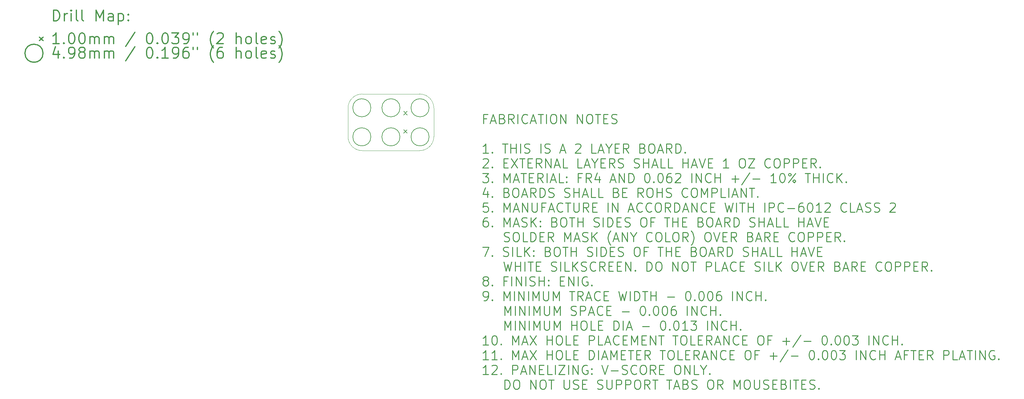
<source format=gbr>
G04 This is an RS-274x file exported by *
G04 gerbv version 2.6.0 *
G04 More information is available about gerbv at *
G04 http://gerbv.gpleda.org/ *
G04 --End of header info--*
%MOIN*%
%FSLAX34Y34*%
%IPPOS*%
G04 --Define apertures--*
%ADD10C,0.0079*%
%ADD11C,0.0118*%
%ADD12C,0.0016*%
%ADD13C,0.0100*%
G04 --Start main section--*
G54D10*
G01X0039031Y-011648D02*
G01X0039425Y-012042D01*
G01X0039425Y-011648D02*
G01X0039031Y-012042D01*
G01X0039031Y-013616D02*
G01X0039425Y-014010D01*
G01X0039425Y-013616D02*
G01X0039031Y-014010D01*
G01X0035484Y-011254D02*
G75*
G03X0035484Y-011254I-000980J0000000D01*
G01X0035484Y-014404D02*
G75*
G03X0035484Y-014404I-000980J0000000D01*
G01X0038634Y-011254D02*
G75*
G03X0038634Y-011254I-000980J0000000D01*
G01X0038634Y-014404D02*
G75*
G03X0038634Y-014404I-000980J0000000D01*
G01X0041784Y-011254D02*
G75*
G03X0041784Y-011254I-000980J0000000D01*
G01X0041784Y-014404D02*
G75*
G03X0041784Y-014404I-000980J0000000D01*
G54D11*
G01X0001128Y-001834D02*
G01X0001128Y-000652D01*
G01X0001128Y-000652D02*
G01X0001409Y-000652D01*
G01X0001409Y-000652D02*
G01X0001578Y-000709D01*
G01X0001578Y-000709D02*
G01X0001690Y-000821D01*
G01X0001690Y-000821D02*
G01X0001746Y-000934D01*
G01X0001746Y-000934D02*
G01X0001803Y-001159D01*
G01X0001803Y-001159D02*
G01X0001803Y-001327D01*
G01X0001803Y-001327D02*
G01X0001746Y-001552D01*
G01X0001746Y-001552D02*
G01X0001690Y-001665D01*
G01X0001690Y-001665D02*
G01X0001578Y-001777D01*
G01X0001578Y-001777D02*
G01X0001409Y-001834D01*
G01X0001409Y-001834D02*
G01X0001128Y-001834D01*
G01X0002309Y-001834D02*
G01X0002309Y-001046D01*
G01X0002309Y-001271D02*
G01X0002365Y-001159D01*
G01X0002365Y-001159D02*
G01X0002421Y-001102D01*
G01X0002421Y-001102D02*
G01X0002534Y-001046D01*
G01X0002534Y-001046D02*
G01X0002646Y-001046D01*
G01X0003040Y-001834D02*
G01X0003040Y-001046D01*
G01X0003040Y-000652D02*
G01X0002984Y-000709D01*
G01X0002984Y-000709D02*
G01X0003040Y-000765D01*
G01X0003040Y-000765D02*
G01X0003096Y-000709D01*
G01X0003096Y-000709D02*
G01X0003040Y-000652D01*
G01X0003040Y-000652D02*
G01X0003040Y-000765D01*
G01X0003771Y-001834D02*
G01X0003659Y-001777D01*
G01X0003659Y-001777D02*
G01X0003602Y-001665D01*
G01X0003602Y-001665D02*
G01X0003602Y-000652D01*
G01X0004390Y-001834D02*
G01X0004277Y-001777D01*
G01X0004277Y-001777D02*
G01X0004221Y-001665D01*
G01X0004221Y-001665D02*
G01X0004221Y-000652D01*
G01X0005740Y-001834D02*
G01X0005740Y-000652D01*
G01X0005740Y-000652D02*
G01X0006133Y-001496D01*
G01X0006133Y-001496D02*
G01X0006527Y-000652D01*
G01X0006527Y-000652D02*
G01X0006527Y-001834D01*
G01X0007596Y-001834D02*
G01X0007596Y-001215D01*
G01X0007596Y-001215D02*
G01X0007539Y-001102D01*
G01X0007539Y-001102D02*
G01X0007427Y-001046D01*
G01X0007427Y-001046D02*
G01X0007202Y-001046D01*
G01X0007202Y-001046D02*
G01X0007089Y-001102D01*
G01X0007596Y-001777D02*
G01X0007483Y-001834D01*
G01X0007483Y-001834D02*
G01X0007202Y-001834D01*
G01X0007202Y-001834D02*
G01X0007089Y-001777D01*
G01X0007089Y-001777D02*
G01X0007033Y-001665D01*
G01X0007033Y-001665D02*
G01X0007033Y-001552D01*
G01X0007033Y-001552D02*
G01X0007089Y-001440D01*
G01X0007089Y-001440D02*
G01X0007202Y-001384D01*
G01X0007202Y-001384D02*
G01X0007483Y-001384D01*
G01X0007483Y-001384D02*
G01X0007596Y-001327D01*
G01X0008158Y-001046D02*
G01X0008158Y-002227D01*
G01X0008158Y-001102D02*
G01X0008271Y-001046D01*
G01X0008271Y-001046D02*
G01X0008496Y-001046D01*
G01X0008496Y-001046D02*
G01X0008608Y-001102D01*
G01X0008608Y-001102D02*
G01X0008664Y-001159D01*
G01X0008664Y-001159D02*
G01X0008720Y-001271D01*
G01X0008720Y-001271D02*
G01X0008720Y-001609D01*
G01X0008720Y-001609D02*
G01X0008664Y-001721D01*
G01X0008664Y-001721D02*
G01X0008608Y-001777D01*
G01X0008608Y-001777D02*
G01X0008496Y-001834D01*
G01X0008496Y-001834D02*
G01X0008271Y-001834D01*
G01X0008271Y-001834D02*
G01X0008158Y-001777D01*
G01X0009227Y-001721D02*
G01X0009283Y-001777D01*
G01X0009283Y-001777D02*
G01X0009227Y-001834D01*
G01X0009227Y-001834D02*
G01X0009170Y-001777D01*
G01X0009170Y-001777D02*
G01X0009227Y-001721D01*
G01X0009227Y-001721D02*
G01X0009227Y-001834D01*
G01X0009227Y-001102D02*
G01X0009283Y-001159D01*
G01X0009283Y-001159D02*
G01X0009227Y-001215D01*
G01X0009227Y-001215D02*
G01X0009170Y-001159D01*
G01X0009170Y-001159D02*
G01X0009227Y-001102D01*
G01X0009227Y-001102D02*
G01X0009227Y-001215D01*
G01X-000394Y-003583D02*
G01X0000000Y-003977D01*
G01X0000000Y-003583D02*
G01X-000394Y-003977D01*
G01X0001746Y-004314D02*
G01X0001071Y-004314D01*
G01X0001409Y-004314D02*
G01X0001409Y-003133D01*
G01X0001409Y-003133D02*
G01X0001296Y-003301D01*
G01X0001296Y-003301D02*
G01X0001184Y-003414D01*
G01X0001184Y-003414D02*
G01X0001071Y-003470D01*
G01X0002253Y-004201D02*
G01X0002309Y-004258D01*
G01X0002309Y-004258D02*
G01X0002253Y-004314D01*
G01X0002253Y-004314D02*
G01X0002196Y-004258D01*
G01X0002196Y-004258D02*
G01X0002253Y-004201D01*
G01X0002253Y-004201D02*
G01X0002253Y-004314D01*
G01X0003040Y-003133D02*
G01X0003152Y-003133D01*
G01X0003152Y-003133D02*
G01X0003265Y-003189D01*
G01X0003265Y-003189D02*
G01X0003321Y-003245D01*
G01X0003321Y-003245D02*
G01X0003377Y-003358D01*
G01X0003377Y-003358D02*
G01X0003434Y-003583D01*
G01X0003434Y-003583D02*
G01X0003434Y-003864D01*
G01X0003434Y-003864D02*
G01X0003377Y-004089D01*
G01X0003377Y-004089D02*
G01X0003321Y-004201D01*
G01X0003321Y-004201D02*
G01X0003265Y-004258D01*
G01X0003265Y-004258D02*
G01X0003152Y-004314D01*
G01X0003152Y-004314D02*
G01X0003040Y-004314D01*
G01X0003040Y-004314D02*
G01X0002927Y-004258D01*
G01X0002927Y-004258D02*
G01X0002871Y-004201D01*
G01X0002871Y-004201D02*
G01X0002815Y-004089D01*
G01X0002815Y-004089D02*
G01X0002759Y-003864D01*
G01X0002759Y-003864D02*
G01X0002759Y-003583D01*
G01X0002759Y-003583D02*
G01X0002815Y-003358D01*
G01X0002815Y-003358D02*
G01X0002871Y-003245D01*
G01X0002871Y-003245D02*
G01X0002927Y-003189D01*
G01X0002927Y-003189D02*
G01X0003040Y-003133D01*
G01X0004165Y-003133D02*
G01X0004277Y-003133D01*
G01X0004277Y-003133D02*
G01X0004390Y-003189D01*
G01X0004390Y-003189D02*
G01X0004446Y-003245D01*
G01X0004446Y-003245D02*
G01X0004502Y-003358D01*
G01X0004502Y-003358D02*
G01X0004558Y-003583D01*
G01X0004558Y-003583D02*
G01X0004558Y-003864D01*
G01X0004558Y-003864D02*
G01X0004502Y-004089D01*
G01X0004502Y-004089D02*
G01X0004446Y-004201D01*
G01X0004446Y-004201D02*
G01X0004390Y-004258D01*
G01X0004390Y-004258D02*
G01X0004277Y-004314D01*
G01X0004277Y-004314D02*
G01X0004165Y-004314D01*
G01X0004165Y-004314D02*
G01X0004052Y-004258D01*
G01X0004052Y-004258D02*
G01X0003996Y-004201D01*
G01X0003996Y-004201D02*
G01X0003940Y-004089D01*
G01X0003940Y-004089D02*
G01X0003884Y-003864D01*
G01X0003884Y-003864D02*
G01X0003884Y-003583D01*
G01X0003884Y-003583D02*
G01X0003940Y-003358D01*
G01X0003940Y-003358D02*
G01X0003996Y-003245D01*
G01X0003996Y-003245D02*
G01X0004052Y-003189D01*
G01X0004052Y-003189D02*
G01X0004165Y-003133D01*
G01X0005065Y-004314D02*
G01X0005065Y-003526D01*
G01X0005065Y-003639D02*
G01X0005121Y-003583D01*
G01X0005121Y-003583D02*
G01X0005233Y-003526D01*
G01X0005233Y-003526D02*
G01X0005402Y-003526D01*
G01X0005402Y-003526D02*
G01X0005515Y-003583D01*
G01X0005515Y-003583D02*
G01X0005571Y-003695D01*
G01X0005571Y-003695D02*
G01X0005571Y-004314D01*
G01X0005571Y-003695D02*
G01X0005627Y-003583D01*
G01X0005627Y-003583D02*
G01X0005740Y-003526D01*
G01X0005740Y-003526D02*
G01X0005908Y-003526D01*
G01X0005908Y-003526D02*
G01X0006021Y-003583D01*
G01X0006021Y-003583D02*
G01X0006077Y-003695D01*
G01X0006077Y-003695D02*
G01X0006077Y-004314D01*
G01X0006639Y-004314D02*
G01X0006639Y-003526D01*
G01X0006639Y-003639D02*
G01X0006696Y-003583D01*
G01X0006696Y-003583D02*
G01X0006808Y-003526D01*
G01X0006808Y-003526D02*
G01X0006977Y-003526D01*
G01X0006977Y-003526D02*
G01X0007089Y-003583D01*
G01X0007089Y-003583D02*
G01X0007146Y-003695D01*
G01X0007146Y-003695D02*
G01X0007146Y-004314D01*
G01X0007146Y-003695D02*
G01X0007202Y-003583D01*
G01X0007202Y-003583D02*
G01X0007314Y-003526D01*
G01X0007314Y-003526D02*
G01X0007483Y-003526D01*
G01X0007483Y-003526D02*
G01X0007596Y-003583D01*
G01X0007596Y-003583D02*
G01X0007652Y-003695D01*
G01X0007652Y-003695D02*
G01X0007652Y-004314D01*
G01X0009958Y-003076D02*
G01X0008945Y-004595D01*
G01X0011476Y-003133D02*
G01X0011589Y-003133D01*
G01X0011589Y-003133D02*
G01X0011701Y-003189D01*
G01X0011701Y-003189D02*
G01X0011758Y-003245D01*
G01X0011758Y-003245D02*
G01X0011814Y-003358D01*
G01X0011814Y-003358D02*
G01X0011870Y-003583D01*
G01X0011870Y-003583D02*
G01X0011870Y-003864D01*
G01X0011870Y-003864D02*
G01X0011814Y-004089D01*
G01X0011814Y-004089D02*
G01X0011758Y-004201D01*
G01X0011758Y-004201D02*
G01X0011701Y-004258D01*
G01X0011701Y-004258D02*
G01X0011589Y-004314D01*
G01X0011589Y-004314D02*
G01X0011476Y-004314D01*
G01X0011476Y-004314D02*
G01X0011364Y-004258D01*
G01X0011364Y-004258D02*
G01X0011308Y-004201D01*
G01X0011308Y-004201D02*
G01X0011251Y-004089D01*
G01X0011251Y-004089D02*
G01X0011195Y-003864D01*
G01X0011195Y-003864D02*
G01X0011195Y-003583D01*
G01X0011195Y-003583D02*
G01X0011251Y-003358D01*
G01X0011251Y-003358D02*
G01X0011308Y-003245D01*
G01X0011308Y-003245D02*
G01X0011364Y-003189D01*
G01X0011364Y-003189D02*
G01X0011476Y-003133D01*
G01X0012376Y-004201D02*
G01X0012433Y-004258D01*
G01X0012433Y-004258D02*
G01X0012376Y-004314D01*
G01X0012376Y-004314D02*
G01X0012320Y-004258D01*
G01X0012320Y-004258D02*
G01X0012376Y-004201D01*
G01X0012376Y-004201D02*
G01X0012376Y-004314D01*
G01X0013164Y-003133D02*
G01X0013276Y-003133D01*
G01X0013276Y-003133D02*
G01X0013389Y-003189D01*
G01X0013389Y-003189D02*
G01X0013445Y-003245D01*
G01X0013445Y-003245D02*
G01X0013501Y-003358D01*
G01X0013501Y-003358D02*
G01X0013557Y-003583D01*
G01X0013557Y-003583D02*
G01X0013557Y-003864D01*
G01X0013557Y-003864D02*
G01X0013501Y-004089D01*
G01X0013501Y-004089D02*
G01X0013445Y-004201D01*
G01X0013445Y-004201D02*
G01X0013389Y-004258D01*
G01X0013389Y-004258D02*
G01X0013276Y-004314D01*
G01X0013276Y-004314D02*
G01X0013164Y-004314D01*
G01X0013164Y-004314D02*
G01X0013051Y-004258D01*
G01X0013051Y-004258D02*
G01X0012995Y-004201D01*
G01X0012995Y-004201D02*
G01X0012939Y-004089D01*
G01X0012939Y-004089D02*
G01X0012882Y-003864D01*
G01X0012882Y-003864D02*
G01X0012882Y-003583D01*
G01X0012882Y-003583D02*
G01X0012939Y-003358D01*
G01X0012939Y-003358D02*
G01X0012995Y-003245D01*
G01X0012995Y-003245D02*
G01X0013051Y-003189D01*
G01X0013051Y-003189D02*
G01X0013164Y-003133D01*
G01X0013951Y-003133D02*
G01X0014682Y-003133D01*
G01X0014682Y-003133D02*
G01X0014289Y-003583D01*
G01X0014289Y-003583D02*
G01X0014457Y-003583D01*
G01X0014457Y-003583D02*
G01X0014570Y-003639D01*
G01X0014570Y-003639D02*
G01X0014626Y-003695D01*
G01X0014626Y-003695D02*
G01X0014682Y-003808D01*
G01X0014682Y-003808D02*
G01X0014682Y-004089D01*
G01X0014682Y-004089D02*
G01X0014626Y-004201D01*
G01X0014626Y-004201D02*
G01X0014570Y-004258D01*
G01X0014570Y-004258D02*
G01X0014457Y-004314D01*
G01X0014457Y-004314D02*
G01X0014120Y-004314D01*
G01X0014120Y-004314D02*
G01X0014007Y-004258D01*
G01X0014007Y-004258D02*
G01X0013951Y-004201D01*
G01X0015245Y-004314D02*
G01X0015470Y-004314D01*
G01X0015470Y-004314D02*
G01X0015582Y-004258D01*
G01X0015582Y-004258D02*
G01X0015638Y-004201D01*
G01X0015638Y-004201D02*
G01X0015751Y-004033D01*
G01X0015751Y-004033D02*
G01X0015807Y-003808D01*
G01X0015807Y-003808D02*
G01X0015807Y-003358D01*
G01X0015807Y-003358D02*
G01X0015751Y-003245D01*
G01X0015751Y-003245D02*
G01X0015695Y-003189D01*
G01X0015695Y-003189D02*
G01X0015582Y-003133D01*
G01X0015582Y-003133D02*
G01X0015357Y-003133D01*
G01X0015357Y-003133D02*
G01X0015245Y-003189D01*
G01X0015245Y-003189D02*
G01X0015188Y-003245D01*
G01X0015188Y-003245D02*
G01X0015132Y-003358D01*
G01X0015132Y-003358D02*
G01X0015132Y-003639D01*
G01X0015132Y-003639D02*
G01X0015188Y-003751D01*
G01X0015188Y-003751D02*
G01X0015245Y-003808D01*
G01X0015245Y-003808D02*
G01X0015357Y-003864D01*
G01X0015357Y-003864D02*
G01X0015582Y-003864D01*
G01X0015582Y-003864D02*
G01X0015695Y-003808D01*
G01X0015695Y-003808D02*
G01X0015751Y-003751D01*
G01X0015751Y-003751D02*
G01X0015807Y-003639D01*
G01X0016257Y-003133D02*
G01X0016257Y-003358D01*
G01X0016707Y-003133D02*
G01X0016707Y-003358D01*
G01X0018451Y-004764D02*
G01X0018394Y-004708D01*
G01X0018394Y-004708D02*
G01X0018282Y-004539D01*
G01X0018282Y-004539D02*
G01X0018226Y-004426D01*
G01X0018226Y-004426D02*
G01X0018169Y-004258D01*
G01X0018169Y-004258D02*
G01X0018113Y-003976D01*
G01X0018113Y-003976D02*
G01X0018113Y-003751D01*
G01X0018113Y-003751D02*
G01X0018169Y-003470D01*
G01X0018169Y-003470D02*
G01X0018226Y-003301D01*
G01X0018226Y-003301D02*
G01X0018282Y-003189D01*
G01X0018282Y-003189D02*
G01X0018394Y-003020D01*
G01X0018394Y-003020D02*
G01X0018451Y-002964D01*
G01X0018844Y-003245D02*
G01X0018900Y-003189D01*
G01X0018900Y-003189D02*
G01X0019013Y-003133D01*
G01X0019013Y-003133D02*
G01X0019294Y-003133D01*
G01X0019294Y-003133D02*
G01X0019407Y-003189D01*
G01X0019407Y-003189D02*
G01X0019463Y-003245D01*
G01X0019463Y-003245D02*
G01X0019519Y-003358D01*
G01X0019519Y-003358D02*
G01X0019519Y-003470D01*
G01X0019519Y-003470D02*
G01X0019463Y-003639D01*
G01X0019463Y-003639D02*
G01X0018788Y-004314D01*
G01X0018788Y-004314D02*
G01X0019519Y-004314D01*
G01X0020925Y-004314D02*
G01X0020925Y-003133D01*
G01X0021431Y-004314D02*
G01X0021431Y-003695D01*
G01X0021431Y-003695D02*
G01X0021375Y-003583D01*
G01X0021375Y-003583D02*
G01X0021263Y-003526D01*
G01X0021263Y-003526D02*
G01X0021094Y-003526D01*
G01X0021094Y-003526D02*
G01X0020981Y-003583D01*
G01X0020981Y-003583D02*
G01X0020925Y-003639D01*
G01X0022163Y-004314D02*
G01X0022050Y-004258D01*
G01X0022050Y-004258D02*
G01X0021994Y-004201D01*
G01X0021994Y-004201D02*
G01X0021938Y-004089D01*
G01X0021938Y-004089D02*
G01X0021938Y-003751D01*
G01X0021938Y-003751D02*
G01X0021994Y-003639D01*
G01X0021994Y-003639D02*
G01X0022050Y-003583D01*
G01X0022050Y-003583D02*
G01X0022163Y-003526D01*
G01X0022163Y-003526D02*
G01X0022331Y-003526D01*
G01X0022331Y-003526D02*
G01X0022444Y-003583D01*
G01X0022444Y-003583D02*
G01X0022500Y-003639D01*
G01X0022500Y-003639D02*
G01X0022556Y-003751D01*
G01X0022556Y-003751D02*
G01X0022556Y-004089D01*
G01X0022556Y-004089D02*
G01X0022500Y-004201D01*
G01X0022500Y-004201D02*
G01X0022444Y-004258D01*
G01X0022444Y-004258D02*
G01X0022331Y-004314D01*
G01X0022331Y-004314D02*
G01X0022163Y-004314D01*
G01X0023231Y-004314D02*
G01X0023119Y-004258D01*
G01X0023119Y-004258D02*
G01X0023062Y-004145D01*
G01X0023062Y-004145D02*
G01X0023062Y-003133D01*
G01X0024131Y-004258D02*
G01X0024019Y-004314D01*
G01X0024019Y-004314D02*
G01X0023794Y-004314D01*
G01X0023794Y-004314D02*
G01X0023681Y-004258D01*
G01X0023681Y-004258D02*
G01X0023625Y-004145D01*
G01X0023625Y-004145D02*
G01X0023625Y-003695D01*
G01X0023625Y-003695D02*
G01X0023681Y-003583D01*
G01X0023681Y-003583D02*
G01X0023794Y-003526D01*
G01X0023794Y-003526D02*
G01X0024019Y-003526D01*
G01X0024019Y-003526D02*
G01X0024131Y-003583D01*
G01X0024131Y-003583D02*
G01X0024187Y-003695D01*
G01X0024187Y-003695D02*
G01X0024187Y-003808D01*
G01X0024187Y-003808D02*
G01X0023625Y-003920D01*
G01X0024637Y-004258D02*
G01X0024750Y-004314D01*
G01X0024750Y-004314D02*
G01X0024975Y-004314D01*
G01X0024975Y-004314D02*
G01X0025087Y-004258D01*
G01X0025087Y-004258D02*
G01X0025143Y-004145D01*
G01X0025143Y-004145D02*
G01X0025143Y-004089D01*
G01X0025143Y-004089D02*
G01X0025087Y-003976D01*
G01X0025087Y-003976D02*
G01X0024975Y-003920D01*
G01X0024975Y-003920D02*
G01X0024806Y-003920D01*
G01X0024806Y-003920D02*
G01X0024693Y-003864D01*
G01X0024693Y-003864D02*
G01X0024637Y-003751D01*
G01X0024637Y-003751D02*
G01X0024637Y-003695D01*
G01X0024637Y-003695D02*
G01X0024693Y-003583D01*
G01X0024693Y-003583D02*
G01X0024806Y-003526D01*
G01X0024806Y-003526D02*
G01X0024975Y-003526D01*
G01X0024975Y-003526D02*
G01X0025087Y-003583D01*
G01X0025537Y-004764D02*
G01X0025593Y-004708D01*
G01X0025593Y-004708D02*
G01X0025706Y-004539D01*
G01X0025706Y-004539D02*
G01X0025762Y-004426D01*
G01X0025762Y-004426D02*
G01X0025818Y-004258D01*
G01X0025818Y-004258D02*
G01X0025875Y-003976D01*
G01X0025875Y-003976D02*
G01X0025875Y-003751D01*
G01X0025875Y-003751D02*
G01X0025818Y-003470D01*
G01X0025818Y-003470D02*
G01X0025762Y-003301D01*
G01X0025762Y-003301D02*
G01X0025706Y-003189D01*
G01X0025706Y-003189D02*
G01X0025593Y-003020D01*
G01X0025593Y-003020D02*
G01X0025537Y-002964D01*
G01X0000000Y-005339D02*
G75*
G03X0000000Y-005339I-000980J0000000D01*
G01X0001634Y-005085D02*
G01X0001634Y-005873D01*
G01X0001353Y-004636D02*
G01X0001071Y-005479D01*
G01X0001071Y-005479D02*
G01X0001803Y-005479D01*
G01X0002253Y-005760D02*
G01X0002309Y-005817D01*
G01X0002309Y-005817D02*
G01X0002253Y-005873D01*
G01X0002253Y-005873D02*
G01X0002196Y-005817D01*
G01X0002196Y-005817D02*
G01X0002253Y-005760D01*
G01X0002253Y-005760D02*
G01X0002253Y-005873D01*
G01X0002871Y-005873D02*
G01X0003096Y-005873D01*
G01X0003096Y-005873D02*
G01X0003209Y-005817D01*
G01X0003209Y-005817D02*
G01X0003265Y-005760D01*
G01X0003265Y-005760D02*
G01X0003377Y-005592D01*
G01X0003377Y-005592D02*
G01X0003434Y-005367D01*
G01X0003434Y-005367D02*
G01X0003434Y-004917D01*
G01X0003434Y-004917D02*
G01X0003377Y-004804D01*
G01X0003377Y-004804D02*
G01X0003321Y-004748D01*
G01X0003321Y-004748D02*
G01X0003209Y-004692D01*
G01X0003209Y-004692D02*
G01X0002984Y-004692D01*
G01X0002984Y-004692D02*
G01X0002871Y-004748D01*
G01X0002871Y-004748D02*
G01X0002815Y-004804D01*
G01X0002815Y-004804D02*
G01X0002759Y-004917D01*
G01X0002759Y-004917D02*
G01X0002759Y-005198D01*
G01X0002759Y-005198D02*
G01X0002815Y-005310D01*
G01X0002815Y-005310D02*
G01X0002871Y-005367D01*
G01X0002871Y-005367D02*
G01X0002984Y-005423D01*
G01X0002984Y-005423D02*
G01X0003209Y-005423D01*
G01X0003209Y-005423D02*
G01X0003321Y-005367D01*
G01X0003321Y-005367D02*
G01X0003377Y-005310D01*
G01X0003377Y-005310D02*
G01X0003434Y-005198D01*
G01X0004109Y-005198D02*
G01X0003996Y-005142D01*
G01X0003996Y-005142D02*
G01X0003940Y-005085D01*
G01X0003940Y-005085D02*
G01X0003884Y-004973D01*
G01X0003884Y-004973D02*
G01X0003884Y-004917D01*
G01X0003884Y-004917D02*
G01X0003940Y-004804D01*
G01X0003940Y-004804D02*
G01X0003996Y-004748D01*
G01X0003996Y-004748D02*
G01X0004109Y-004692D01*
G01X0004109Y-004692D02*
G01X0004334Y-004692D01*
G01X0004334Y-004692D02*
G01X0004446Y-004748D01*
G01X0004446Y-004748D02*
G01X0004502Y-004804D01*
G01X0004502Y-004804D02*
G01X0004558Y-004917D01*
G01X0004558Y-004917D02*
G01X0004558Y-004973D01*
G01X0004558Y-004973D02*
G01X0004502Y-005085D01*
G01X0004502Y-005085D02*
G01X0004446Y-005142D01*
G01X0004446Y-005142D02*
G01X0004334Y-005198D01*
G01X0004334Y-005198D02*
G01X0004109Y-005198D01*
G01X0004109Y-005198D02*
G01X0003996Y-005254D01*
G01X0003996Y-005254D02*
G01X0003940Y-005310D01*
G01X0003940Y-005310D02*
G01X0003884Y-005423D01*
G01X0003884Y-005423D02*
G01X0003884Y-005648D01*
G01X0003884Y-005648D02*
G01X0003940Y-005760D01*
G01X0003940Y-005760D02*
G01X0003996Y-005817D01*
G01X0003996Y-005817D02*
G01X0004109Y-005873D01*
G01X0004109Y-005873D02*
G01X0004334Y-005873D01*
G01X0004334Y-005873D02*
G01X0004446Y-005817D01*
G01X0004446Y-005817D02*
G01X0004502Y-005760D01*
G01X0004502Y-005760D02*
G01X0004558Y-005648D01*
G01X0004558Y-005648D02*
G01X0004558Y-005423D01*
G01X0004558Y-005423D02*
G01X0004502Y-005310D01*
G01X0004502Y-005310D02*
G01X0004446Y-005254D01*
G01X0004446Y-005254D02*
G01X0004334Y-005198D01*
G01X0005065Y-005873D02*
G01X0005065Y-005085D01*
G01X0005065Y-005198D02*
G01X0005121Y-005142D01*
G01X0005121Y-005142D02*
G01X0005233Y-005085D01*
G01X0005233Y-005085D02*
G01X0005402Y-005085D01*
G01X0005402Y-005085D02*
G01X0005515Y-005142D01*
G01X0005515Y-005142D02*
G01X0005571Y-005254D01*
G01X0005571Y-005254D02*
G01X0005571Y-005873D01*
G01X0005571Y-005254D02*
G01X0005627Y-005142D01*
G01X0005627Y-005142D02*
G01X0005740Y-005085D01*
G01X0005740Y-005085D02*
G01X0005908Y-005085D01*
G01X0005908Y-005085D02*
G01X0006021Y-005142D01*
G01X0006021Y-005142D02*
G01X0006077Y-005254D01*
G01X0006077Y-005254D02*
G01X0006077Y-005873D01*
G01X0006639Y-005873D02*
G01X0006639Y-005085D01*
G01X0006639Y-005198D02*
G01X0006696Y-005142D01*
G01X0006696Y-005142D02*
G01X0006808Y-005085D01*
G01X0006808Y-005085D02*
G01X0006977Y-005085D01*
G01X0006977Y-005085D02*
G01X0007089Y-005142D01*
G01X0007089Y-005142D02*
G01X0007146Y-005254D01*
G01X0007146Y-005254D02*
G01X0007146Y-005873D01*
G01X0007146Y-005254D02*
G01X0007202Y-005142D01*
G01X0007202Y-005142D02*
G01X0007314Y-005085D01*
G01X0007314Y-005085D02*
G01X0007483Y-005085D01*
G01X0007483Y-005085D02*
G01X0007596Y-005142D01*
G01X0007596Y-005142D02*
G01X0007652Y-005254D01*
G01X0007652Y-005254D02*
G01X0007652Y-005873D01*
G01X0009958Y-004636D02*
G01X0008945Y-006154D01*
G01X0011476Y-004692D02*
G01X0011589Y-004692D01*
G01X0011589Y-004692D02*
G01X0011701Y-004748D01*
G01X0011701Y-004748D02*
G01X0011758Y-004804D01*
G01X0011758Y-004804D02*
G01X0011814Y-004917D01*
G01X0011814Y-004917D02*
G01X0011870Y-005142D01*
G01X0011870Y-005142D02*
G01X0011870Y-005423D01*
G01X0011870Y-005423D02*
G01X0011814Y-005648D01*
G01X0011814Y-005648D02*
G01X0011758Y-005760D01*
G01X0011758Y-005760D02*
G01X0011701Y-005817D01*
G01X0011701Y-005817D02*
G01X0011589Y-005873D01*
G01X0011589Y-005873D02*
G01X0011476Y-005873D01*
G01X0011476Y-005873D02*
G01X0011364Y-005817D01*
G01X0011364Y-005817D02*
G01X0011308Y-005760D01*
G01X0011308Y-005760D02*
G01X0011251Y-005648D01*
G01X0011251Y-005648D02*
G01X0011195Y-005423D01*
G01X0011195Y-005423D02*
G01X0011195Y-005142D01*
G01X0011195Y-005142D02*
G01X0011251Y-004917D01*
G01X0011251Y-004917D02*
G01X0011308Y-004804D01*
G01X0011308Y-004804D02*
G01X0011364Y-004748D01*
G01X0011364Y-004748D02*
G01X0011476Y-004692D01*
G01X0012376Y-005760D02*
G01X0012433Y-005817D01*
G01X0012433Y-005817D02*
G01X0012376Y-005873D01*
G01X0012376Y-005873D02*
G01X0012320Y-005817D01*
G01X0012320Y-005817D02*
G01X0012376Y-005760D01*
G01X0012376Y-005760D02*
G01X0012376Y-005873D01*
G01X0013557Y-005873D02*
G01X0012882Y-005873D01*
G01X0013220Y-005873D02*
G01X0013220Y-004692D01*
G01X0013220Y-004692D02*
G01X0013107Y-004861D01*
G01X0013107Y-004861D02*
G01X0012995Y-004973D01*
G01X0012995Y-004973D02*
G01X0012882Y-005029D01*
G01X0014120Y-005873D02*
G01X0014345Y-005873D01*
G01X0014345Y-005873D02*
G01X0014457Y-005817D01*
G01X0014457Y-005817D02*
G01X0014513Y-005760D01*
G01X0014513Y-005760D02*
G01X0014626Y-005592D01*
G01X0014626Y-005592D02*
G01X0014682Y-005367D01*
G01X0014682Y-005367D02*
G01X0014682Y-004917D01*
G01X0014682Y-004917D02*
G01X0014626Y-004804D01*
G01X0014626Y-004804D02*
G01X0014570Y-004748D01*
G01X0014570Y-004748D02*
G01X0014457Y-004692D01*
G01X0014457Y-004692D02*
G01X0014232Y-004692D01*
G01X0014232Y-004692D02*
G01X0014120Y-004748D01*
G01X0014120Y-004748D02*
G01X0014064Y-004804D01*
G01X0014064Y-004804D02*
G01X0014007Y-004917D01*
G01X0014007Y-004917D02*
G01X0014007Y-005198D01*
G01X0014007Y-005198D02*
G01X0014064Y-005310D01*
G01X0014064Y-005310D02*
G01X0014120Y-005367D01*
G01X0014120Y-005367D02*
G01X0014232Y-005423D01*
G01X0014232Y-005423D02*
G01X0014457Y-005423D01*
G01X0014457Y-005423D02*
G01X0014570Y-005367D01*
G01X0014570Y-005367D02*
G01X0014626Y-005310D01*
G01X0014626Y-005310D02*
G01X0014682Y-005198D01*
G01X0015695Y-004692D02*
G01X0015470Y-004692D01*
G01X0015470Y-004692D02*
G01X0015357Y-004748D01*
G01X0015357Y-004748D02*
G01X0015301Y-004804D01*
G01X0015301Y-004804D02*
G01X0015188Y-004973D01*
G01X0015188Y-004973D02*
G01X0015132Y-005198D01*
G01X0015132Y-005198D02*
G01X0015132Y-005648D01*
G01X0015132Y-005648D02*
G01X0015188Y-005760D01*
G01X0015188Y-005760D02*
G01X0015245Y-005817D01*
G01X0015245Y-005817D02*
G01X0015357Y-005873D01*
G01X0015357Y-005873D02*
G01X0015582Y-005873D01*
G01X0015582Y-005873D02*
G01X0015695Y-005817D01*
G01X0015695Y-005817D02*
G01X0015751Y-005760D01*
G01X0015751Y-005760D02*
G01X0015807Y-005648D01*
G01X0015807Y-005648D02*
G01X0015807Y-005367D01*
G01X0015807Y-005367D02*
G01X0015751Y-005254D01*
G01X0015751Y-005254D02*
G01X0015695Y-005198D01*
G01X0015695Y-005198D02*
G01X0015582Y-005142D01*
G01X0015582Y-005142D02*
G01X0015357Y-005142D01*
G01X0015357Y-005142D02*
G01X0015245Y-005198D01*
G01X0015245Y-005198D02*
G01X0015188Y-005254D01*
G01X0015188Y-005254D02*
G01X0015132Y-005367D01*
G01X0016257Y-004692D02*
G01X0016257Y-004917D01*
G01X0016707Y-004692D02*
G01X0016707Y-004917D01*
G01X0018451Y-006323D02*
G01X0018394Y-006267D01*
G01X0018394Y-006267D02*
G01X0018282Y-006098D01*
G01X0018282Y-006098D02*
G01X0018226Y-005985D01*
G01X0018226Y-005985D02*
G01X0018169Y-005817D01*
G01X0018169Y-005817D02*
G01X0018113Y-005535D01*
G01X0018113Y-005535D02*
G01X0018113Y-005310D01*
G01X0018113Y-005310D02*
G01X0018169Y-005029D01*
G01X0018169Y-005029D02*
G01X0018226Y-004861D01*
G01X0018226Y-004861D02*
G01X0018282Y-004748D01*
G01X0018282Y-004748D02*
G01X0018394Y-004579D01*
G01X0018394Y-004579D02*
G01X0018451Y-004523D01*
G01X0019407Y-004692D02*
G01X0019182Y-004692D01*
G01X0019182Y-004692D02*
G01X0019069Y-004748D01*
G01X0019069Y-004748D02*
G01X0019013Y-004804D01*
G01X0019013Y-004804D02*
G01X0018900Y-004973D01*
G01X0018900Y-004973D02*
G01X0018844Y-005198D01*
G01X0018844Y-005198D02*
G01X0018844Y-005648D01*
G01X0018844Y-005648D02*
G01X0018900Y-005760D01*
G01X0018900Y-005760D02*
G01X0018957Y-005817D01*
G01X0018957Y-005817D02*
G01X0019069Y-005873D01*
G01X0019069Y-005873D02*
G01X0019294Y-005873D01*
G01X0019294Y-005873D02*
G01X0019407Y-005817D01*
G01X0019407Y-005817D02*
G01X0019463Y-005760D01*
G01X0019463Y-005760D02*
G01X0019519Y-005648D01*
G01X0019519Y-005648D02*
G01X0019519Y-005367D01*
G01X0019519Y-005367D02*
G01X0019463Y-005254D01*
G01X0019463Y-005254D02*
G01X0019407Y-005198D01*
G01X0019407Y-005198D02*
G01X0019294Y-005142D01*
G01X0019294Y-005142D02*
G01X0019069Y-005142D01*
G01X0019069Y-005142D02*
G01X0018957Y-005198D01*
G01X0018957Y-005198D02*
G01X0018900Y-005254D01*
G01X0018900Y-005254D02*
G01X0018844Y-005367D01*
G01X0020925Y-005873D02*
G01X0020925Y-004692D01*
G01X0021431Y-005873D02*
G01X0021431Y-005254D01*
G01X0021431Y-005254D02*
G01X0021375Y-005142D01*
G01X0021375Y-005142D02*
G01X0021263Y-005085D01*
G01X0021263Y-005085D02*
G01X0021094Y-005085D01*
G01X0021094Y-005085D02*
G01X0020981Y-005142D01*
G01X0020981Y-005142D02*
G01X0020925Y-005198D01*
G01X0022163Y-005873D02*
G01X0022050Y-005817D01*
G01X0022050Y-005817D02*
G01X0021994Y-005760D01*
G01X0021994Y-005760D02*
G01X0021938Y-005648D01*
G01X0021938Y-005648D02*
G01X0021938Y-005310D01*
G01X0021938Y-005310D02*
G01X0021994Y-005198D01*
G01X0021994Y-005198D02*
G01X0022050Y-005142D01*
G01X0022050Y-005142D02*
G01X0022163Y-005085D01*
G01X0022163Y-005085D02*
G01X0022331Y-005085D01*
G01X0022331Y-005085D02*
G01X0022444Y-005142D01*
G01X0022444Y-005142D02*
G01X0022500Y-005198D01*
G01X0022500Y-005198D02*
G01X0022556Y-005310D01*
G01X0022556Y-005310D02*
G01X0022556Y-005648D01*
G01X0022556Y-005648D02*
G01X0022500Y-005760D01*
G01X0022500Y-005760D02*
G01X0022444Y-005817D01*
G01X0022444Y-005817D02*
G01X0022331Y-005873D01*
G01X0022331Y-005873D02*
G01X0022163Y-005873D01*
G01X0023231Y-005873D02*
G01X0023119Y-005817D01*
G01X0023119Y-005817D02*
G01X0023062Y-005704D01*
G01X0023062Y-005704D02*
G01X0023062Y-004692D01*
G01X0024131Y-005817D02*
G01X0024019Y-005873D01*
G01X0024019Y-005873D02*
G01X0023794Y-005873D01*
G01X0023794Y-005873D02*
G01X0023681Y-005817D01*
G01X0023681Y-005817D02*
G01X0023625Y-005704D01*
G01X0023625Y-005704D02*
G01X0023625Y-005254D01*
G01X0023625Y-005254D02*
G01X0023681Y-005142D01*
G01X0023681Y-005142D02*
G01X0023794Y-005085D01*
G01X0023794Y-005085D02*
G01X0024019Y-005085D01*
G01X0024019Y-005085D02*
G01X0024131Y-005142D01*
G01X0024131Y-005142D02*
G01X0024187Y-005254D01*
G01X0024187Y-005254D02*
G01X0024187Y-005367D01*
G01X0024187Y-005367D02*
G01X0023625Y-005479D01*
G01X0024637Y-005817D02*
G01X0024750Y-005873D01*
G01X0024750Y-005873D02*
G01X0024975Y-005873D01*
G01X0024975Y-005873D02*
G01X0025087Y-005817D01*
G01X0025087Y-005817D02*
G01X0025143Y-005704D01*
G01X0025143Y-005704D02*
G01X0025143Y-005648D01*
G01X0025143Y-005648D02*
G01X0025087Y-005535D01*
G01X0025087Y-005535D02*
G01X0024975Y-005479D01*
G01X0024975Y-005479D02*
G01X0024806Y-005479D01*
G01X0024806Y-005479D02*
G01X0024693Y-005423D01*
G01X0024693Y-005423D02*
G01X0024637Y-005310D01*
G01X0024637Y-005310D02*
G01X0024637Y-005254D01*
G01X0024637Y-005254D02*
G01X0024693Y-005142D01*
G01X0024693Y-005142D02*
G01X0024806Y-005085D01*
G01X0024806Y-005085D02*
G01X0024975Y-005085D01*
G01X0024975Y-005085D02*
G01X0025087Y-005142D01*
G01X0025537Y-006323D02*
G01X0025593Y-006267D01*
G01X0025593Y-006267D02*
G01X0025706Y-006098D01*
G01X0025706Y-006098D02*
G01X0025762Y-005985D01*
G01X0025762Y-005985D02*
G01X0025818Y-005817D01*
G01X0025818Y-005817D02*
G01X0025875Y-005535D01*
G01X0025875Y-005535D02*
G01X0025875Y-005310D01*
G01X0025875Y-005310D02*
G01X0025818Y-005029D01*
G01X0025818Y-005029D02*
G01X0025762Y-004861D01*
G01X0025762Y-004861D02*
G01X0025706Y-004748D01*
G01X0025706Y-004748D02*
G01X0025593Y-004579D01*
G01X0025593Y-004579D02*
G01X0025537Y-004523D01*
G01X0000000Y0000000D02*
G54D12*
G01X0040764Y-009758D02*
G01X0034543Y-009758D01*
G01X0040764Y-015900D02*
G01X0034543Y-015900D01*
G01X0042299Y-014364D02*
G01X0042299Y-011293D01*
G01X0033008Y-014364D02*
G01X0033008Y-011293D01*
G01X0042299Y-011293D02*
G75*
G03X0040764Y-009758I-001535J0000000D01*
G01X0040764Y-015900D02*
G75*
G03X0042299Y-014364I0000000J0001535D01*
G01X0033008Y-014364D02*
G75*
G03X0034543Y-015900I0001535J0000000D01*
G01X0034543Y-009758D02*
G75*
G03X0033008Y-011293I0000000J-001535D01*
G01X0000000Y0000000D02*
G54D13*
G01X0048006Y-012429D02*
G01X0047673Y-012429D01*
G01X0047673Y-012952D02*
G01X0047673Y-011952D01*
G01X0047673Y-011952D02*
G01X0048149Y-011952D01*
G01X0048483Y-012667D02*
G01X0048959Y-012667D01*
G01X0048387Y-012952D02*
G01X0048721Y-011952D01*
G01X0048721Y-011952D02*
G01X0049054Y-012952D01*
G01X0049721Y-012429D02*
G01X0049864Y-012476D01*
G01X0049864Y-012476D02*
G01X0049911Y-012524D01*
G01X0049911Y-012524D02*
G01X0049959Y-012619D01*
G01X0049959Y-012619D02*
G01X0049959Y-012762D01*
G01X0049959Y-012762D02*
G01X0049911Y-012857D01*
G01X0049911Y-012857D02*
G01X0049864Y-012905D01*
G01X0049864Y-012905D02*
G01X0049768Y-012952D01*
G01X0049768Y-012952D02*
G01X0049387Y-012952D01*
G01X0049387Y-012952D02*
G01X0049387Y-011952D01*
G01X0049387Y-011952D02*
G01X0049721Y-011952D01*
G01X0049721Y-011952D02*
G01X0049816Y-012000D01*
G01X0049816Y-012000D02*
G01X0049864Y-012048D01*
G01X0049864Y-012048D02*
G01X0049911Y-012143D01*
G01X0049911Y-012143D02*
G01X0049911Y-012238D01*
G01X0049911Y-012238D02*
G01X0049864Y-012333D01*
G01X0049864Y-012333D02*
G01X0049816Y-012381D01*
G01X0049816Y-012381D02*
G01X0049721Y-012429D01*
G01X0049721Y-012429D02*
G01X0049387Y-012429D01*
G01X0050959Y-012952D02*
G01X0050625Y-012476D01*
G01X0050387Y-012952D02*
G01X0050387Y-011952D01*
G01X0050387Y-011952D02*
G01X0050768Y-011952D01*
G01X0050768Y-011952D02*
G01X0050864Y-012000D01*
G01X0050864Y-012000D02*
G01X0050911Y-012048D01*
G01X0050911Y-012048D02*
G01X0050959Y-012143D01*
G01X0050959Y-012143D02*
G01X0050959Y-012286D01*
G01X0050959Y-012286D02*
G01X0050911Y-012381D01*
G01X0050911Y-012381D02*
G01X0050864Y-012429D01*
G01X0050864Y-012429D02*
G01X0050768Y-012476D01*
G01X0050768Y-012476D02*
G01X0050387Y-012476D01*
G01X0051387Y-012952D02*
G01X0051387Y-011952D01*
G01X0052435Y-012857D02*
G01X0052387Y-012905D01*
G01X0052387Y-012905D02*
G01X0052245Y-012952D01*
G01X0052245Y-012952D02*
G01X0052149Y-012952D01*
G01X0052149Y-012952D02*
G01X0052006Y-012905D01*
G01X0052006Y-012905D02*
G01X0051911Y-012810D01*
G01X0051911Y-012810D02*
G01X0051864Y-012714D01*
G01X0051864Y-012714D02*
G01X0051816Y-012524D01*
G01X0051816Y-012524D02*
G01X0051816Y-012381D01*
G01X0051816Y-012381D02*
G01X0051864Y-012190D01*
G01X0051864Y-012190D02*
G01X0051911Y-012095D01*
G01X0051911Y-012095D02*
G01X0052006Y-012000D01*
G01X0052006Y-012000D02*
G01X0052149Y-011952D01*
G01X0052149Y-011952D02*
G01X0052245Y-011952D01*
G01X0052245Y-011952D02*
G01X0052387Y-012000D01*
G01X0052387Y-012000D02*
G01X0052435Y-012048D01*
G01X0052816Y-012667D02*
G01X0053292Y-012667D01*
G01X0052721Y-012952D02*
G01X0053054Y-011952D01*
G01X0053054Y-011952D02*
G01X0053387Y-012952D01*
G01X0053578Y-011952D02*
G01X0054149Y-011952D01*
G01X0053864Y-012952D02*
G01X0053864Y-011952D01*
G01X0054483Y-012952D02*
G01X0054483Y-011952D01*
G01X0055149Y-011952D02*
G01X0055340Y-011952D01*
G01X0055340Y-011952D02*
G01X0055435Y-012000D01*
G01X0055435Y-012000D02*
G01X0055530Y-012095D01*
G01X0055530Y-012095D02*
G01X0055578Y-012286D01*
G01X0055578Y-012286D02*
G01X0055578Y-012619D01*
G01X0055578Y-012619D02*
G01X0055530Y-012810D01*
G01X0055530Y-012810D02*
G01X0055435Y-012905D01*
G01X0055435Y-012905D02*
G01X0055340Y-012952D01*
G01X0055340Y-012952D02*
G01X0055149Y-012952D01*
G01X0055149Y-012952D02*
G01X0055054Y-012905D01*
G01X0055054Y-012905D02*
G01X0054959Y-012810D01*
G01X0054959Y-012810D02*
G01X0054911Y-012619D01*
G01X0054911Y-012619D02*
G01X0054911Y-012286D01*
G01X0054911Y-012286D02*
G01X0054959Y-012095D01*
G01X0054959Y-012095D02*
G01X0055054Y-012000D01*
G01X0055054Y-012000D02*
G01X0055149Y-011952D01*
G01X0056006Y-012952D02*
G01X0056006Y-011952D01*
G01X0056006Y-011952D02*
G01X0056578Y-012952D01*
G01X0056578Y-012952D02*
G01X0056578Y-011952D01*
G01X0057816Y-012952D02*
G01X0057816Y-011952D01*
G01X0057816Y-011952D02*
G01X0058387Y-012952D01*
G01X0058387Y-012952D02*
G01X0058387Y-011952D01*
G01X0059054Y-011952D02*
G01X0059245Y-011952D01*
G01X0059245Y-011952D02*
G01X0059340Y-012000D01*
G01X0059340Y-012000D02*
G01X0059435Y-012095D01*
G01X0059435Y-012095D02*
G01X0059483Y-012286D01*
G01X0059483Y-012286D02*
G01X0059483Y-012619D01*
G01X0059483Y-012619D02*
G01X0059435Y-012810D01*
G01X0059435Y-012810D02*
G01X0059340Y-012905D01*
G01X0059340Y-012905D02*
G01X0059245Y-012952D01*
G01X0059245Y-012952D02*
G01X0059054Y-012952D01*
G01X0059054Y-012952D02*
G01X0058959Y-012905D01*
G01X0058959Y-012905D02*
G01X0058864Y-012810D01*
G01X0058864Y-012810D02*
G01X0058816Y-012619D01*
G01X0058816Y-012619D02*
G01X0058816Y-012286D01*
G01X0058816Y-012286D02*
G01X0058864Y-012095D01*
G01X0058864Y-012095D02*
G01X0058959Y-012000D01*
G01X0058959Y-012000D02*
G01X0059054Y-011952D01*
G01X0059768Y-011952D02*
G01X0060340Y-011952D01*
G01X0060054Y-012952D02*
G01X0060054Y-011952D01*
G01X0060673Y-012429D02*
G01X0061006Y-012429D01*
G01X0061149Y-012952D02*
G01X0060673Y-012952D01*
G01X0060673Y-012952D02*
G01X0060673Y-011952D01*
G01X0060673Y-011952D02*
G01X0061149Y-011952D01*
G01X0061530Y-012905D02*
G01X0061673Y-012952D01*
G01X0061673Y-012952D02*
G01X0061911Y-012952D01*
G01X0061911Y-012952D02*
G01X0062006Y-012905D01*
G01X0062006Y-012905D02*
G01X0062054Y-012857D01*
G01X0062054Y-012857D02*
G01X0062102Y-012762D01*
G01X0062102Y-012762D02*
G01X0062102Y-012667D01*
G01X0062102Y-012667D02*
G01X0062054Y-012571D01*
G01X0062054Y-012571D02*
G01X0062006Y-012524D01*
G01X0062006Y-012524D02*
G01X0061911Y-012476D01*
G01X0061911Y-012476D02*
G01X0061721Y-012429D01*
G01X0061721Y-012429D02*
G01X0061625Y-012381D01*
G01X0061625Y-012381D02*
G01X0061578Y-012333D01*
G01X0061578Y-012333D02*
G01X0061530Y-012238D01*
G01X0061530Y-012238D02*
G01X0061530Y-012143D01*
G01X0061530Y-012143D02*
G01X0061578Y-012048D01*
G01X0061578Y-012048D02*
G01X0061625Y-012000D01*
G01X0061625Y-012000D02*
G01X0061721Y-011952D01*
G01X0061721Y-011952D02*
G01X0061959Y-011952D01*
G01X0061959Y-011952D02*
G01X0062102Y-012000D01*
G01X0048197Y-016152D02*
G01X0047625Y-016152D01*
G01X0047911Y-016152D02*
G01X0047911Y-015152D01*
G01X0047911Y-015152D02*
G01X0047816Y-015295D01*
G01X0047816Y-015295D02*
G01X0047721Y-015390D01*
G01X0047721Y-015390D02*
G01X0047625Y-015438D01*
G01X0048625Y-016057D02*
G01X0048673Y-016105D01*
G01X0048673Y-016105D02*
G01X0048625Y-016152D01*
G01X0048625Y-016152D02*
G01X0048578Y-016105D01*
G01X0048578Y-016105D02*
G01X0048625Y-016057D01*
G01X0048625Y-016057D02*
G01X0048625Y-016152D01*
G01X0049721Y-015152D02*
G01X0050292Y-015152D01*
G01X0050006Y-016152D02*
G01X0050006Y-015152D01*
G01X0050625Y-016152D02*
G01X0050625Y-015152D01*
G01X0050625Y-015629D02*
G01X0051197Y-015629D01*
G01X0051197Y-016152D02*
G01X0051197Y-015152D01*
G01X0051673Y-016152D02*
G01X0051673Y-015152D01*
G01X0052102Y-016105D02*
G01X0052245Y-016152D01*
G01X0052245Y-016152D02*
G01X0052483Y-016152D01*
G01X0052483Y-016152D02*
G01X0052578Y-016105D01*
G01X0052578Y-016105D02*
G01X0052625Y-016057D01*
G01X0052625Y-016057D02*
G01X0052673Y-015962D01*
G01X0052673Y-015962D02*
G01X0052673Y-015867D01*
G01X0052673Y-015867D02*
G01X0052625Y-015771D01*
G01X0052625Y-015771D02*
G01X0052578Y-015724D01*
G01X0052578Y-015724D02*
G01X0052483Y-015676D01*
G01X0052483Y-015676D02*
G01X0052292Y-015629D01*
G01X0052292Y-015629D02*
G01X0052197Y-015581D01*
G01X0052197Y-015581D02*
G01X0052149Y-015533D01*
G01X0052149Y-015533D02*
G01X0052102Y-015438D01*
G01X0052102Y-015438D02*
G01X0052102Y-015343D01*
G01X0052102Y-015343D02*
G01X0052149Y-015248D01*
G01X0052149Y-015248D02*
G01X0052197Y-015200D01*
G01X0052197Y-015200D02*
G01X0052292Y-015152D01*
G01X0052292Y-015152D02*
G01X0052530Y-015152D01*
G01X0052530Y-015152D02*
G01X0052673Y-015200D01*
G01X0053864Y-016152D02*
G01X0053864Y-015152D01*
G01X0054292Y-016105D02*
G01X0054435Y-016152D01*
G01X0054435Y-016152D02*
G01X0054673Y-016152D01*
G01X0054673Y-016152D02*
G01X0054768Y-016105D01*
G01X0054768Y-016105D02*
G01X0054816Y-016057D01*
G01X0054816Y-016057D02*
G01X0054864Y-015962D01*
G01X0054864Y-015962D02*
G01X0054864Y-015867D01*
G01X0054864Y-015867D02*
G01X0054816Y-015771D01*
G01X0054816Y-015771D02*
G01X0054768Y-015724D01*
G01X0054768Y-015724D02*
G01X0054673Y-015676D01*
G01X0054673Y-015676D02*
G01X0054483Y-015629D01*
G01X0054483Y-015629D02*
G01X0054387Y-015581D01*
G01X0054387Y-015581D02*
G01X0054340Y-015533D01*
G01X0054340Y-015533D02*
G01X0054292Y-015438D01*
G01X0054292Y-015438D02*
G01X0054292Y-015343D01*
G01X0054292Y-015343D02*
G01X0054340Y-015248D01*
G01X0054340Y-015248D02*
G01X0054387Y-015200D01*
G01X0054387Y-015200D02*
G01X0054483Y-015152D01*
G01X0054483Y-015152D02*
G01X0054721Y-015152D01*
G01X0054721Y-015152D02*
G01X0054864Y-015200D01*
G01X0056006Y-015867D02*
G01X0056483Y-015867D01*
G01X0055911Y-016152D02*
G01X0056245Y-015152D01*
G01X0056245Y-015152D02*
G01X0056578Y-016152D01*
G01X0057625Y-015248D02*
G01X0057673Y-015200D01*
G01X0057673Y-015200D02*
G01X0057768Y-015152D01*
G01X0057768Y-015152D02*
G01X0058006Y-015152D01*
G01X0058006Y-015152D02*
G01X0058102Y-015200D01*
G01X0058102Y-015200D02*
G01X0058149Y-015248D01*
G01X0058149Y-015248D02*
G01X0058197Y-015343D01*
G01X0058197Y-015343D02*
G01X0058197Y-015438D01*
G01X0058197Y-015438D02*
G01X0058149Y-015581D01*
G01X0058149Y-015581D02*
G01X0057578Y-016152D01*
G01X0057578Y-016152D02*
G01X0058197Y-016152D01*
G01X0059864Y-016152D02*
G01X0059387Y-016152D01*
G01X0059387Y-016152D02*
G01X0059387Y-015152D01*
G01X0060149Y-015867D02*
G01X0060625Y-015867D01*
G01X0060054Y-016152D02*
G01X0060387Y-015152D01*
G01X0060387Y-015152D02*
G01X0060721Y-016152D01*
G01X0061245Y-015676D02*
G01X0061245Y-016152D01*
G01X0060911Y-015152D02*
G01X0061245Y-015676D01*
G01X0061245Y-015676D02*
G01X0061578Y-015152D01*
G01X0061911Y-015629D02*
G01X0062245Y-015629D01*
G01X0062387Y-016152D02*
G01X0061911Y-016152D01*
G01X0061911Y-016152D02*
G01X0061911Y-015152D01*
G01X0061911Y-015152D02*
G01X0062387Y-015152D01*
G01X0063387Y-016152D02*
G01X0063054Y-015676D01*
G01X0062816Y-016152D02*
G01X0062816Y-015152D01*
G01X0062816Y-015152D02*
G01X0063197Y-015152D01*
G01X0063197Y-015152D02*
G01X0063292Y-015200D01*
G01X0063292Y-015200D02*
G01X0063340Y-015248D01*
G01X0063340Y-015248D02*
G01X0063387Y-015343D01*
G01X0063387Y-015343D02*
G01X0063387Y-015486D01*
G01X0063387Y-015486D02*
G01X0063340Y-015581D01*
G01X0063340Y-015581D02*
G01X0063292Y-015629D01*
G01X0063292Y-015629D02*
G01X0063197Y-015676D01*
G01X0063197Y-015676D02*
G01X0062816Y-015676D01*
G01X0064911Y-015629D02*
G01X0065054Y-015676D01*
G01X0065054Y-015676D02*
G01X0065102Y-015724D01*
G01X0065102Y-015724D02*
G01X0065149Y-015819D01*
G01X0065149Y-015819D02*
G01X0065149Y-015962D01*
G01X0065149Y-015962D02*
G01X0065102Y-016057D01*
G01X0065102Y-016057D02*
G01X0065054Y-016105D01*
G01X0065054Y-016105D02*
G01X0064959Y-016152D01*
G01X0064959Y-016152D02*
G01X0064578Y-016152D01*
G01X0064578Y-016152D02*
G01X0064578Y-015152D01*
G01X0064578Y-015152D02*
G01X0064911Y-015152D01*
G01X0064911Y-015152D02*
G01X0065006Y-015200D01*
G01X0065006Y-015200D02*
G01X0065054Y-015248D01*
G01X0065054Y-015248D02*
G01X0065102Y-015343D01*
G01X0065102Y-015343D02*
G01X0065102Y-015438D01*
G01X0065102Y-015438D02*
G01X0065054Y-015533D01*
G01X0065054Y-015533D02*
G01X0065006Y-015581D01*
G01X0065006Y-015581D02*
G01X0064911Y-015629D01*
G01X0064911Y-015629D02*
G01X0064578Y-015629D01*
G01X0065768Y-015152D02*
G01X0065959Y-015152D01*
G01X0065959Y-015152D02*
G01X0066054Y-015200D01*
G01X0066054Y-015200D02*
G01X0066149Y-015295D01*
G01X0066149Y-015295D02*
G01X0066197Y-015486D01*
G01X0066197Y-015486D02*
G01X0066197Y-015819D01*
G01X0066197Y-015819D02*
G01X0066149Y-016010D01*
G01X0066149Y-016010D02*
G01X0066054Y-016105D01*
G01X0066054Y-016105D02*
G01X0065959Y-016152D01*
G01X0065959Y-016152D02*
G01X0065768Y-016152D01*
G01X0065768Y-016152D02*
G01X0065673Y-016105D01*
G01X0065673Y-016105D02*
G01X0065578Y-016010D01*
G01X0065578Y-016010D02*
G01X0065530Y-015819D01*
G01X0065530Y-015819D02*
G01X0065530Y-015486D01*
G01X0065530Y-015486D02*
G01X0065578Y-015295D01*
G01X0065578Y-015295D02*
G01X0065673Y-015200D01*
G01X0065673Y-015200D02*
G01X0065768Y-015152D01*
G01X0066578Y-015867D02*
G01X0067054Y-015867D01*
G01X0066483Y-016152D02*
G01X0066816Y-015152D01*
G01X0066816Y-015152D02*
G01X0067149Y-016152D01*
G01X0068054Y-016152D02*
G01X0067721Y-015676D01*
G01X0067483Y-016152D02*
G01X0067483Y-015152D01*
G01X0067483Y-015152D02*
G01X0067864Y-015152D01*
G01X0067864Y-015152D02*
G01X0067959Y-015200D01*
G01X0067959Y-015200D02*
G01X0068006Y-015248D01*
G01X0068006Y-015248D02*
G01X0068054Y-015343D01*
G01X0068054Y-015343D02*
G01X0068054Y-015486D01*
G01X0068054Y-015486D02*
G01X0068006Y-015581D01*
G01X0068006Y-015581D02*
G01X0067959Y-015629D01*
G01X0067959Y-015629D02*
G01X0067864Y-015676D01*
G01X0067864Y-015676D02*
G01X0067483Y-015676D01*
G01X0068483Y-016152D02*
G01X0068483Y-015152D01*
G01X0068483Y-015152D02*
G01X0068721Y-015152D01*
G01X0068721Y-015152D02*
G01X0068864Y-015200D01*
G01X0068864Y-015200D02*
G01X0068959Y-015295D01*
G01X0068959Y-015295D02*
G01X0069006Y-015390D01*
G01X0069006Y-015390D02*
G01X0069054Y-015581D01*
G01X0069054Y-015581D02*
G01X0069054Y-015724D01*
G01X0069054Y-015724D02*
G01X0069006Y-015914D01*
G01X0069006Y-015914D02*
G01X0068959Y-016010D01*
G01X0068959Y-016010D02*
G01X0068864Y-016105D01*
G01X0068864Y-016105D02*
G01X0068721Y-016152D01*
G01X0068721Y-016152D02*
G01X0068483Y-016152D01*
G01X0069483Y-016057D02*
G01X0069530Y-016105D01*
G01X0069530Y-016105D02*
G01X0069483Y-016152D01*
G01X0069483Y-016152D02*
G01X0069435Y-016105D01*
G01X0069435Y-016105D02*
G01X0069483Y-016057D01*
G01X0069483Y-016057D02*
G01X0069483Y-016152D01*
G01X0047625Y-016848D02*
G01X0047673Y-016800D01*
G01X0047673Y-016800D02*
G01X0047768Y-016752D01*
G01X0047768Y-016752D02*
G01X0048006Y-016752D01*
G01X0048006Y-016752D02*
G01X0048102Y-016800D01*
G01X0048102Y-016800D02*
G01X0048149Y-016848D01*
G01X0048149Y-016848D02*
G01X0048197Y-016943D01*
G01X0048197Y-016943D02*
G01X0048197Y-017038D01*
G01X0048197Y-017038D02*
G01X0048149Y-017181D01*
G01X0048149Y-017181D02*
G01X0047578Y-017752D01*
G01X0047578Y-017752D02*
G01X0048197Y-017752D01*
G01X0048625Y-017657D02*
G01X0048673Y-017705D01*
G01X0048673Y-017705D02*
G01X0048625Y-017752D01*
G01X0048625Y-017752D02*
G01X0048578Y-017705D01*
G01X0048578Y-017705D02*
G01X0048625Y-017657D01*
G01X0048625Y-017657D02*
G01X0048625Y-017752D01*
G01X0049864Y-017229D02*
G01X0050197Y-017229D01*
G01X0050340Y-017752D02*
G01X0049864Y-017752D01*
G01X0049864Y-017752D02*
G01X0049864Y-016752D01*
G01X0049864Y-016752D02*
G01X0050340Y-016752D01*
G01X0050673Y-016752D02*
G01X0051340Y-017752D01*
G01X0051340Y-016752D02*
G01X0050673Y-017752D01*
G01X0051578Y-016752D02*
G01X0052149Y-016752D01*
G01X0051864Y-017752D02*
G01X0051864Y-016752D01*
G01X0052483Y-017229D02*
G01X0052816Y-017229D01*
G01X0052959Y-017752D02*
G01X0052483Y-017752D01*
G01X0052483Y-017752D02*
G01X0052483Y-016752D01*
G01X0052483Y-016752D02*
G01X0052959Y-016752D01*
G01X0053959Y-017752D02*
G01X0053625Y-017276D01*
G01X0053387Y-017752D02*
G01X0053387Y-016752D01*
G01X0053387Y-016752D02*
G01X0053768Y-016752D01*
G01X0053768Y-016752D02*
G01X0053864Y-016800D01*
G01X0053864Y-016800D02*
G01X0053911Y-016848D01*
G01X0053911Y-016848D02*
G01X0053959Y-016943D01*
G01X0053959Y-016943D02*
G01X0053959Y-017086D01*
G01X0053959Y-017086D02*
G01X0053911Y-017181D01*
G01X0053911Y-017181D02*
G01X0053864Y-017229D01*
G01X0053864Y-017229D02*
G01X0053768Y-017276D01*
G01X0053768Y-017276D02*
G01X0053387Y-017276D01*
G01X0054387Y-017752D02*
G01X0054387Y-016752D01*
G01X0054387Y-016752D02*
G01X0054959Y-017752D01*
G01X0054959Y-017752D02*
G01X0054959Y-016752D01*
G01X0055387Y-017467D02*
G01X0055864Y-017467D01*
G01X0055292Y-017752D02*
G01X0055625Y-016752D01*
G01X0055625Y-016752D02*
G01X0055959Y-017752D01*
G01X0056768Y-017752D02*
G01X0056292Y-017752D01*
G01X0056292Y-017752D02*
G01X0056292Y-016752D01*
G01X0058340Y-017752D02*
G01X0057864Y-017752D01*
G01X0057864Y-017752D02*
G01X0057864Y-016752D01*
G01X0058625Y-017467D02*
G01X0059102Y-017467D01*
G01X0058530Y-017752D02*
G01X0058864Y-016752D01*
G01X0058864Y-016752D02*
G01X0059197Y-017752D01*
G01X0059721Y-017276D02*
G01X0059721Y-017752D01*
G01X0059387Y-016752D02*
G01X0059721Y-017276D01*
G01X0059721Y-017276D02*
G01X0060054Y-016752D01*
G01X0060387Y-017229D02*
G01X0060721Y-017229D01*
G01X0060864Y-017752D02*
G01X0060387Y-017752D01*
G01X0060387Y-017752D02*
G01X0060387Y-016752D01*
G01X0060387Y-016752D02*
G01X0060864Y-016752D01*
G01X0061864Y-017752D02*
G01X0061530Y-017276D01*
G01X0061292Y-017752D02*
G01X0061292Y-016752D01*
G01X0061292Y-016752D02*
G01X0061673Y-016752D01*
G01X0061673Y-016752D02*
G01X0061768Y-016800D01*
G01X0061768Y-016800D02*
G01X0061816Y-016848D01*
G01X0061816Y-016848D02*
G01X0061864Y-016943D01*
G01X0061864Y-016943D02*
G01X0061864Y-017086D01*
G01X0061864Y-017086D02*
G01X0061816Y-017181D01*
G01X0061816Y-017181D02*
G01X0061768Y-017229D01*
G01X0061768Y-017229D02*
G01X0061673Y-017276D01*
G01X0061673Y-017276D02*
G01X0061292Y-017276D01*
G01X0062245Y-017705D02*
G01X0062387Y-017752D01*
G01X0062387Y-017752D02*
G01X0062625Y-017752D01*
G01X0062625Y-017752D02*
G01X0062721Y-017705D01*
G01X0062721Y-017705D02*
G01X0062768Y-017657D01*
G01X0062768Y-017657D02*
G01X0062816Y-017562D01*
G01X0062816Y-017562D02*
G01X0062816Y-017467D01*
G01X0062816Y-017467D02*
G01X0062768Y-017371D01*
G01X0062768Y-017371D02*
G01X0062721Y-017324D01*
G01X0062721Y-017324D02*
G01X0062625Y-017276D01*
G01X0062625Y-017276D02*
G01X0062435Y-017229D01*
G01X0062435Y-017229D02*
G01X0062340Y-017181D01*
G01X0062340Y-017181D02*
G01X0062292Y-017133D01*
G01X0062292Y-017133D02*
G01X0062245Y-017038D01*
G01X0062245Y-017038D02*
G01X0062245Y-016943D01*
G01X0062245Y-016943D02*
G01X0062292Y-016848D01*
G01X0062292Y-016848D02*
G01X0062340Y-016800D01*
G01X0062340Y-016800D02*
G01X0062435Y-016752D01*
G01X0062435Y-016752D02*
G01X0062673Y-016752D01*
G01X0062673Y-016752D02*
G01X0062816Y-016800D01*
G01X0063959Y-017705D02*
G01X0064102Y-017752D01*
G01X0064102Y-017752D02*
G01X0064340Y-017752D01*
G01X0064340Y-017752D02*
G01X0064435Y-017705D01*
G01X0064435Y-017705D02*
G01X0064483Y-017657D01*
G01X0064483Y-017657D02*
G01X0064530Y-017562D01*
G01X0064530Y-017562D02*
G01X0064530Y-017467D01*
G01X0064530Y-017467D02*
G01X0064483Y-017371D01*
G01X0064483Y-017371D02*
G01X0064435Y-017324D01*
G01X0064435Y-017324D02*
G01X0064340Y-017276D01*
G01X0064340Y-017276D02*
G01X0064149Y-017229D01*
G01X0064149Y-017229D02*
G01X0064054Y-017181D01*
G01X0064054Y-017181D02*
G01X0064006Y-017133D01*
G01X0064006Y-017133D02*
G01X0063959Y-017038D01*
G01X0063959Y-017038D02*
G01X0063959Y-016943D01*
G01X0063959Y-016943D02*
G01X0064006Y-016848D01*
G01X0064006Y-016848D02*
G01X0064054Y-016800D01*
G01X0064054Y-016800D02*
G01X0064149Y-016752D01*
G01X0064149Y-016752D02*
G01X0064387Y-016752D01*
G01X0064387Y-016752D02*
G01X0064530Y-016800D01*
G01X0064959Y-017752D02*
G01X0064959Y-016752D01*
G01X0064959Y-017229D02*
G01X0065530Y-017229D01*
G01X0065530Y-017752D02*
G01X0065530Y-016752D01*
G01X0065959Y-017467D02*
G01X0066435Y-017467D01*
G01X0065864Y-017752D02*
G01X0066197Y-016752D01*
G01X0066197Y-016752D02*
G01X0066530Y-017752D01*
G01X0067340Y-017752D02*
G01X0066864Y-017752D01*
G01X0066864Y-017752D02*
G01X0066864Y-016752D01*
G01X0068149Y-017752D02*
G01X0067673Y-017752D01*
G01X0067673Y-017752D02*
G01X0067673Y-016752D01*
G01X0069245Y-017752D02*
G01X0069245Y-016752D01*
G01X0069245Y-017229D02*
G01X0069816Y-017229D01*
G01X0069816Y-017752D02*
G01X0069816Y-016752D01*
G01X0070245Y-017467D02*
G01X0070721Y-017467D01*
G01X0070149Y-017752D02*
G01X0070483Y-016752D01*
G01X0070483Y-016752D02*
G01X0070816Y-017752D01*
G01X0071006Y-016752D02*
G01X0071340Y-017752D01*
G01X0071340Y-017752D02*
G01X0071673Y-016752D01*
G01X0072006Y-017229D02*
G01X0072340Y-017229D01*
G01X0072483Y-017752D02*
G01X0072006Y-017752D01*
G01X0072006Y-017752D02*
G01X0072006Y-016752D01*
G01X0072006Y-016752D02*
G01X0072483Y-016752D01*
G01X0074197Y-017752D02*
G01X0073625Y-017752D01*
G01X0073911Y-017752D02*
G01X0073911Y-016752D01*
G01X0073911Y-016752D02*
G01X0073816Y-016895D01*
G01X0073816Y-016895D02*
G01X0073721Y-016990D01*
G01X0073721Y-016990D02*
G01X0073625Y-017038D01*
G01X0075578Y-016752D02*
G01X0075768Y-016752D01*
G01X0075768Y-016752D02*
G01X0075864Y-016800D01*
G01X0075864Y-016800D02*
G01X0075959Y-016895D01*
G01X0075959Y-016895D02*
G01X0076006Y-017086D01*
G01X0076006Y-017086D02*
G01X0076006Y-017419D01*
G01X0076006Y-017419D02*
G01X0075959Y-017610D01*
G01X0075959Y-017610D02*
G01X0075864Y-017705D01*
G01X0075864Y-017705D02*
G01X0075768Y-017752D01*
G01X0075768Y-017752D02*
G01X0075578Y-017752D01*
G01X0075578Y-017752D02*
G01X0075483Y-017705D01*
G01X0075483Y-017705D02*
G01X0075387Y-017610D01*
G01X0075387Y-017610D02*
G01X0075340Y-017419D01*
G01X0075340Y-017419D02*
G01X0075340Y-017086D01*
G01X0075340Y-017086D02*
G01X0075387Y-016895D01*
G01X0075387Y-016895D02*
G01X0075483Y-016800D01*
G01X0075483Y-016800D02*
G01X0075578Y-016752D01*
G01X0076340Y-016752D02*
G01X0077006Y-016752D01*
G01X0077006Y-016752D02*
G01X0076340Y-017752D01*
G01X0076340Y-017752D02*
G01X0077006Y-017752D01*
G01X0078721Y-017657D02*
G01X0078673Y-017705D01*
G01X0078673Y-017705D02*
G01X0078530Y-017752D01*
G01X0078530Y-017752D02*
G01X0078435Y-017752D01*
G01X0078435Y-017752D02*
G01X0078292Y-017705D01*
G01X0078292Y-017705D02*
G01X0078197Y-017610D01*
G01X0078197Y-017610D02*
G01X0078149Y-017514D01*
G01X0078149Y-017514D02*
G01X0078102Y-017324D01*
G01X0078102Y-017324D02*
G01X0078102Y-017181D01*
G01X0078102Y-017181D02*
G01X0078149Y-016990D01*
G01X0078149Y-016990D02*
G01X0078197Y-016895D01*
G01X0078197Y-016895D02*
G01X0078292Y-016800D01*
G01X0078292Y-016800D02*
G01X0078435Y-016752D01*
G01X0078435Y-016752D02*
G01X0078530Y-016752D01*
G01X0078530Y-016752D02*
G01X0078673Y-016800D01*
G01X0078673Y-016800D02*
G01X0078721Y-016848D01*
G01X0079340Y-016752D02*
G01X0079530Y-016752D01*
G01X0079530Y-016752D02*
G01X0079625Y-016800D01*
G01X0079625Y-016800D02*
G01X0079721Y-016895D01*
G01X0079721Y-016895D02*
G01X0079768Y-017086D01*
G01X0079768Y-017086D02*
G01X0079768Y-017419D01*
G01X0079768Y-017419D02*
G01X0079721Y-017610D01*
G01X0079721Y-017610D02*
G01X0079625Y-017705D01*
G01X0079625Y-017705D02*
G01X0079530Y-017752D01*
G01X0079530Y-017752D02*
G01X0079340Y-017752D01*
G01X0079340Y-017752D02*
G01X0079245Y-017705D01*
G01X0079245Y-017705D02*
G01X0079149Y-017610D01*
G01X0079149Y-017610D02*
G01X0079102Y-017419D01*
G01X0079102Y-017419D02*
G01X0079102Y-017086D01*
G01X0079102Y-017086D02*
G01X0079149Y-016895D01*
G01X0079149Y-016895D02*
G01X0079245Y-016800D01*
G01X0079245Y-016800D02*
G01X0079340Y-016752D01*
G01X0080197Y-017752D02*
G01X0080197Y-016752D01*
G01X0080197Y-016752D02*
G01X0080578Y-016752D01*
G01X0080578Y-016752D02*
G01X0080673Y-016800D01*
G01X0080673Y-016800D02*
G01X0080721Y-016848D01*
G01X0080721Y-016848D02*
G01X0080768Y-016943D01*
G01X0080768Y-016943D02*
G01X0080768Y-017086D01*
G01X0080768Y-017086D02*
G01X0080721Y-017181D01*
G01X0080721Y-017181D02*
G01X0080673Y-017229D01*
G01X0080673Y-017229D02*
G01X0080578Y-017276D01*
G01X0080578Y-017276D02*
G01X0080197Y-017276D01*
G01X0081197Y-017752D02*
G01X0081197Y-016752D01*
G01X0081197Y-016752D02*
G01X0081578Y-016752D01*
G01X0081578Y-016752D02*
G01X0081673Y-016800D01*
G01X0081673Y-016800D02*
G01X0081721Y-016848D01*
G01X0081721Y-016848D02*
G01X0081768Y-016943D01*
G01X0081768Y-016943D02*
G01X0081768Y-017086D01*
G01X0081768Y-017086D02*
G01X0081721Y-017181D01*
G01X0081721Y-017181D02*
G01X0081673Y-017229D01*
G01X0081673Y-017229D02*
G01X0081578Y-017276D01*
G01X0081578Y-017276D02*
G01X0081197Y-017276D01*
G01X0082197Y-017229D02*
G01X0082530Y-017229D01*
G01X0082673Y-017752D02*
G01X0082197Y-017752D01*
G01X0082197Y-017752D02*
G01X0082197Y-016752D01*
G01X0082197Y-016752D02*
G01X0082673Y-016752D01*
G01X0083673Y-017752D02*
G01X0083340Y-017276D01*
G01X0083102Y-017752D02*
G01X0083102Y-016752D01*
G01X0083102Y-016752D02*
G01X0083483Y-016752D01*
G01X0083483Y-016752D02*
G01X0083578Y-016800D01*
G01X0083578Y-016800D02*
G01X0083625Y-016848D01*
G01X0083625Y-016848D02*
G01X0083673Y-016943D01*
G01X0083673Y-016943D02*
G01X0083673Y-017086D01*
G01X0083673Y-017086D02*
G01X0083625Y-017181D01*
G01X0083625Y-017181D02*
G01X0083578Y-017229D01*
G01X0083578Y-017229D02*
G01X0083483Y-017276D01*
G01X0083483Y-017276D02*
G01X0083102Y-017276D01*
G01X0084102Y-017657D02*
G01X0084149Y-017705D01*
G01X0084149Y-017705D02*
G01X0084102Y-017752D01*
G01X0084102Y-017752D02*
G01X0084054Y-017705D01*
G01X0084054Y-017705D02*
G01X0084102Y-017657D01*
G01X0084102Y-017657D02*
G01X0084102Y-017752D01*
G01X0047578Y-018352D02*
G01X0048197Y-018352D01*
G01X0048197Y-018352D02*
G01X0047864Y-018733D01*
G01X0047864Y-018733D02*
G01X0048006Y-018733D01*
G01X0048006Y-018733D02*
G01X0048102Y-018781D01*
G01X0048102Y-018781D02*
G01X0048149Y-018829D01*
G01X0048149Y-018829D02*
G01X0048197Y-018924D01*
G01X0048197Y-018924D02*
G01X0048197Y-019162D01*
G01X0048197Y-019162D02*
G01X0048149Y-019257D01*
G01X0048149Y-019257D02*
G01X0048102Y-019305D01*
G01X0048102Y-019305D02*
G01X0048006Y-019352D01*
G01X0048006Y-019352D02*
G01X0047721Y-019352D01*
G01X0047721Y-019352D02*
G01X0047625Y-019305D01*
G01X0047625Y-019305D02*
G01X0047578Y-019257D01*
G01X0048625Y-019257D02*
G01X0048673Y-019305D01*
G01X0048673Y-019305D02*
G01X0048625Y-019352D01*
G01X0048625Y-019352D02*
G01X0048578Y-019305D01*
G01X0048578Y-019305D02*
G01X0048625Y-019257D01*
G01X0048625Y-019257D02*
G01X0048625Y-019352D01*
G01X0049864Y-019352D02*
G01X0049864Y-018352D01*
G01X0049864Y-018352D02*
G01X0050197Y-019067D01*
G01X0050197Y-019067D02*
G01X0050530Y-018352D01*
G01X0050530Y-018352D02*
G01X0050530Y-019352D01*
G01X0050959Y-019067D02*
G01X0051435Y-019067D01*
G01X0050864Y-019352D02*
G01X0051197Y-018352D01*
G01X0051197Y-018352D02*
G01X0051530Y-019352D01*
G01X0051721Y-018352D02*
G01X0052292Y-018352D01*
G01X0052006Y-019352D02*
G01X0052006Y-018352D01*
G01X0052625Y-018829D02*
G01X0052959Y-018829D01*
G01X0053102Y-019352D02*
G01X0052625Y-019352D01*
G01X0052625Y-019352D02*
G01X0052625Y-018352D01*
G01X0052625Y-018352D02*
G01X0053102Y-018352D01*
G01X0054102Y-019352D02*
G01X0053768Y-018876D01*
G01X0053530Y-019352D02*
G01X0053530Y-018352D01*
G01X0053530Y-018352D02*
G01X0053911Y-018352D01*
G01X0053911Y-018352D02*
G01X0054006Y-018400D01*
G01X0054006Y-018400D02*
G01X0054054Y-018448D01*
G01X0054054Y-018448D02*
G01X0054102Y-018543D01*
G01X0054102Y-018543D02*
G01X0054102Y-018686D01*
G01X0054102Y-018686D02*
G01X0054054Y-018781D01*
G01X0054054Y-018781D02*
G01X0054006Y-018829D01*
G01X0054006Y-018829D02*
G01X0053911Y-018876D01*
G01X0053911Y-018876D02*
G01X0053530Y-018876D01*
G01X0054530Y-019352D02*
G01X0054530Y-018352D01*
G01X0054959Y-019067D02*
G01X0055435Y-019067D01*
G01X0054864Y-019352D02*
G01X0055197Y-018352D01*
G01X0055197Y-018352D02*
G01X0055530Y-019352D01*
G01X0056340Y-019352D02*
G01X0055864Y-019352D01*
G01X0055864Y-019352D02*
G01X0055864Y-018352D01*
G01X0056673Y-019257D02*
G01X0056721Y-019305D01*
G01X0056721Y-019305D02*
G01X0056673Y-019352D01*
G01X0056673Y-019352D02*
G01X0056625Y-019305D01*
G01X0056625Y-019305D02*
G01X0056673Y-019257D01*
G01X0056673Y-019257D02*
G01X0056673Y-019352D01*
G01X0056673Y-018733D02*
G01X0056721Y-018781D01*
G01X0056721Y-018781D02*
G01X0056673Y-018829D01*
G01X0056673Y-018829D02*
G01X0056625Y-018781D01*
G01X0056625Y-018781D02*
G01X0056673Y-018733D01*
G01X0056673Y-018733D02*
G01X0056673Y-018829D01*
G01X0058245Y-018829D02*
G01X0057911Y-018829D01*
G01X0057911Y-019352D02*
G01X0057911Y-018352D01*
G01X0057911Y-018352D02*
G01X0058387Y-018352D01*
G01X0059340Y-019352D02*
G01X0059006Y-018876D01*
G01X0058768Y-019352D02*
G01X0058768Y-018352D01*
G01X0058768Y-018352D02*
G01X0059149Y-018352D01*
G01X0059149Y-018352D02*
G01X0059245Y-018400D01*
G01X0059245Y-018400D02*
G01X0059292Y-018448D01*
G01X0059292Y-018448D02*
G01X0059340Y-018543D01*
G01X0059340Y-018543D02*
G01X0059340Y-018686D01*
G01X0059340Y-018686D02*
G01X0059292Y-018781D01*
G01X0059292Y-018781D02*
G01X0059245Y-018829D01*
G01X0059245Y-018829D02*
G01X0059149Y-018876D01*
G01X0059149Y-018876D02*
G01X0058768Y-018876D01*
G01X0060197Y-018686D02*
G01X0060197Y-019352D01*
G01X0059959Y-018305D02*
G01X0059721Y-019019D01*
G01X0059721Y-019019D02*
G01X0060340Y-019019D01*
G01X0061435Y-019067D02*
G01X0061911Y-019067D01*
G01X0061340Y-019352D02*
G01X0061673Y-018352D01*
G01X0061673Y-018352D02*
G01X0062006Y-019352D01*
G01X0062340Y-019352D02*
G01X0062340Y-018352D01*
G01X0062340Y-018352D02*
G01X0062911Y-019352D01*
G01X0062911Y-019352D02*
G01X0062911Y-018352D01*
G01X0063387Y-019352D02*
G01X0063387Y-018352D01*
G01X0063387Y-018352D02*
G01X0063625Y-018352D01*
G01X0063625Y-018352D02*
G01X0063768Y-018400D01*
G01X0063768Y-018400D02*
G01X0063864Y-018495D01*
G01X0063864Y-018495D02*
G01X0063911Y-018590D01*
G01X0063911Y-018590D02*
G01X0063959Y-018781D01*
G01X0063959Y-018781D02*
G01X0063959Y-018924D01*
G01X0063959Y-018924D02*
G01X0063911Y-019114D01*
G01X0063911Y-019114D02*
G01X0063864Y-019210D01*
G01X0063864Y-019210D02*
G01X0063768Y-019305D01*
G01X0063768Y-019305D02*
G01X0063625Y-019352D01*
G01X0063625Y-019352D02*
G01X0063387Y-019352D01*
G01X0065340Y-018352D02*
G01X0065435Y-018352D01*
G01X0065435Y-018352D02*
G01X0065530Y-018400D01*
G01X0065530Y-018400D02*
G01X0065578Y-018448D01*
G01X0065578Y-018448D02*
G01X0065625Y-018543D01*
G01X0065625Y-018543D02*
G01X0065673Y-018733D01*
G01X0065673Y-018733D02*
G01X0065673Y-018971D01*
G01X0065673Y-018971D02*
G01X0065625Y-019162D01*
G01X0065625Y-019162D02*
G01X0065578Y-019257D01*
G01X0065578Y-019257D02*
G01X0065530Y-019305D01*
G01X0065530Y-019305D02*
G01X0065435Y-019352D01*
G01X0065435Y-019352D02*
G01X0065340Y-019352D01*
G01X0065340Y-019352D02*
G01X0065245Y-019305D01*
G01X0065245Y-019305D02*
G01X0065197Y-019257D01*
G01X0065197Y-019257D02*
G01X0065149Y-019162D01*
G01X0065149Y-019162D02*
G01X0065102Y-018971D01*
G01X0065102Y-018971D02*
G01X0065102Y-018733D01*
G01X0065102Y-018733D02*
G01X0065149Y-018543D01*
G01X0065149Y-018543D02*
G01X0065197Y-018448D01*
G01X0065197Y-018448D02*
G01X0065245Y-018400D01*
G01X0065245Y-018400D02*
G01X0065340Y-018352D01*
G01X0066102Y-019257D02*
G01X0066149Y-019305D01*
G01X0066149Y-019305D02*
G01X0066102Y-019352D01*
G01X0066102Y-019352D02*
G01X0066054Y-019305D01*
G01X0066054Y-019305D02*
G01X0066102Y-019257D01*
G01X0066102Y-019257D02*
G01X0066102Y-019352D01*
G01X0066768Y-018352D02*
G01X0066864Y-018352D01*
G01X0066864Y-018352D02*
G01X0066959Y-018400D01*
G01X0066959Y-018400D02*
G01X0067006Y-018448D01*
G01X0067006Y-018448D02*
G01X0067054Y-018543D01*
G01X0067054Y-018543D02*
G01X0067102Y-018733D01*
G01X0067102Y-018733D02*
G01X0067102Y-018971D01*
G01X0067102Y-018971D02*
G01X0067054Y-019162D01*
G01X0067054Y-019162D02*
G01X0067006Y-019257D01*
G01X0067006Y-019257D02*
G01X0066959Y-019305D01*
G01X0066959Y-019305D02*
G01X0066864Y-019352D01*
G01X0066864Y-019352D02*
G01X0066768Y-019352D01*
G01X0066768Y-019352D02*
G01X0066673Y-019305D01*
G01X0066673Y-019305D02*
G01X0066625Y-019257D01*
G01X0066625Y-019257D02*
G01X0066578Y-019162D01*
G01X0066578Y-019162D02*
G01X0066530Y-018971D01*
G01X0066530Y-018971D02*
G01X0066530Y-018733D01*
G01X0066530Y-018733D02*
G01X0066578Y-018543D01*
G01X0066578Y-018543D02*
G01X0066625Y-018448D01*
G01X0066625Y-018448D02*
G01X0066673Y-018400D01*
G01X0066673Y-018400D02*
G01X0066768Y-018352D01*
G01X0067959Y-018352D02*
G01X0067768Y-018352D01*
G01X0067768Y-018352D02*
G01X0067673Y-018400D01*
G01X0067673Y-018400D02*
G01X0067625Y-018448D01*
G01X0067625Y-018448D02*
G01X0067530Y-018590D01*
G01X0067530Y-018590D02*
G01X0067483Y-018781D01*
G01X0067483Y-018781D02*
G01X0067483Y-019162D01*
G01X0067483Y-019162D02*
G01X0067530Y-019257D01*
G01X0067530Y-019257D02*
G01X0067578Y-019305D01*
G01X0067578Y-019305D02*
G01X0067673Y-019352D01*
G01X0067673Y-019352D02*
G01X0067864Y-019352D01*
G01X0067864Y-019352D02*
G01X0067959Y-019305D01*
G01X0067959Y-019305D02*
G01X0068006Y-019257D01*
G01X0068006Y-019257D02*
G01X0068054Y-019162D01*
G01X0068054Y-019162D02*
G01X0068054Y-018924D01*
G01X0068054Y-018924D02*
G01X0068006Y-018829D01*
G01X0068006Y-018829D02*
G01X0067959Y-018781D01*
G01X0067959Y-018781D02*
G01X0067864Y-018733D01*
G01X0067864Y-018733D02*
G01X0067673Y-018733D01*
G01X0067673Y-018733D02*
G01X0067578Y-018781D01*
G01X0067578Y-018781D02*
G01X0067530Y-018829D01*
G01X0067530Y-018829D02*
G01X0067483Y-018924D01*
G01X0068435Y-018448D02*
G01X0068483Y-018400D01*
G01X0068483Y-018400D02*
G01X0068578Y-018352D01*
G01X0068578Y-018352D02*
G01X0068816Y-018352D01*
G01X0068816Y-018352D02*
G01X0068911Y-018400D01*
G01X0068911Y-018400D02*
G01X0068959Y-018448D01*
G01X0068959Y-018448D02*
G01X0069006Y-018543D01*
G01X0069006Y-018543D02*
G01X0069006Y-018638D01*
G01X0069006Y-018638D02*
G01X0068959Y-018781D01*
G01X0068959Y-018781D02*
G01X0068387Y-019352D01*
G01X0068387Y-019352D02*
G01X0069006Y-019352D01*
G01X0070197Y-019352D02*
G01X0070197Y-018352D01*
G01X0070673Y-019352D02*
G01X0070673Y-018352D01*
G01X0070673Y-018352D02*
G01X0071245Y-019352D01*
G01X0071245Y-019352D02*
G01X0071245Y-018352D01*
G01X0072292Y-019257D02*
G01X0072245Y-019305D01*
G01X0072245Y-019305D02*
G01X0072102Y-019352D01*
G01X0072102Y-019352D02*
G01X0072006Y-019352D01*
G01X0072006Y-019352D02*
G01X0071864Y-019305D01*
G01X0071864Y-019305D02*
G01X0071768Y-019210D01*
G01X0071768Y-019210D02*
G01X0071721Y-019114D01*
G01X0071721Y-019114D02*
G01X0071673Y-018924D01*
G01X0071673Y-018924D02*
G01X0071673Y-018781D01*
G01X0071673Y-018781D02*
G01X0071721Y-018590D01*
G01X0071721Y-018590D02*
G01X0071768Y-018495D01*
G01X0071768Y-018495D02*
G01X0071864Y-018400D01*
G01X0071864Y-018400D02*
G01X0072006Y-018352D01*
G01X0072006Y-018352D02*
G01X0072102Y-018352D01*
G01X0072102Y-018352D02*
G01X0072245Y-018400D01*
G01X0072245Y-018400D02*
G01X0072292Y-018448D01*
G01X0072721Y-019352D02*
G01X0072721Y-018352D01*
G01X0072721Y-018829D02*
G01X0073292Y-018829D01*
G01X0073292Y-019352D02*
G01X0073292Y-018352D01*
G01X0074530Y-018971D02*
G01X0075292Y-018971D01*
G01X0074911Y-019352D02*
G01X0074911Y-018590D01*
G01X0076483Y-018305D02*
G01X0075625Y-019590D01*
G01X0076816Y-018971D02*
G01X0077578Y-018971D01*
G01X0079340Y-019352D02*
G01X0078768Y-019352D01*
G01X0079054Y-019352D02*
G01X0079054Y-018352D01*
G01X0079054Y-018352D02*
G01X0078959Y-018495D01*
G01X0078959Y-018495D02*
G01X0078864Y-018590D01*
G01X0078864Y-018590D02*
G01X0078768Y-018638D01*
G01X0079959Y-018352D02*
G01X0080054Y-018352D01*
G01X0080054Y-018352D02*
G01X0080149Y-018400D01*
G01X0080149Y-018400D02*
G01X0080197Y-018448D01*
G01X0080197Y-018448D02*
G01X0080245Y-018543D01*
G01X0080245Y-018543D02*
G01X0080292Y-018733D01*
G01X0080292Y-018733D02*
G01X0080292Y-018971D01*
G01X0080292Y-018971D02*
G01X0080245Y-019162D01*
G01X0080245Y-019162D02*
G01X0080197Y-019257D01*
G01X0080197Y-019257D02*
G01X0080149Y-019305D01*
G01X0080149Y-019305D02*
G01X0080054Y-019352D01*
G01X0080054Y-019352D02*
G01X0079959Y-019352D01*
G01X0079959Y-019352D02*
G01X0079864Y-019305D01*
G01X0079864Y-019305D02*
G01X0079816Y-019257D01*
G01X0079816Y-019257D02*
G01X0079768Y-019162D01*
G01X0079768Y-019162D02*
G01X0079721Y-018971D01*
G01X0079721Y-018971D02*
G01X0079721Y-018733D01*
G01X0079721Y-018733D02*
G01X0079768Y-018543D01*
G01X0079768Y-018543D02*
G01X0079816Y-018448D01*
G01X0079816Y-018448D02*
G01X0079864Y-018400D01*
G01X0079864Y-018400D02*
G01X0079959Y-018352D01*
G01X0080673Y-019352D02*
G01X0081435Y-018352D01*
G01X0080816Y-018352D02*
G01X0080911Y-018400D01*
G01X0080911Y-018400D02*
G01X0080959Y-018495D01*
G01X0080959Y-018495D02*
G01X0080911Y-018590D01*
G01X0080911Y-018590D02*
G01X0080816Y-018638D01*
G01X0080816Y-018638D02*
G01X0080721Y-018590D01*
G01X0080721Y-018590D02*
G01X0080673Y-018495D01*
G01X0080673Y-018495D02*
G01X0080721Y-018400D01*
G01X0080721Y-018400D02*
G01X0080816Y-018352D01*
G01X0081387Y-019305D02*
G01X0081435Y-019210D01*
G01X0081435Y-019210D02*
G01X0081387Y-019114D01*
G01X0081387Y-019114D02*
G01X0081292Y-019067D01*
G01X0081292Y-019067D02*
G01X0081197Y-019114D01*
G01X0081197Y-019114D02*
G01X0081149Y-019210D01*
G01X0081149Y-019210D02*
G01X0081197Y-019305D01*
G01X0081197Y-019305D02*
G01X0081292Y-019352D01*
G01X0081292Y-019352D02*
G01X0081387Y-019305D01*
G01X0082483Y-018352D02*
G01X0083054Y-018352D01*
G01X0082768Y-019352D02*
G01X0082768Y-018352D01*
G01X0083387Y-019352D02*
G01X0083387Y-018352D01*
G01X0083387Y-018829D02*
G01X0083959Y-018829D01*
G01X0083959Y-019352D02*
G01X0083959Y-018352D01*
G01X0084435Y-019352D02*
G01X0084435Y-018352D01*
G01X0085483Y-019257D02*
G01X0085435Y-019305D01*
G01X0085435Y-019305D02*
G01X0085292Y-019352D01*
G01X0085292Y-019352D02*
G01X0085197Y-019352D01*
G01X0085197Y-019352D02*
G01X0085054Y-019305D01*
G01X0085054Y-019305D02*
G01X0084959Y-019210D01*
G01X0084959Y-019210D02*
G01X0084911Y-019114D01*
G01X0084911Y-019114D02*
G01X0084864Y-018924D01*
G01X0084864Y-018924D02*
G01X0084864Y-018781D01*
G01X0084864Y-018781D02*
G01X0084911Y-018590D01*
G01X0084911Y-018590D02*
G01X0084959Y-018495D01*
G01X0084959Y-018495D02*
G01X0085054Y-018400D01*
G01X0085054Y-018400D02*
G01X0085197Y-018352D01*
G01X0085197Y-018352D02*
G01X0085292Y-018352D01*
G01X0085292Y-018352D02*
G01X0085435Y-018400D01*
G01X0085435Y-018400D02*
G01X0085483Y-018448D01*
G01X0085911Y-019352D02*
G01X0085911Y-018352D01*
G01X0086483Y-019352D02*
G01X0086054Y-018781D01*
G01X0086483Y-018352D02*
G01X0085911Y-018924D01*
G01X0086911Y-019257D02*
G01X0086959Y-019305D01*
G01X0086959Y-019305D02*
G01X0086911Y-019352D01*
G01X0086911Y-019352D02*
G01X0086864Y-019305D01*
G01X0086864Y-019305D02*
G01X0086911Y-019257D01*
G01X0086911Y-019257D02*
G01X0086911Y-019352D01*
G01X0048102Y-020286D02*
G01X0048102Y-020952D01*
G01X0047864Y-019905D02*
G01X0047625Y-020619D01*
G01X0047625Y-020619D02*
G01X0048245Y-020619D01*
G01X0048625Y-020857D02*
G01X0048673Y-020905D01*
G01X0048673Y-020905D02*
G01X0048625Y-020952D01*
G01X0048625Y-020952D02*
G01X0048578Y-020905D01*
G01X0048578Y-020905D02*
G01X0048625Y-020857D01*
G01X0048625Y-020857D02*
G01X0048625Y-020952D01*
G01X0050197Y-020429D02*
G01X0050340Y-020476D01*
G01X0050340Y-020476D02*
G01X0050387Y-020524D01*
G01X0050387Y-020524D02*
G01X0050435Y-020619D01*
G01X0050435Y-020619D02*
G01X0050435Y-020762D01*
G01X0050435Y-020762D02*
G01X0050387Y-020857D01*
G01X0050387Y-020857D02*
G01X0050340Y-020905D01*
G01X0050340Y-020905D02*
G01X0050245Y-020952D01*
G01X0050245Y-020952D02*
G01X0049864Y-020952D01*
G01X0049864Y-020952D02*
G01X0049864Y-019952D01*
G01X0049864Y-019952D02*
G01X0050197Y-019952D01*
G01X0050197Y-019952D02*
G01X0050292Y-020000D01*
G01X0050292Y-020000D02*
G01X0050340Y-020048D01*
G01X0050340Y-020048D02*
G01X0050387Y-020143D01*
G01X0050387Y-020143D02*
G01X0050387Y-020238D01*
G01X0050387Y-020238D02*
G01X0050340Y-020333D01*
G01X0050340Y-020333D02*
G01X0050292Y-020381D01*
G01X0050292Y-020381D02*
G01X0050197Y-020429D01*
G01X0050197Y-020429D02*
G01X0049864Y-020429D01*
G01X0051054Y-019952D02*
G01X0051245Y-019952D01*
G01X0051245Y-019952D02*
G01X0051340Y-020000D01*
G01X0051340Y-020000D02*
G01X0051435Y-020095D01*
G01X0051435Y-020095D02*
G01X0051483Y-020286D01*
G01X0051483Y-020286D02*
G01X0051483Y-020619D01*
G01X0051483Y-020619D02*
G01X0051435Y-020810D01*
G01X0051435Y-020810D02*
G01X0051340Y-020905D01*
G01X0051340Y-020905D02*
G01X0051245Y-020952D01*
G01X0051245Y-020952D02*
G01X0051054Y-020952D01*
G01X0051054Y-020952D02*
G01X0050959Y-020905D01*
G01X0050959Y-020905D02*
G01X0050864Y-020810D01*
G01X0050864Y-020810D02*
G01X0050816Y-020619D01*
G01X0050816Y-020619D02*
G01X0050816Y-020286D01*
G01X0050816Y-020286D02*
G01X0050864Y-020095D01*
G01X0050864Y-020095D02*
G01X0050959Y-020000D01*
G01X0050959Y-020000D02*
G01X0051054Y-019952D01*
G01X0051864Y-020667D02*
G01X0052340Y-020667D01*
G01X0051768Y-020952D02*
G01X0052102Y-019952D01*
G01X0052102Y-019952D02*
G01X0052435Y-020952D01*
G01X0053340Y-020952D02*
G01X0053006Y-020476D01*
G01X0052768Y-020952D02*
G01X0052768Y-019952D01*
G01X0052768Y-019952D02*
G01X0053149Y-019952D01*
G01X0053149Y-019952D02*
G01X0053245Y-020000D01*
G01X0053245Y-020000D02*
G01X0053292Y-020048D01*
G01X0053292Y-020048D02*
G01X0053340Y-020143D01*
G01X0053340Y-020143D02*
G01X0053340Y-020286D01*
G01X0053340Y-020286D02*
G01X0053292Y-020381D01*
G01X0053292Y-020381D02*
G01X0053245Y-020429D01*
G01X0053245Y-020429D02*
G01X0053149Y-020476D01*
G01X0053149Y-020476D02*
G01X0052768Y-020476D01*
G01X0053768Y-020952D02*
G01X0053768Y-019952D01*
G01X0053768Y-019952D02*
G01X0054006Y-019952D01*
G01X0054006Y-019952D02*
G01X0054149Y-020000D01*
G01X0054149Y-020000D02*
G01X0054245Y-020095D01*
G01X0054245Y-020095D02*
G01X0054292Y-020190D01*
G01X0054292Y-020190D02*
G01X0054340Y-020381D01*
G01X0054340Y-020381D02*
G01X0054340Y-020524D01*
G01X0054340Y-020524D02*
G01X0054292Y-020714D01*
G01X0054292Y-020714D02*
G01X0054245Y-020810D01*
G01X0054245Y-020810D02*
G01X0054149Y-020905D01*
G01X0054149Y-020905D02*
G01X0054006Y-020952D01*
G01X0054006Y-020952D02*
G01X0053768Y-020952D01*
G01X0054721Y-020905D02*
G01X0054864Y-020952D01*
G01X0054864Y-020952D02*
G01X0055102Y-020952D01*
G01X0055102Y-020952D02*
G01X0055197Y-020905D01*
G01X0055197Y-020905D02*
G01X0055245Y-020857D01*
G01X0055245Y-020857D02*
G01X0055292Y-020762D01*
G01X0055292Y-020762D02*
G01X0055292Y-020667D01*
G01X0055292Y-020667D02*
G01X0055245Y-020571D01*
G01X0055245Y-020571D02*
G01X0055197Y-020524D01*
G01X0055197Y-020524D02*
G01X0055102Y-020476D01*
G01X0055102Y-020476D02*
G01X0054911Y-020429D01*
G01X0054911Y-020429D02*
G01X0054816Y-020381D01*
G01X0054816Y-020381D02*
G01X0054768Y-020333D01*
G01X0054768Y-020333D02*
G01X0054721Y-020238D01*
G01X0054721Y-020238D02*
G01X0054721Y-020143D01*
G01X0054721Y-020143D02*
G01X0054768Y-020048D01*
G01X0054768Y-020048D02*
G01X0054816Y-020000D01*
G01X0054816Y-020000D02*
G01X0054911Y-019952D01*
G01X0054911Y-019952D02*
G01X0055149Y-019952D01*
G01X0055149Y-019952D02*
G01X0055292Y-020000D01*
G01X0056435Y-020905D02*
G01X0056578Y-020952D01*
G01X0056578Y-020952D02*
G01X0056816Y-020952D01*
G01X0056816Y-020952D02*
G01X0056911Y-020905D01*
G01X0056911Y-020905D02*
G01X0056959Y-020857D01*
G01X0056959Y-020857D02*
G01X0057006Y-020762D01*
G01X0057006Y-020762D02*
G01X0057006Y-020667D01*
G01X0057006Y-020667D02*
G01X0056959Y-020571D01*
G01X0056959Y-020571D02*
G01X0056911Y-020524D01*
G01X0056911Y-020524D02*
G01X0056816Y-020476D01*
G01X0056816Y-020476D02*
G01X0056625Y-020429D01*
G01X0056625Y-020429D02*
G01X0056530Y-020381D01*
G01X0056530Y-020381D02*
G01X0056483Y-020333D01*
G01X0056483Y-020333D02*
G01X0056435Y-020238D01*
G01X0056435Y-020238D02*
G01X0056435Y-020143D01*
G01X0056435Y-020143D02*
G01X0056483Y-020048D01*
G01X0056483Y-020048D02*
G01X0056530Y-020000D01*
G01X0056530Y-020000D02*
G01X0056625Y-019952D01*
G01X0056625Y-019952D02*
G01X0056864Y-019952D01*
G01X0056864Y-019952D02*
G01X0057006Y-020000D01*
G01X0057435Y-020952D02*
G01X0057435Y-019952D01*
G01X0057435Y-020429D02*
G01X0058006Y-020429D01*
G01X0058006Y-020952D02*
G01X0058006Y-019952D01*
G01X0058435Y-020667D02*
G01X0058911Y-020667D01*
G01X0058340Y-020952D02*
G01X0058673Y-019952D01*
G01X0058673Y-019952D02*
G01X0059006Y-020952D01*
G01X0059816Y-020952D02*
G01X0059340Y-020952D01*
G01X0059340Y-020952D02*
G01X0059340Y-019952D01*
G01X0060625Y-020952D02*
G01X0060149Y-020952D01*
G01X0060149Y-020952D02*
G01X0060149Y-019952D01*
G01X0062054Y-020429D02*
G01X0062197Y-020476D01*
G01X0062197Y-020476D02*
G01X0062245Y-020524D01*
G01X0062245Y-020524D02*
G01X0062292Y-020619D01*
G01X0062292Y-020619D02*
G01X0062292Y-020762D01*
G01X0062292Y-020762D02*
G01X0062245Y-020857D01*
G01X0062245Y-020857D02*
G01X0062197Y-020905D01*
G01X0062197Y-020905D02*
G01X0062102Y-020952D01*
G01X0062102Y-020952D02*
G01X0061721Y-020952D01*
G01X0061721Y-020952D02*
G01X0061721Y-019952D01*
G01X0061721Y-019952D02*
G01X0062054Y-019952D01*
G01X0062054Y-019952D02*
G01X0062149Y-020000D01*
G01X0062149Y-020000D02*
G01X0062197Y-020048D01*
G01X0062197Y-020048D02*
G01X0062245Y-020143D01*
G01X0062245Y-020143D02*
G01X0062245Y-020238D01*
G01X0062245Y-020238D02*
G01X0062197Y-020333D01*
G01X0062197Y-020333D02*
G01X0062149Y-020381D01*
G01X0062149Y-020381D02*
G01X0062054Y-020429D01*
G01X0062054Y-020429D02*
G01X0061721Y-020429D01*
G01X0062721Y-020429D02*
G01X0063054Y-020429D01*
G01X0063197Y-020952D02*
G01X0062721Y-020952D01*
G01X0062721Y-020952D02*
G01X0062721Y-019952D01*
G01X0062721Y-019952D02*
G01X0063197Y-019952D01*
G01X0064959Y-020952D02*
G01X0064625Y-020476D01*
G01X0064387Y-020952D02*
G01X0064387Y-019952D01*
G01X0064387Y-019952D02*
G01X0064768Y-019952D01*
G01X0064768Y-019952D02*
G01X0064864Y-020000D01*
G01X0064864Y-020000D02*
G01X0064911Y-020048D01*
G01X0064911Y-020048D02*
G01X0064959Y-020143D01*
G01X0064959Y-020143D02*
G01X0064959Y-020286D01*
G01X0064959Y-020286D02*
G01X0064911Y-020381D01*
G01X0064911Y-020381D02*
G01X0064864Y-020429D01*
G01X0064864Y-020429D02*
G01X0064768Y-020476D01*
G01X0064768Y-020476D02*
G01X0064387Y-020476D01*
G01X0065578Y-019952D02*
G01X0065768Y-019952D01*
G01X0065768Y-019952D02*
G01X0065864Y-020000D01*
G01X0065864Y-020000D02*
G01X0065959Y-020095D01*
G01X0065959Y-020095D02*
G01X0066006Y-020286D01*
G01X0066006Y-020286D02*
G01X0066006Y-020619D01*
G01X0066006Y-020619D02*
G01X0065959Y-020810D01*
G01X0065959Y-020810D02*
G01X0065864Y-020905D01*
G01X0065864Y-020905D02*
G01X0065768Y-020952D01*
G01X0065768Y-020952D02*
G01X0065578Y-020952D01*
G01X0065578Y-020952D02*
G01X0065483Y-020905D01*
G01X0065483Y-020905D02*
G01X0065387Y-020810D01*
G01X0065387Y-020810D02*
G01X0065340Y-020619D01*
G01X0065340Y-020619D02*
G01X0065340Y-020286D01*
G01X0065340Y-020286D02*
G01X0065387Y-020095D01*
G01X0065387Y-020095D02*
G01X0065483Y-020000D01*
G01X0065483Y-020000D02*
G01X0065578Y-019952D01*
G01X0066435Y-020952D02*
G01X0066435Y-019952D01*
G01X0066435Y-020429D02*
G01X0067006Y-020429D01*
G01X0067006Y-020952D02*
G01X0067006Y-019952D01*
G01X0067435Y-020905D02*
G01X0067578Y-020952D01*
G01X0067578Y-020952D02*
G01X0067816Y-020952D01*
G01X0067816Y-020952D02*
G01X0067911Y-020905D01*
G01X0067911Y-020905D02*
G01X0067959Y-020857D01*
G01X0067959Y-020857D02*
G01X0068006Y-020762D01*
G01X0068006Y-020762D02*
G01X0068006Y-020667D01*
G01X0068006Y-020667D02*
G01X0067959Y-020571D01*
G01X0067959Y-020571D02*
G01X0067911Y-020524D01*
G01X0067911Y-020524D02*
G01X0067816Y-020476D01*
G01X0067816Y-020476D02*
G01X0067625Y-020429D01*
G01X0067625Y-020429D02*
G01X0067530Y-020381D01*
G01X0067530Y-020381D02*
G01X0067483Y-020333D01*
G01X0067483Y-020333D02*
G01X0067435Y-020238D01*
G01X0067435Y-020238D02*
G01X0067435Y-020143D01*
G01X0067435Y-020143D02*
G01X0067483Y-020048D01*
G01X0067483Y-020048D02*
G01X0067530Y-020000D01*
G01X0067530Y-020000D02*
G01X0067625Y-019952D01*
G01X0067625Y-019952D02*
G01X0067864Y-019952D01*
G01X0067864Y-019952D02*
G01X0068006Y-020000D01*
G01X0069768Y-020857D02*
G01X0069721Y-020905D01*
G01X0069721Y-020905D02*
G01X0069578Y-020952D01*
G01X0069578Y-020952D02*
G01X0069483Y-020952D01*
G01X0069483Y-020952D02*
G01X0069340Y-020905D01*
G01X0069340Y-020905D02*
G01X0069245Y-020810D01*
G01X0069245Y-020810D02*
G01X0069197Y-020714D01*
G01X0069197Y-020714D02*
G01X0069149Y-020524D01*
G01X0069149Y-020524D02*
G01X0069149Y-020381D01*
G01X0069149Y-020381D02*
G01X0069197Y-020190D01*
G01X0069197Y-020190D02*
G01X0069245Y-020095D01*
G01X0069245Y-020095D02*
G01X0069340Y-020000D01*
G01X0069340Y-020000D02*
G01X0069483Y-019952D01*
G01X0069483Y-019952D02*
G01X0069578Y-019952D01*
G01X0069578Y-019952D02*
G01X0069721Y-020000D01*
G01X0069721Y-020000D02*
G01X0069768Y-020048D01*
G01X0070387Y-019952D02*
G01X0070578Y-019952D01*
G01X0070578Y-019952D02*
G01X0070673Y-020000D01*
G01X0070673Y-020000D02*
G01X0070768Y-020095D01*
G01X0070768Y-020095D02*
G01X0070816Y-020286D01*
G01X0070816Y-020286D02*
G01X0070816Y-020619D01*
G01X0070816Y-020619D02*
G01X0070768Y-020810D01*
G01X0070768Y-020810D02*
G01X0070673Y-020905D01*
G01X0070673Y-020905D02*
G01X0070578Y-020952D01*
G01X0070578Y-020952D02*
G01X0070387Y-020952D01*
G01X0070387Y-020952D02*
G01X0070292Y-020905D01*
G01X0070292Y-020905D02*
G01X0070197Y-020810D01*
G01X0070197Y-020810D02*
G01X0070149Y-020619D01*
G01X0070149Y-020619D02*
G01X0070149Y-020286D01*
G01X0070149Y-020286D02*
G01X0070197Y-020095D01*
G01X0070197Y-020095D02*
G01X0070292Y-020000D01*
G01X0070292Y-020000D02*
G01X0070387Y-019952D01*
G01X0071245Y-020952D02*
G01X0071245Y-019952D01*
G01X0071245Y-019952D02*
G01X0071578Y-020667D01*
G01X0071578Y-020667D02*
G01X0071911Y-019952D01*
G01X0071911Y-019952D02*
G01X0071911Y-020952D01*
G01X0072387Y-020952D02*
G01X0072387Y-019952D01*
G01X0072387Y-019952D02*
G01X0072768Y-019952D01*
G01X0072768Y-019952D02*
G01X0072864Y-020000D01*
G01X0072864Y-020000D02*
G01X0072911Y-020048D01*
G01X0072911Y-020048D02*
G01X0072959Y-020143D01*
G01X0072959Y-020143D02*
G01X0072959Y-020286D01*
G01X0072959Y-020286D02*
G01X0072911Y-020381D01*
G01X0072911Y-020381D02*
G01X0072864Y-020429D01*
G01X0072864Y-020429D02*
G01X0072768Y-020476D01*
G01X0072768Y-020476D02*
G01X0072387Y-020476D01*
G01X0073864Y-020952D02*
G01X0073387Y-020952D01*
G01X0073387Y-020952D02*
G01X0073387Y-019952D01*
G01X0074197Y-020952D02*
G01X0074197Y-019952D01*
G01X0074625Y-020667D02*
G01X0075102Y-020667D01*
G01X0074530Y-020952D02*
G01X0074864Y-019952D01*
G01X0074864Y-019952D02*
G01X0075197Y-020952D01*
G01X0075530Y-020952D02*
G01X0075530Y-019952D01*
G01X0075530Y-019952D02*
G01X0076102Y-020952D01*
G01X0076102Y-020952D02*
G01X0076102Y-019952D01*
G01X0076435Y-019952D02*
G01X0077006Y-019952D01*
G01X0076721Y-020952D02*
G01X0076721Y-019952D01*
G01X0077340Y-020857D02*
G01X0077387Y-020905D01*
G01X0077387Y-020905D02*
G01X0077340Y-020952D01*
G01X0077340Y-020952D02*
G01X0077292Y-020905D01*
G01X0077292Y-020905D02*
G01X0077340Y-020857D01*
G01X0077340Y-020857D02*
G01X0077340Y-020952D01*
G01X0048149Y-021552D02*
G01X0047673Y-021552D01*
G01X0047673Y-021552D02*
G01X0047625Y-022029D01*
G01X0047625Y-022029D02*
G01X0047673Y-021981D01*
G01X0047673Y-021981D02*
G01X0047768Y-021933D01*
G01X0047768Y-021933D02*
G01X0048006Y-021933D01*
G01X0048006Y-021933D02*
G01X0048102Y-021981D01*
G01X0048102Y-021981D02*
G01X0048149Y-022029D01*
G01X0048149Y-022029D02*
G01X0048197Y-022124D01*
G01X0048197Y-022124D02*
G01X0048197Y-022362D01*
G01X0048197Y-022362D02*
G01X0048149Y-022457D01*
G01X0048149Y-022457D02*
G01X0048102Y-022505D01*
G01X0048102Y-022505D02*
G01X0048006Y-022552D01*
G01X0048006Y-022552D02*
G01X0047768Y-022552D01*
G01X0047768Y-022552D02*
G01X0047673Y-022505D01*
G01X0047673Y-022505D02*
G01X0047625Y-022457D01*
G01X0048625Y-022457D02*
G01X0048673Y-022505D01*
G01X0048673Y-022505D02*
G01X0048625Y-022552D01*
G01X0048625Y-022552D02*
G01X0048578Y-022505D01*
G01X0048578Y-022505D02*
G01X0048625Y-022457D01*
G01X0048625Y-022457D02*
G01X0048625Y-022552D01*
G01X0049864Y-022552D02*
G01X0049864Y-021552D01*
G01X0049864Y-021552D02*
G01X0050197Y-022267D01*
G01X0050197Y-022267D02*
G01X0050530Y-021552D01*
G01X0050530Y-021552D02*
G01X0050530Y-022552D01*
G01X0050959Y-022267D02*
G01X0051435Y-022267D01*
G01X0050864Y-022552D02*
G01X0051197Y-021552D01*
G01X0051197Y-021552D02*
G01X0051530Y-022552D01*
G01X0051864Y-022552D02*
G01X0051864Y-021552D01*
G01X0051864Y-021552D02*
G01X0052435Y-022552D01*
G01X0052435Y-022552D02*
G01X0052435Y-021552D01*
G01X0052911Y-021552D02*
G01X0052911Y-022362D01*
G01X0052911Y-022362D02*
G01X0052959Y-022457D01*
G01X0052959Y-022457D02*
G01X0053006Y-022505D01*
G01X0053006Y-022505D02*
G01X0053102Y-022552D01*
G01X0053102Y-022552D02*
G01X0053292Y-022552D01*
G01X0053292Y-022552D02*
G01X0053387Y-022505D01*
G01X0053387Y-022505D02*
G01X0053435Y-022457D01*
G01X0053435Y-022457D02*
G01X0053483Y-022362D01*
G01X0053483Y-022362D02*
G01X0053483Y-021552D01*
G01X0054292Y-022029D02*
G01X0053959Y-022029D01*
G01X0053959Y-022552D02*
G01X0053959Y-021552D01*
G01X0053959Y-021552D02*
G01X0054435Y-021552D01*
G01X0054768Y-022267D02*
G01X0055245Y-022267D01*
G01X0054673Y-022552D02*
G01X0055006Y-021552D01*
G01X0055006Y-021552D02*
G01X0055340Y-022552D01*
G01X0056245Y-022457D02*
G01X0056197Y-022505D01*
G01X0056197Y-022505D02*
G01X0056054Y-022552D01*
G01X0056054Y-022552D02*
G01X0055959Y-022552D01*
G01X0055959Y-022552D02*
G01X0055816Y-022505D01*
G01X0055816Y-022505D02*
G01X0055721Y-022410D01*
G01X0055721Y-022410D02*
G01X0055673Y-022314D01*
G01X0055673Y-022314D02*
G01X0055625Y-022124D01*
G01X0055625Y-022124D02*
G01X0055625Y-021981D01*
G01X0055625Y-021981D02*
G01X0055673Y-021790D01*
G01X0055673Y-021790D02*
G01X0055721Y-021695D01*
G01X0055721Y-021695D02*
G01X0055816Y-021600D01*
G01X0055816Y-021600D02*
G01X0055959Y-021552D01*
G01X0055959Y-021552D02*
G01X0056054Y-021552D01*
G01X0056054Y-021552D02*
G01X0056197Y-021600D01*
G01X0056197Y-021600D02*
G01X0056245Y-021648D01*
G01X0056530Y-021552D02*
G01X0057102Y-021552D01*
G01X0056816Y-022552D02*
G01X0056816Y-021552D01*
G01X0057435Y-021552D02*
G01X0057435Y-022362D01*
G01X0057435Y-022362D02*
G01X0057483Y-022457D01*
G01X0057483Y-022457D02*
G01X0057530Y-022505D01*
G01X0057530Y-022505D02*
G01X0057625Y-022552D01*
G01X0057625Y-022552D02*
G01X0057816Y-022552D01*
G01X0057816Y-022552D02*
G01X0057911Y-022505D01*
G01X0057911Y-022505D02*
G01X0057959Y-022457D01*
G01X0057959Y-022457D02*
G01X0058006Y-022362D01*
G01X0058006Y-022362D02*
G01X0058006Y-021552D01*
G01X0059054Y-022552D02*
G01X0058721Y-022076D01*
G01X0058483Y-022552D02*
G01X0058483Y-021552D01*
G01X0058483Y-021552D02*
G01X0058864Y-021552D01*
G01X0058864Y-021552D02*
G01X0058959Y-021600D01*
G01X0058959Y-021600D02*
G01X0059006Y-021648D01*
G01X0059006Y-021648D02*
G01X0059054Y-021743D01*
G01X0059054Y-021743D02*
G01X0059054Y-021886D01*
G01X0059054Y-021886D02*
G01X0059006Y-021981D01*
G01X0059006Y-021981D02*
G01X0058959Y-022029D01*
G01X0058959Y-022029D02*
G01X0058864Y-022076D01*
G01X0058864Y-022076D02*
G01X0058483Y-022076D01*
G01X0059483Y-022029D02*
G01X0059816Y-022029D01*
G01X0059959Y-022552D02*
G01X0059483Y-022552D01*
G01X0059483Y-022552D02*
G01X0059483Y-021552D01*
G01X0059483Y-021552D02*
G01X0059959Y-021552D01*
G01X0061149Y-022552D02*
G01X0061149Y-021552D01*
G01X0061625Y-022552D02*
G01X0061625Y-021552D01*
G01X0061625Y-021552D02*
G01X0062197Y-022552D01*
G01X0062197Y-022552D02*
G01X0062197Y-021552D01*
G01X0063387Y-022267D02*
G01X0063864Y-022267D01*
G01X0063292Y-022552D02*
G01X0063625Y-021552D01*
G01X0063625Y-021552D02*
G01X0063959Y-022552D01*
G01X0064864Y-022457D02*
G01X0064816Y-022505D01*
G01X0064816Y-022505D02*
G01X0064673Y-022552D01*
G01X0064673Y-022552D02*
G01X0064578Y-022552D01*
G01X0064578Y-022552D02*
G01X0064435Y-022505D01*
G01X0064435Y-022505D02*
G01X0064340Y-022410D01*
G01X0064340Y-022410D02*
G01X0064292Y-022314D01*
G01X0064292Y-022314D02*
G01X0064245Y-022124D01*
G01X0064245Y-022124D02*
G01X0064245Y-021981D01*
G01X0064245Y-021981D02*
G01X0064292Y-021790D01*
G01X0064292Y-021790D02*
G01X0064340Y-021695D01*
G01X0064340Y-021695D02*
G01X0064435Y-021600D01*
G01X0064435Y-021600D02*
G01X0064578Y-021552D01*
G01X0064578Y-021552D02*
G01X0064673Y-021552D01*
G01X0064673Y-021552D02*
G01X0064816Y-021600D01*
G01X0064816Y-021600D02*
G01X0064864Y-021648D01*
G01X0065864Y-022457D02*
G01X0065816Y-022505D01*
G01X0065816Y-022505D02*
G01X0065673Y-022552D01*
G01X0065673Y-022552D02*
G01X0065578Y-022552D01*
G01X0065578Y-022552D02*
G01X0065435Y-022505D01*
G01X0065435Y-022505D02*
G01X0065340Y-022410D01*
G01X0065340Y-022410D02*
G01X0065292Y-022314D01*
G01X0065292Y-022314D02*
G01X0065245Y-022124D01*
G01X0065245Y-022124D02*
G01X0065245Y-021981D01*
G01X0065245Y-021981D02*
G01X0065292Y-021790D01*
G01X0065292Y-021790D02*
G01X0065340Y-021695D01*
G01X0065340Y-021695D02*
G01X0065435Y-021600D01*
G01X0065435Y-021600D02*
G01X0065578Y-021552D01*
G01X0065578Y-021552D02*
G01X0065673Y-021552D01*
G01X0065673Y-021552D02*
G01X0065816Y-021600D01*
G01X0065816Y-021600D02*
G01X0065864Y-021648D01*
G01X0066483Y-021552D02*
G01X0066673Y-021552D01*
G01X0066673Y-021552D02*
G01X0066768Y-021600D01*
G01X0066768Y-021600D02*
G01X0066864Y-021695D01*
G01X0066864Y-021695D02*
G01X0066911Y-021886D01*
G01X0066911Y-021886D02*
G01X0066911Y-022219D01*
G01X0066911Y-022219D02*
G01X0066864Y-022410D01*
G01X0066864Y-022410D02*
G01X0066768Y-022505D01*
G01X0066768Y-022505D02*
G01X0066673Y-022552D01*
G01X0066673Y-022552D02*
G01X0066483Y-022552D01*
G01X0066483Y-022552D02*
G01X0066387Y-022505D01*
G01X0066387Y-022505D02*
G01X0066292Y-022410D01*
G01X0066292Y-022410D02*
G01X0066245Y-022219D01*
G01X0066245Y-022219D02*
G01X0066245Y-021886D01*
G01X0066245Y-021886D02*
G01X0066292Y-021695D01*
G01X0066292Y-021695D02*
G01X0066387Y-021600D01*
G01X0066387Y-021600D02*
G01X0066483Y-021552D01*
G01X0067911Y-022552D02*
G01X0067578Y-022076D01*
G01X0067340Y-022552D02*
G01X0067340Y-021552D01*
G01X0067340Y-021552D02*
G01X0067721Y-021552D01*
G01X0067721Y-021552D02*
G01X0067816Y-021600D01*
G01X0067816Y-021600D02*
G01X0067864Y-021648D01*
G01X0067864Y-021648D02*
G01X0067911Y-021743D01*
G01X0067911Y-021743D02*
G01X0067911Y-021886D01*
G01X0067911Y-021886D02*
G01X0067864Y-021981D01*
G01X0067864Y-021981D02*
G01X0067816Y-022029D01*
G01X0067816Y-022029D02*
G01X0067721Y-022076D01*
G01X0067721Y-022076D02*
G01X0067340Y-022076D01*
G01X0068340Y-022552D02*
G01X0068340Y-021552D01*
G01X0068340Y-021552D02*
G01X0068578Y-021552D01*
G01X0068578Y-021552D02*
G01X0068721Y-021600D01*
G01X0068721Y-021600D02*
G01X0068816Y-021695D01*
G01X0068816Y-021695D02*
G01X0068864Y-021790D01*
G01X0068864Y-021790D02*
G01X0068911Y-021981D01*
G01X0068911Y-021981D02*
G01X0068911Y-022124D01*
G01X0068911Y-022124D02*
G01X0068864Y-022314D01*
G01X0068864Y-022314D02*
G01X0068816Y-022410D01*
G01X0068816Y-022410D02*
G01X0068721Y-022505D01*
G01X0068721Y-022505D02*
G01X0068578Y-022552D01*
G01X0068578Y-022552D02*
G01X0068340Y-022552D01*
G01X0069292Y-022267D02*
G01X0069768Y-022267D01*
G01X0069197Y-022552D02*
G01X0069530Y-021552D01*
G01X0069530Y-021552D02*
G01X0069864Y-022552D01*
G01X0070197Y-022552D02*
G01X0070197Y-021552D01*
G01X0070197Y-021552D02*
G01X0070768Y-022552D01*
G01X0070768Y-022552D02*
G01X0070768Y-021552D01*
G01X0071816Y-022457D02*
G01X0071768Y-022505D01*
G01X0071768Y-022505D02*
G01X0071625Y-022552D01*
G01X0071625Y-022552D02*
G01X0071530Y-022552D01*
G01X0071530Y-022552D02*
G01X0071387Y-022505D01*
G01X0071387Y-022505D02*
G01X0071292Y-022410D01*
G01X0071292Y-022410D02*
G01X0071245Y-022314D01*
G01X0071245Y-022314D02*
G01X0071197Y-022124D01*
G01X0071197Y-022124D02*
G01X0071197Y-021981D01*
G01X0071197Y-021981D02*
G01X0071245Y-021790D01*
G01X0071245Y-021790D02*
G01X0071292Y-021695D01*
G01X0071292Y-021695D02*
G01X0071387Y-021600D01*
G01X0071387Y-021600D02*
G01X0071530Y-021552D01*
G01X0071530Y-021552D02*
G01X0071625Y-021552D01*
G01X0071625Y-021552D02*
G01X0071768Y-021600D01*
G01X0071768Y-021600D02*
G01X0071816Y-021648D01*
G01X0072245Y-022029D02*
G01X0072578Y-022029D01*
G01X0072721Y-022552D02*
G01X0072245Y-022552D01*
G01X0072245Y-022552D02*
G01X0072245Y-021552D01*
G01X0072245Y-021552D02*
G01X0072721Y-021552D01*
G01X0073816Y-021552D02*
G01X0074054Y-022552D01*
G01X0074054Y-022552D02*
G01X0074245Y-021838D01*
G01X0074245Y-021838D02*
G01X0074435Y-022552D01*
G01X0074435Y-022552D02*
G01X0074673Y-021552D01*
G01X0075054Y-022552D02*
G01X0075054Y-021552D01*
G01X0075387Y-021552D02*
G01X0075959Y-021552D01*
G01X0075673Y-022552D02*
G01X0075673Y-021552D01*
G01X0076292Y-022552D02*
G01X0076292Y-021552D01*
G01X0076292Y-022029D02*
G01X0076864Y-022029D01*
G01X0076864Y-022552D02*
G01X0076864Y-021552D01*
G01X0078102Y-022552D02*
G01X0078102Y-021552D01*
G01X0078578Y-022552D02*
G01X0078578Y-021552D01*
G01X0078578Y-021552D02*
G01X0078959Y-021552D01*
G01X0078959Y-021552D02*
G01X0079054Y-021600D01*
G01X0079054Y-021600D02*
G01X0079102Y-021648D01*
G01X0079102Y-021648D02*
G01X0079149Y-021743D01*
G01X0079149Y-021743D02*
G01X0079149Y-021886D01*
G01X0079149Y-021886D02*
G01X0079102Y-021981D01*
G01X0079102Y-021981D02*
G01X0079054Y-022029D01*
G01X0079054Y-022029D02*
G01X0078959Y-022076D01*
G01X0078959Y-022076D02*
G01X0078578Y-022076D01*
G01X0080149Y-022457D02*
G01X0080102Y-022505D01*
G01X0080102Y-022505D02*
G01X0079959Y-022552D01*
G01X0079959Y-022552D02*
G01X0079864Y-022552D01*
G01X0079864Y-022552D02*
G01X0079721Y-022505D01*
G01X0079721Y-022505D02*
G01X0079625Y-022410D01*
G01X0079625Y-022410D02*
G01X0079578Y-022314D01*
G01X0079578Y-022314D02*
G01X0079530Y-022124D01*
G01X0079530Y-022124D02*
G01X0079530Y-021981D01*
G01X0079530Y-021981D02*
G01X0079578Y-021790D01*
G01X0079578Y-021790D02*
G01X0079625Y-021695D01*
G01X0079625Y-021695D02*
G01X0079721Y-021600D01*
G01X0079721Y-021600D02*
G01X0079864Y-021552D01*
G01X0079864Y-021552D02*
G01X0079959Y-021552D01*
G01X0079959Y-021552D02*
G01X0080102Y-021600D01*
G01X0080102Y-021600D02*
G01X0080149Y-021648D01*
G01X0080578Y-022171D02*
G01X0081340Y-022171D01*
G01X0082245Y-021552D02*
G01X0082054Y-021552D01*
G01X0082054Y-021552D02*
G01X0081959Y-021600D01*
G01X0081959Y-021600D02*
G01X0081911Y-021648D01*
G01X0081911Y-021648D02*
G01X0081816Y-021790D01*
G01X0081816Y-021790D02*
G01X0081768Y-021981D01*
G01X0081768Y-021981D02*
G01X0081768Y-022362D01*
G01X0081768Y-022362D02*
G01X0081816Y-022457D01*
G01X0081816Y-022457D02*
G01X0081864Y-022505D01*
G01X0081864Y-022505D02*
G01X0081959Y-022552D01*
G01X0081959Y-022552D02*
G01X0082149Y-022552D01*
G01X0082149Y-022552D02*
G01X0082245Y-022505D01*
G01X0082245Y-022505D02*
G01X0082292Y-022457D01*
G01X0082292Y-022457D02*
G01X0082340Y-022362D01*
G01X0082340Y-022362D02*
G01X0082340Y-022124D01*
G01X0082340Y-022124D02*
G01X0082292Y-022029D01*
G01X0082292Y-022029D02*
G01X0082245Y-021981D01*
G01X0082245Y-021981D02*
G01X0082149Y-021933D01*
G01X0082149Y-021933D02*
G01X0081959Y-021933D01*
G01X0081959Y-021933D02*
G01X0081864Y-021981D01*
G01X0081864Y-021981D02*
G01X0081816Y-022029D01*
G01X0081816Y-022029D02*
G01X0081768Y-022124D01*
G01X0082959Y-021552D02*
G01X0083054Y-021552D01*
G01X0083054Y-021552D02*
G01X0083149Y-021600D01*
G01X0083149Y-021600D02*
G01X0083197Y-021648D01*
G01X0083197Y-021648D02*
G01X0083245Y-021743D01*
G01X0083245Y-021743D02*
G01X0083292Y-021933D01*
G01X0083292Y-021933D02*
G01X0083292Y-022171D01*
G01X0083292Y-022171D02*
G01X0083245Y-022362D01*
G01X0083245Y-022362D02*
G01X0083197Y-022457D01*
G01X0083197Y-022457D02*
G01X0083149Y-022505D01*
G01X0083149Y-022505D02*
G01X0083054Y-022552D01*
G01X0083054Y-022552D02*
G01X0082959Y-022552D01*
G01X0082959Y-022552D02*
G01X0082864Y-022505D01*
G01X0082864Y-022505D02*
G01X0082816Y-022457D01*
G01X0082816Y-022457D02*
G01X0082768Y-022362D01*
G01X0082768Y-022362D02*
G01X0082721Y-022171D01*
G01X0082721Y-022171D02*
G01X0082721Y-021933D01*
G01X0082721Y-021933D02*
G01X0082768Y-021743D01*
G01X0082768Y-021743D02*
G01X0082816Y-021648D01*
G01X0082816Y-021648D02*
G01X0082864Y-021600D01*
G01X0082864Y-021600D02*
G01X0082959Y-021552D01*
G01X0084245Y-022552D02*
G01X0083673Y-022552D01*
G01X0083959Y-022552D02*
G01X0083959Y-021552D01*
G01X0083959Y-021552D02*
G01X0083864Y-021695D01*
G01X0083864Y-021695D02*
G01X0083768Y-021790D01*
G01X0083768Y-021790D02*
G01X0083673Y-021838D01*
G01X0084625Y-021648D02*
G01X0084673Y-021600D01*
G01X0084673Y-021600D02*
G01X0084768Y-021552D01*
G01X0084768Y-021552D02*
G01X0085006Y-021552D01*
G01X0085006Y-021552D02*
G01X0085102Y-021600D01*
G01X0085102Y-021600D02*
G01X0085149Y-021648D01*
G01X0085149Y-021648D02*
G01X0085197Y-021743D01*
G01X0085197Y-021743D02*
G01X0085197Y-021838D01*
G01X0085197Y-021838D02*
G01X0085149Y-021981D01*
G01X0085149Y-021981D02*
G01X0084578Y-022552D01*
G01X0084578Y-022552D02*
G01X0085197Y-022552D01*
G01X0086959Y-022457D02*
G01X0086911Y-022505D01*
G01X0086911Y-022505D02*
G01X0086768Y-022552D01*
G01X0086768Y-022552D02*
G01X0086673Y-022552D01*
G01X0086673Y-022552D02*
G01X0086530Y-022505D01*
G01X0086530Y-022505D02*
G01X0086435Y-022410D01*
G01X0086435Y-022410D02*
G01X0086387Y-022314D01*
G01X0086387Y-022314D02*
G01X0086340Y-022124D01*
G01X0086340Y-022124D02*
G01X0086340Y-021981D01*
G01X0086340Y-021981D02*
G01X0086387Y-021790D01*
G01X0086387Y-021790D02*
G01X0086435Y-021695D01*
G01X0086435Y-021695D02*
G01X0086530Y-021600D01*
G01X0086530Y-021600D02*
G01X0086673Y-021552D01*
G01X0086673Y-021552D02*
G01X0086768Y-021552D01*
G01X0086768Y-021552D02*
G01X0086911Y-021600D01*
G01X0086911Y-021600D02*
G01X0086959Y-021648D01*
G01X0087864Y-022552D02*
G01X0087387Y-022552D01*
G01X0087387Y-022552D02*
G01X0087387Y-021552D01*
G01X0088149Y-022267D02*
G01X0088625Y-022267D01*
G01X0088054Y-022552D02*
G01X0088387Y-021552D01*
G01X0088387Y-021552D02*
G01X0088721Y-022552D01*
G01X0089006Y-022505D02*
G01X0089149Y-022552D01*
G01X0089149Y-022552D02*
G01X0089387Y-022552D01*
G01X0089387Y-022552D02*
G01X0089483Y-022505D01*
G01X0089483Y-022505D02*
G01X0089530Y-022457D01*
G01X0089530Y-022457D02*
G01X0089578Y-022362D01*
G01X0089578Y-022362D02*
G01X0089578Y-022267D01*
G01X0089578Y-022267D02*
G01X0089530Y-022171D01*
G01X0089530Y-022171D02*
G01X0089483Y-022124D01*
G01X0089483Y-022124D02*
G01X0089387Y-022076D01*
G01X0089387Y-022076D02*
G01X0089197Y-022029D01*
G01X0089197Y-022029D02*
G01X0089102Y-021981D01*
G01X0089102Y-021981D02*
G01X0089054Y-021933D01*
G01X0089054Y-021933D02*
G01X0089006Y-021838D01*
G01X0089006Y-021838D02*
G01X0089006Y-021743D01*
G01X0089006Y-021743D02*
G01X0089054Y-021648D01*
G01X0089054Y-021648D02*
G01X0089102Y-021600D01*
G01X0089102Y-021600D02*
G01X0089197Y-021552D01*
G01X0089197Y-021552D02*
G01X0089435Y-021552D01*
G01X0089435Y-021552D02*
G01X0089578Y-021600D01*
G01X0089959Y-022505D02*
G01X0090102Y-022552D01*
G01X0090102Y-022552D02*
G01X0090340Y-022552D01*
G01X0090340Y-022552D02*
G01X0090435Y-022505D01*
G01X0090435Y-022505D02*
G01X0090483Y-022457D01*
G01X0090483Y-022457D02*
G01X0090530Y-022362D01*
G01X0090530Y-022362D02*
G01X0090530Y-022267D01*
G01X0090530Y-022267D02*
G01X0090483Y-022171D01*
G01X0090483Y-022171D02*
G01X0090435Y-022124D01*
G01X0090435Y-022124D02*
G01X0090340Y-022076D01*
G01X0090340Y-022076D02*
G01X0090149Y-022029D01*
G01X0090149Y-022029D02*
G01X0090054Y-021981D01*
G01X0090054Y-021981D02*
G01X0090006Y-021933D01*
G01X0090006Y-021933D02*
G01X0089959Y-021838D01*
G01X0089959Y-021838D02*
G01X0089959Y-021743D01*
G01X0089959Y-021743D02*
G01X0090006Y-021648D01*
G01X0090006Y-021648D02*
G01X0090054Y-021600D01*
G01X0090054Y-021600D02*
G01X0090149Y-021552D01*
G01X0090149Y-021552D02*
G01X0090387Y-021552D01*
G01X0090387Y-021552D02*
G01X0090530Y-021600D01*
G01X0091673Y-021648D02*
G01X0091721Y-021600D01*
G01X0091721Y-021600D02*
G01X0091816Y-021552D01*
G01X0091816Y-021552D02*
G01X0092054Y-021552D01*
G01X0092054Y-021552D02*
G01X0092149Y-021600D01*
G01X0092149Y-021600D02*
G01X0092197Y-021648D01*
G01X0092197Y-021648D02*
G01X0092245Y-021743D01*
G01X0092245Y-021743D02*
G01X0092245Y-021838D01*
G01X0092245Y-021838D02*
G01X0092197Y-021981D01*
G01X0092197Y-021981D02*
G01X0091625Y-022552D01*
G01X0091625Y-022552D02*
G01X0092245Y-022552D01*
G01X0048102Y-023152D02*
G01X0047911Y-023152D01*
G01X0047911Y-023152D02*
G01X0047816Y-023200D01*
G01X0047816Y-023200D02*
G01X0047768Y-023248D01*
G01X0047768Y-023248D02*
G01X0047673Y-023390D01*
G01X0047673Y-023390D02*
G01X0047625Y-023581D01*
G01X0047625Y-023581D02*
G01X0047625Y-023962D01*
G01X0047625Y-023962D02*
G01X0047673Y-024057D01*
G01X0047673Y-024057D02*
G01X0047721Y-024105D01*
G01X0047721Y-024105D02*
G01X0047816Y-024152D01*
G01X0047816Y-024152D02*
G01X0048006Y-024152D01*
G01X0048006Y-024152D02*
G01X0048102Y-024105D01*
G01X0048102Y-024105D02*
G01X0048149Y-024057D01*
G01X0048149Y-024057D02*
G01X0048197Y-023962D01*
G01X0048197Y-023962D02*
G01X0048197Y-023724D01*
G01X0048197Y-023724D02*
G01X0048149Y-023629D01*
G01X0048149Y-023629D02*
G01X0048102Y-023581D01*
G01X0048102Y-023581D02*
G01X0048006Y-023533D01*
G01X0048006Y-023533D02*
G01X0047816Y-023533D01*
G01X0047816Y-023533D02*
G01X0047721Y-023581D01*
G01X0047721Y-023581D02*
G01X0047673Y-023629D01*
G01X0047673Y-023629D02*
G01X0047625Y-023724D01*
G01X0048625Y-024057D02*
G01X0048673Y-024105D01*
G01X0048673Y-024105D02*
G01X0048625Y-024152D01*
G01X0048625Y-024152D02*
G01X0048578Y-024105D01*
G01X0048578Y-024105D02*
G01X0048625Y-024057D01*
G01X0048625Y-024057D02*
G01X0048625Y-024152D01*
G01X0049864Y-024152D02*
G01X0049864Y-023152D01*
G01X0049864Y-023152D02*
G01X0050197Y-023867D01*
G01X0050197Y-023867D02*
G01X0050530Y-023152D01*
G01X0050530Y-023152D02*
G01X0050530Y-024152D01*
G01X0050959Y-023867D02*
G01X0051435Y-023867D01*
G01X0050864Y-024152D02*
G01X0051197Y-023152D01*
G01X0051197Y-023152D02*
G01X0051530Y-024152D01*
G01X0051816Y-024105D02*
G01X0051959Y-024152D01*
G01X0051959Y-024152D02*
G01X0052197Y-024152D01*
G01X0052197Y-024152D02*
G01X0052292Y-024105D01*
G01X0052292Y-024105D02*
G01X0052340Y-024057D01*
G01X0052340Y-024057D02*
G01X0052387Y-023962D01*
G01X0052387Y-023962D02*
G01X0052387Y-023867D01*
G01X0052387Y-023867D02*
G01X0052340Y-023771D01*
G01X0052340Y-023771D02*
G01X0052292Y-023724D01*
G01X0052292Y-023724D02*
G01X0052197Y-023676D01*
G01X0052197Y-023676D02*
G01X0052006Y-023629D01*
G01X0052006Y-023629D02*
G01X0051911Y-023581D01*
G01X0051911Y-023581D02*
G01X0051864Y-023533D01*
G01X0051864Y-023533D02*
G01X0051816Y-023438D01*
G01X0051816Y-023438D02*
G01X0051816Y-023343D01*
G01X0051816Y-023343D02*
G01X0051864Y-023248D01*
G01X0051864Y-023248D02*
G01X0051911Y-023200D01*
G01X0051911Y-023200D02*
G01X0052006Y-023152D01*
G01X0052006Y-023152D02*
G01X0052245Y-023152D01*
G01X0052245Y-023152D02*
G01X0052387Y-023200D01*
G01X0052816Y-024152D02*
G01X0052816Y-023152D01*
G01X0053387Y-024152D02*
G01X0052959Y-023581D01*
G01X0053387Y-023152D02*
G01X0052816Y-023724D01*
G01X0053816Y-024057D02*
G01X0053864Y-024105D01*
G01X0053864Y-024105D02*
G01X0053816Y-024152D01*
G01X0053816Y-024152D02*
G01X0053768Y-024105D01*
G01X0053768Y-024105D02*
G01X0053816Y-024057D01*
G01X0053816Y-024057D02*
G01X0053816Y-024152D01*
G01X0053816Y-023533D02*
G01X0053864Y-023581D01*
G01X0053864Y-023581D02*
G01X0053816Y-023629D01*
G01X0053816Y-023629D02*
G01X0053768Y-023581D01*
G01X0053768Y-023581D02*
G01X0053816Y-023533D01*
G01X0053816Y-023533D02*
G01X0053816Y-023629D01*
G01X0055387Y-023629D02*
G01X0055530Y-023676D01*
G01X0055530Y-023676D02*
G01X0055578Y-023724D01*
G01X0055578Y-023724D02*
G01X0055625Y-023819D01*
G01X0055625Y-023819D02*
G01X0055625Y-023962D01*
G01X0055625Y-023962D02*
G01X0055578Y-024057D01*
G01X0055578Y-024057D02*
G01X0055530Y-024105D01*
G01X0055530Y-024105D02*
G01X0055435Y-024152D01*
G01X0055435Y-024152D02*
G01X0055054Y-024152D01*
G01X0055054Y-024152D02*
G01X0055054Y-023152D01*
G01X0055054Y-023152D02*
G01X0055387Y-023152D01*
G01X0055387Y-023152D02*
G01X0055483Y-023200D01*
G01X0055483Y-023200D02*
G01X0055530Y-023248D01*
G01X0055530Y-023248D02*
G01X0055578Y-023343D01*
G01X0055578Y-023343D02*
G01X0055578Y-023438D01*
G01X0055578Y-023438D02*
G01X0055530Y-023533D01*
G01X0055530Y-023533D02*
G01X0055483Y-023581D01*
G01X0055483Y-023581D02*
G01X0055387Y-023629D01*
G01X0055387Y-023629D02*
G01X0055054Y-023629D01*
G01X0056245Y-023152D02*
G01X0056435Y-023152D01*
G01X0056435Y-023152D02*
G01X0056530Y-023200D01*
G01X0056530Y-023200D02*
G01X0056625Y-023295D01*
G01X0056625Y-023295D02*
G01X0056673Y-023486D01*
G01X0056673Y-023486D02*
G01X0056673Y-023819D01*
G01X0056673Y-023819D02*
G01X0056625Y-024010D01*
G01X0056625Y-024010D02*
G01X0056530Y-024105D01*
G01X0056530Y-024105D02*
G01X0056435Y-024152D01*
G01X0056435Y-024152D02*
G01X0056245Y-024152D01*
G01X0056245Y-024152D02*
G01X0056149Y-024105D01*
G01X0056149Y-024105D02*
G01X0056054Y-024010D01*
G01X0056054Y-024010D02*
G01X0056006Y-023819D01*
G01X0056006Y-023819D02*
G01X0056006Y-023486D01*
G01X0056006Y-023486D02*
G01X0056054Y-023295D01*
G01X0056054Y-023295D02*
G01X0056149Y-023200D01*
G01X0056149Y-023200D02*
G01X0056245Y-023152D01*
G01X0056959Y-023152D02*
G01X0057530Y-023152D01*
G01X0057245Y-024152D02*
G01X0057245Y-023152D01*
G01X0057864Y-024152D02*
G01X0057864Y-023152D01*
G01X0057864Y-023629D02*
G01X0058435Y-023629D01*
G01X0058435Y-024152D02*
G01X0058435Y-023152D01*
G01X0059625Y-024105D02*
G01X0059768Y-024152D01*
G01X0059768Y-024152D02*
G01X0060006Y-024152D01*
G01X0060006Y-024152D02*
G01X0060102Y-024105D01*
G01X0060102Y-024105D02*
G01X0060149Y-024057D01*
G01X0060149Y-024057D02*
G01X0060197Y-023962D01*
G01X0060197Y-023962D02*
G01X0060197Y-023867D01*
G01X0060197Y-023867D02*
G01X0060149Y-023771D01*
G01X0060149Y-023771D02*
G01X0060102Y-023724D01*
G01X0060102Y-023724D02*
G01X0060006Y-023676D01*
G01X0060006Y-023676D02*
G01X0059816Y-023629D01*
G01X0059816Y-023629D02*
G01X0059721Y-023581D01*
G01X0059721Y-023581D02*
G01X0059673Y-023533D01*
G01X0059673Y-023533D02*
G01X0059625Y-023438D01*
G01X0059625Y-023438D02*
G01X0059625Y-023343D01*
G01X0059625Y-023343D02*
G01X0059673Y-023248D01*
G01X0059673Y-023248D02*
G01X0059721Y-023200D01*
G01X0059721Y-023200D02*
G01X0059816Y-023152D01*
G01X0059816Y-023152D02*
G01X0060054Y-023152D01*
G01X0060054Y-023152D02*
G01X0060197Y-023200D01*
G01X0060625Y-024152D02*
G01X0060625Y-023152D01*
G01X0061102Y-024152D02*
G01X0061102Y-023152D01*
G01X0061102Y-023152D02*
G01X0061340Y-023152D01*
G01X0061340Y-023152D02*
G01X0061483Y-023200D01*
G01X0061483Y-023200D02*
G01X0061578Y-023295D01*
G01X0061578Y-023295D02*
G01X0061625Y-023390D01*
G01X0061625Y-023390D02*
G01X0061673Y-023581D01*
G01X0061673Y-023581D02*
G01X0061673Y-023724D01*
G01X0061673Y-023724D02*
G01X0061625Y-023914D01*
G01X0061625Y-023914D02*
G01X0061578Y-024010D01*
G01X0061578Y-024010D02*
G01X0061483Y-024105D01*
G01X0061483Y-024105D02*
G01X0061340Y-024152D01*
G01X0061340Y-024152D02*
G01X0061102Y-024152D01*
G01X0062102Y-023629D02*
G01X0062435Y-023629D01*
G01X0062578Y-024152D02*
G01X0062102Y-024152D01*
G01X0062102Y-024152D02*
G01X0062102Y-023152D01*
G01X0062102Y-023152D02*
G01X0062578Y-023152D01*
G01X0062959Y-024105D02*
G01X0063102Y-024152D01*
G01X0063102Y-024152D02*
G01X0063340Y-024152D01*
G01X0063340Y-024152D02*
G01X0063435Y-024105D01*
G01X0063435Y-024105D02*
G01X0063483Y-024057D01*
G01X0063483Y-024057D02*
G01X0063530Y-023962D01*
G01X0063530Y-023962D02*
G01X0063530Y-023867D01*
G01X0063530Y-023867D02*
G01X0063483Y-023771D01*
G01X0063483Y-023771D02*
G01X0063435Y-023724D01*
G01X0063435Y-023724D02*
G01X0063340Y-023676D01*
G01X0063340Y-023676D02*
G01X0063149Y-023629D01*
G01X0063149Y-023629D02*
G01X0063054Y-023581D01*
G01X0063054Y-023581D02*
G01X0063006Y-023533D01*
G01X0063006Y-023533D02*
G01X0062959Y-023438D01*
G01X0062959Y-023438D02*
G01X0062959Y-023343D01*
G01X0062959Y-023343D02*
G01X0063006Y-023248D01*
G01X0063006Y-023248D02*
G01X0063054Y-023200D01*
G01X0063054Y-023200D02*
G01X0063149Y-023152D01*
G01X0063149Y-023152D02*
G01X0063387Y-023152D01*
G01X0063387Y-023152D02*
G01X0063530Y-023200D01*
G01X0064911Y-023152D02*
G01X0065102Y-023152D01*
G01X0065102Y-023152D02*
G01X0065197Y-023200D01*
G01X0065197Y-023200D02*
G01X0065292Y-023295D01*
G01X0065292Y-023295D02*
G01X0065340Y-023486D01*
G01X0065340Y-023486D02*
G01X0065340Y-023819D01*
G01X0065340Y-023819D02*
G01X0065292Y-024010D01*
G01X0065292Y-024010D02*
G01X0065197Y-024105D01*
G01X0065197Y-024105D02*
G01X0065102Y-024152D01*
G01X0065102Y-024152D02*
G01X0064911Y-024152D01*
G01X0064911Y-024152D02*
G01X0064816Y-024105D01*
G01X0064816Y-024105D02*
G01X0064721Y-024010D01*
G01X0064721Y-024010D02*
G01X0064673Y-023819D01*
G01X0064673Y-023819D02*
G01X0064673Y-023486D01*
G01X0064673Y-023486D02*
G01X0064721Y-023295D01*
G01X0064721Y-023295D02*
G01X0064816Y-023200D01*
G01X0064816Y-023200D02*
G01X0064911Y-023152D01*
G01X0066102Y-023629D02*
G01X0065768Y-023629D01*
G01X0065768Y-024152D02*
G01X0065768Y-023152D01*
G01X0065768Y-023152D02*
G01X0066245Y-023152D01*
G01X0067245Y-023152D02*
G01X0067816Y-023152D01*
G01X0067530Y-024152D02*
G01X0067530Y-023152D01*
G01X0068149Y-024152D02*
G01X0068149Y-023152D01*
G01X0068149Y-023629D02*
G01X0068721Y-023629D01*
G01X0068721Y-024152D02*
G01X0068721Y-023152D01*
G01X0069197Y-023629D02*
G01X0069530Y-023629D01*
G01X0069673Y-024152D02*
G01X0069197Y-024152D01*
G01X0069197Y-024152D02*
G01X0069197Y-023152D01*
G01X0069197Y-023152D02*
G01X0069673Y-023152D01*
G01X0071197Y-023629D02*
G01X0071340Y-023676D01*
G01X0071340Y-023676D02*
G01X0071387Y-023724D01*
G01X0071387Y-023724D02*
G01X0071435Y-023819D01*
G01X0071435Y-023819D02*
G01X0071435Y-023962D01*
G01X0071435Y-023962D02*
G01X0071387Y-024057D01*
G01X0071387Y-024057D02*
G01X0071340Y-024105D01*
G01X0071340Y-024105D02*
G01X0071245Y-024152D01*
G01X0071245Y-024152D02*
G01X0070864Y-024152D01*
G01X0070864Y-024152D02*
G01X0070864Y-023152D01*
G01X0070864Y-023152D02*
G01X0071197Y-023152D01*
G01X0071197Y-023152D02*
G01X0071292Y-023200D01*
G01X0071292Y-023200D02*
G01X0071340Y-023248D01*
G01X0071340Y-023248D02*
G01X0071387Y-023343D01*
G01X0071387Y-023343D02*
G01X0071387Y-023438D01*
G01X0071387Y-023438D02*
G01X0071340Y-023533D01*
G01X0071340Y-023533D02*
G01X0071292Y-023581D01*
G01X0071292Y-023581D02*
G01X0071197Y-023629D01*
G01X0071197Y-023629D02*
G01X0070864Y-023629D01*
G01X0072054Y-023152D02*
G01X0072245Y-023152D01*
G01X0072245Y-023152D02*
G01X0072340Y-023200D01*
G01X0072340Y-023200D02*
G01X0072435Y-023295D01*
G01X0072435Y-023295D02*
G01X0072483Y-023486D01*
G01X0072483Y-023486D02*
G01X0072483Y-023819D01*
G01X0072483Y-023819D02*
G01X0072435Y-024010D01*
G01X0072435Y-024010D02*
G01X0072340Y-024105D01*
G01X0072340Y-024105D02*
G01X0072245Y-024152D01*
G01X0072245Y-024152D02*
G01X0072054Y-024152D01*
G01X0072054Y-024152D02*
G01X0071959Y-024105D01*
G01X0071959Y-024105D02*
G01X0071864Y-024010D01*
G01X0071864Y-024010D02*
G01X0071816Y-023819D01*
G01X0071816Y-023819D02*
G01X0071816Y-023486D01*
G01X0071816Y-023486D02*
G01X0071864Y-023295D01*
G01X0071864Y-023295D02*
G01X0071959Y-023200D01*
G01X0071959Y-023200D02*
G01X0072054Y-023152D01*
G01X0072864Y-023867D02*
G01X0073340Y-023867D01*
G01X0072768Y-024152D02*
G01X0073102Y-023152D01*
G01X0073102Y-023152D02*
G01X0073435Y-024152D01*
G01X0074340Y-024152D02*
G01X0074006Y-023676D01*
G01X0073768Y-024152D02*
G01X0073768Y-023152D01*
G01X0073768Y-023152D02*
G01X0074149Y-023152D01*
G01X0074149Y-023152D02*
G01X0074245Y-023200D01*
G01X0074245Y-023200D02*
G01X0074292Y-023248D01*
G01X0074292Y-023248D02*
G01X0074340Y-023343D01*
G01X0074340Y-023343D02*
G01X0074340Y-023486D01*
G01X0074340Y-023486D02*
G01X0074292Y-023581D01*
G01X0074292Y-023581D02*
G01X0074245Y-023629D01*
G01X0074245Y-023629D02*
G01X0074149Y-023676D01*
G01X0074149Y-023676D02*
G01X0073768Y-023676D01*
G01X0074768Y-024152D02*
G01X0074768Y-023152D01*
G01X0074768Y-023152D02*
G01X0075006Y-023152D01*
G01X0075006Y-023152D02*
G01X0075149Y-023200D01*
G01X0075149Y-023200D02*
G01X0075245Y-023295D01*
G01X0075245Y-023295D02*
G01X0075292Y-023390D01*
G01X0075292Y-023390D02*
G01X0075340Y-023581D01*
G01X0075340Y-023581D02*
G01X0075340Y-023724D01*
G01X0075340Y-023724D02*
G01X0075292Y-023914D01*
G01X0075292Y-023914D02*
G01X0075245Y-024010D01*
G01X0075245Y-024010D02*
G01X0075149Y-024105D01*
G01X0075149Y-024105D02*
G01X0075006Y-024152D01*
G01X0075006Y-024152D02*
G01X0074768Y-024152D01*
G01X0076483Y-024105D02*
G01X0076625Y-024152D01*
G01X0076625Y-024152D02*
G01X0076864Y-024152D01*
G01X0076864Y-024152D02*
G01X0076959Y-024105D01*
G01X0076959Y-024105D02*
G01X0077006Y-024057D01*
G01X0077006Y-024057D02*
G01X0077054Y-023962D01*
G01X0077054Y-023962D02*
G01X0077054Y-023867D01*
G01X0077054Y-023867D02*
G01X0077006Y-023771D01*
G01X0077006Y-023771D02*
G01X0076959Y-023724D01*
G01X0076959Y-023724D02*
G01X0076864Y-023676D01*
G01X0076864Y-023676D02*
G01X0076673Y-023629D01*
G01X0076673Y-023629D02*
G01X0076578Y-023581D01*
G01X0076578Y-023581D02*
G01X0076530Y-023533D01*
G01X0076530Y-023533D02*
G01X0076483Y-023438D01*
G01X0076483Y-023438D02*
G01X0076483Y-023343D01*
G01X0076483Y-023343D02*
G01X0076530Y-023248D01*
G01X0076530Y-023248D02*
G01X0076578Y-023200D01*
G01X0076578Y-023200D02*
G01X0076673Y-023152D01*
G01X0076673Y-023152D02*
G01X0076911Y-023152D01*
G01X0076911Y-023152D02*
G01X0077054Y-023200D01*
G01X0077483Y-024152D02*
G01X0077483Y-023152D01*
G01X0077483Y-023629D02*
G01X0078054Y-023629D01*
G01X0078054Y-024152D02*
G01X0078054Y-023152D01*
G01X0078483Y-023867D02*
G01X0078959Y-023867D01*
G01X0078387Y-024152D02*
G01X0078721Y-023152D01*
G01X0078721Y-023152D02*
G01X0079054Y-024152D01*
G01X0079864Y-024152D02*
G01X0079387Y-024152D01*
G01X0079387Y-024152D02*
G01X0079387Y-023152D01*
G01X0080673Y-024152D02*
G01X0080197Y-024152D01*
G01X0080197Y-024152D02*
G01X0080197Y-023152D01*
G01X0081768Y-024152D02*
G01X0081768Y-023152D01*
G01X0081768Y-023629D02*
G01X0082340Y-023629D01*
G01X0082340Y-024152D02*
G01X0082340Y-023152D01*
G01X0082768Y-023867D02*
G01X0083245Y-023867D01*
G01X0082673Y-024152D02*
G01X0083006Y-023152D01*
G01X0083006Y-023152D02*
G01X0083340Y-024152D01*
G01X0083530Y-023152D02*
G01X0083864Y-024152D01*
G01X0083864Y-024152D02*
G01X0084197Y-023152D01*
G01X0084530Y-023629D02*
G01X0084864Y-023629D01*
G01X0085006Y-024152D02*
G01X0084530Y-024152D01*
G01X0084530Y-024152D02*
G01X0084530Y-023152D01*
G01X0084530Y-023152D02*
G01X0085006Y-023152D01*
G01X0049911Y-025705D02*
G01X0050054Y-025752D01*
G01X0050054Y-025752D02*
G01X0050292Y-025752D01*
G01X0050292Y-025752D02*
G01X0050387Y-025705D01*
G01X0050387Y-025705D02*
G01X0050435Y-025657D01*
G01X0050435Y-025657D02*
G01X0050483Y-025562D01*
G01X0050483Y-025562D02*
G01X0050483Y-025467D01*
G01X0050483Y-025467D02*
G01X0050435Y-025371D01*
G01X0050435Y-025371D02*
G01X0050387Y-025324D01*
G01X0050387Y-025324D02*
G01X0050292Y-025276D01*
G01X0050292Y-025276D02*
G01X0050102Y-025229D01*
G01X0050102Y-025229D02*
G01X0050006Y-025181D01*
G01X0050006Y-025181D02*
G01X0049959Y-025133D01*
G01X0049959Y-025133D02*
G01X0049911Y-025038D01*
G01X0049911Y-025038D02*
G01X0049911Y-024943D01*
G01X0049911Y-024943D02*
G01X0049959Y-024848D01*
G01X0049959Y-024848D02*
G01X0050006Y-024800D01*
G01X0050006Y-024800D02*
G01X0050102Y-024752D01*
G01X0050102Y-024752D02*
G01X0050340Y-024752D01*
G01X0050340Y-024752D02*
G01X0050483Y-024800D01*
G01X0051102Y-024752D02*
G01X0051292Y-024752D01*
G01X0051292Y-024752D02*
G01X0051387Y-024800D01*
G01X0051387Y-024800D02*
G01X0051483Y-024895D01*
G01X0051483Y-024895D02*
G01X0051530Y-025086D01*
G01X0051530Y-025086D02*
G01X0051530Y-025419D01*
G01X0051530Y-025419D02*
G01X0051483Y-025610D01*
G01X0051483Y-025610D02*
G01X0051387Y-025705D01*
G01X0051387Y-025705D02*
G01X0051292Y-025752D01*
G01X0051292Y-025752D02*
G01X0051102Y-025752D01*
G01X0051102Y-025752D02*
G01X0051006Y-025705D01*
G01X0051006Y-025705D02*
G01X0050911Y-025610D01*
G01X0050911Y-025610D02*
G01X0050864Y-025419D01*
G01X0050864Y-025419D02*
G01X0050864Y-025086D01*
G01X0050864Y-025086D02*
G01X0050911Y-024895D01*
G01X0050911Y-024895D02*
G01X0051006Y-024800D01*
G01X0051006Y-024800D02*
G01X0051102Y-024752D01*
G01X0052435Y-025752D02*
G01X0051959Y-025752D01*
G01X0051959Y-025752D02*
G01X0051959Y-024752D01*
G01X0052768Y-025752D02*
G01X0052768Y-024752D01*
G01X0052768Y-024752D02*
G01X0053006Y-024752D01*
G01X0053006Y-024752D02*
G01X0053149Y-024800D01*
G01X0053149Y-024800D02*
G01X0053245Y-024895D01*
G01X0053245Y-024895D02*
G01X0053292Y-024990D01*
G01X0053292Y-024990D02*
G01X0053340Y-025181D01*
G01X0053340Y-025181D02*
G01X0053340Y-025324D01*
G01X0053340Y-025324D02*
G01X0053292Y-025514D01*
G01X0053292Y-025514D02*
G01X0053245Y-025610D01*
G01X0053245Y-025610D02*
G01X0053149Y-025705D01*
G01X0053149Y-025705D02*
G01X0053006Y-025752D01*
G01X0053006Y-025752D02*
G01X0052768Y-025752D01*
G01X0053768Y-025229D02*
G01X0054102Y-025229D01*
G01X0054245Y-025752D02*
G01X0053768Y-025752D01*
G01X0053768Y-025752D02*
G01X0053768Y-024752D01*
G01X0053768Y-024752D02*
G01X0054245Y-024752D01*
G01X0055245Y-025752D02*
G01X0054911Y-025276D01*
G01X0054673Y-025752D02*
G01X0054673Y-024752D01*
G01X0054673Y-024752D02*
G01X0055054Y-024752D01*
G01X0055054Y-024752D02*
G01X0055149Y-024800D01*
G01X0055149Y-024800D02*
G01X0055197Y-024848D01*
G01X0055197Y-024848D02*
G01X0055245Y-024943D01*
G01X0055245Y-024943D02*
G01X0055245Y-025086D01*
G01X0055245Y-025086D02*
G01X0055197Y-025181D01*
G01X0055197Y-025181D02*
G01X0055149Y-025229D01*
G01X0055149Y-025229D02*
G01X0055054Y-025276D01*
G01X0055054Y-025276D02*
G01X0054673Y-025276D01*
G01X0056435Y-025752D02*
G01X0056435Y-024752D01*
G01X0056435Y-024752D02*
G01X0056768Y-025467D01*
G01X0056768Y-025467D02*
G01X0057102Y-024752D01*
G01X0057102Y-024752D02*
G01X0057102Y-025752D01*
G01X0057530Y-025467D02*
G01X0058006Y-025467D01*
G01X0057435Y-025752D02*
G01X0057768Y-024752D01*
G01X0057768Y-024752D02*
G01X0058102Y-025752D01*
G01X0058387Y-025705D02*
G01X0058530Y-025752D01*
G01X0058530Y-025752D02*
G01X0058768Y-025752D01*
G01X0058768Y-025752D02*
G01X0058864Y-025705D01*
G01X0058864Y-025705D02*
G01X0058911Y-025657D01*
G01X0058911Y-025657D02*
G01X0058959Y-025562D01*
G01X0058959Y-025562D02*
G01X0058959Y-025467D01*
G01X0058959Y-025467D02*
G01X0058911Y-025371D01*
G01X0058911Y-025371D02*
G01X0058864Y-025324D01*
G01X0058864Y-025324D02*
G01X0058768Y-025276D01*
G01X0058768Y-025276D02*
G01X0058578Y-025229D01*
G01X0058578Y-025229D02*
G01X0058483Y-025181D01*
G01X0058483Y-025181D02*
G01X0058435Y-025133D01*
G01X0058435Y-025133D02*
G01X0058387Y-025038D01*
G01X0058387Y-025038D02*
G01X0058387Y-024943D01*
G01X0058387Y-024943D02*
G01X0058435Y-024848D01*
G01X0058435Y-024848D02*
G01X0058483Y-024800D01*
G01X0058483Y-024800D02*
G01X0058578Y-024752D01*
G01X0058578Y-024752D02*
G01X0058816Y-024752D01*
G01X0058816Y-024752D02*
G01X0058959Y-024800D01*
G01X0059387Y-025752D02*
G01X0059387Y-024752D01*
G01X0059959Y-025752D02*
G01X0059530Y-025181D01*
G01X0059959Y-024752D02*
G01X0059387Y-025324D01*
G01X0061435Y-026133D02*
G01X0061387Y-026086D01*
G01X0061387Y-026086D02*
G01X0061292Y-025943D01*
G01X0061292Y-025943D02*
G01X0061245Y-025848D01*
G01X0061245Y-025848D02*
G01X0061197Y-025705D01*
G01X0061197Y-025705D02*
G01X0061149Y-025467D01*
G01X0061149Y-025467D02*
G01X0061149Y-025276D01*
G01X0061149Y-025276D02*
G01X0061197Y-025038D01*
G01X0061197Y-025038D02*
G01X0061245Y-024895D01*
G01X0061245Y-024895D02*
G01X0061292Y-024800D01*
G01X0061292Y-024800D02*
G01X0061387Y-024657D01*
G01X0061387Y-024657D02*
G01X0061435Y-024610D01*
G01X0061768Y-025467D02*
G01X0062245Y-025467D01*
G01X0061673Y-025752D02*
G01X0062006Y-024752D01*
G01X0062006Y-024752D02*
G01X0062340Y-025752D01*
G01X0062673Y-025752D02*
G01X0062673Y-024752D01*
G01X0062673Y-024752D02*
G01X0063245Y-025752D01*
G01X0063245Y-025752D02*
G01X0063245Y-024752D01*
G01X0063911Y-025276D02*
G01X0063911Y-025752D01*
G01X0063578Y-024752D02*
G01X0063911Y-025276D01*
G01X0063911Y-025276D02*
G01X0064245Y-024752D01*
G01X0065911Y-025657D02*
G01X0065864Y-025705D01*
G01X0065864Y-025705D02*
G01X0065721Y-025752D01*
G01X0065721Y-025752D02*
G01X0065625Y-025752D01*
G01X0065625Y-025752D02*
G01X0065483Y-025705D01*
G01X0065483Y-025705D02*
G01X0065387Y-025610D01*
G01X0065387Y-025610D02*
G01X0065340Y-025514D01*
G01X0065340Y-025514D02*
G01X0065292Y-025324D01*
G01X0065292Y-025324D02*
G01X0065292Y-025181D01*
G01X0065292Y-025181D02*
G01X0065340Y-024990D01*
G01X0065340Y-024990D02*
G01X0065387Y-024895D01*
G01X0065387Y-024895D02*
G01X0065483Y-024800D01*
G01X0065483Y-024800D02*
G01X0065625Y-024752D01*
G01X0065625Y-024752D02*
G01X0065721Y-024752D01*
G01X0065721Y-024752D02*
G01X0065864Y-024800D01*
G01X0065864Y-024800D02*
G01X0065911Y-024848D01*
G01X0066530Y-024752D02*
G01X0066721Y-024752D01*
G01X0066721Y-024752D02*
G01X0066816Y-024800D01*
G01X0066816Y-024800D02*
G01X0066911Y-024895D01*
G01X0066911Y-024895D02*
G01X0066959Y-025086D01*
G01X0066959Y-025086D02*
G01X0066959Y-025419D01*
G01X0066959Y-025419D02*
G01X0066911Y-025610D01*
G01X0066911Y-025610D02*
G01X0066816Y-025705D01*
G01X0066816Y-025705D02*
G01X0066721Y-025752D01*
G01X0066721Y-025752D02*
G01X0066530Y-025752D01*
G01X0066530Y-025752D02*
G01X0066435Y-025705D01*
G01X0066435Y-025705D02*
G01X0066340Y-025610D01*
G01X0066340Y-025610D02*
G01X0066292Y-025419D01*
G01X0066292Y-025419D02*
G01X0066292Y-025086D01*
G01X0066292Y-025086D02*
G01X0066340Y-024895D01*
G01X0066340Y-024895D02*
G01X0066435Y-024800D01*
G01X0066435Y-024800D02*
G01X0066530Y-024752D01*
G01X0067864Y-025752D02*
G01X0067387Y-025752D01*
G01X0067387Y-025752D02*
G01X0067387Y-024752D01*
G01X0068387Y-024752D02*
G01X0068578Y-024752D01*
G01X0068578Y-024752D02*
G01X0068673Y-024800D01*
G01X0068673Y-024800D02*
G01X0068768Y-024895D01*
G01X0068768Y-024895D02*
G01X0068816Y-025086D01*
G01X0068816Y-025086D02*
G01X0068816Y-025419D01*
G01X0068816Y-025419D02*
G01X0068768Y-025610D01*
G01X0068768Y-025610D02*
G01X0068673Y-025705D01*
G01X0068673Y-025705D02*
G01X0068578Y-025752D01*
G01X0068578Y-025752D02*
G01X0068387Y-025752D01*
G01X0068387Y-025752D02*
G01X0068292Y-025705D01*
G01X0068292Y-025705D02*
G01X0068197Y-025610D01*
G01X0068197Y-025610D02*
G01X0068149Y-025419D01*
G01X0068149Y-025419D02*
G01X0068149Y-025086D01*
G01X0068149Y-025086D02*
G01X0068197Y-024895D01*
G01X0068197Y-024895D02*
G01X0068292Y-024800D01*
G01X0068292Y-024800D02*
G01X0068387Y-024752D01*
G01X0069816Y-025752D02*
G01X0069483Y-025276D01*
G01X0069245Y-025752D02*
G01X0069245Y-024752D01*
G01X0069245Y-024752D02*
G01X0069625Y-024752D01*
G01X0069625Y-024752D02*
G01X0069721Y-024800D01*
G01X0069721Y-024800D02*
G01X0069768Y-024848D01*
G01X0069768Y-024848D02*
G01X0069816Y-024943D01*
G01X0069816Y-024943D02*
G01X0069816Y-025086D01*
G01X0069816Y-025086D02*
G01X0069768Y-025181D01*
G01X0069768Y-025181D02*
G01X0069721Y-025229D01*
G01X0069721Y-025229D02*
G01X0069625Y-025276D01*
G01X0069625Y-025276D02*
G01X0069245Y-025276D01*
G01X0070149Y-026133D02*
G01X0070197Y-026086D01*
G01X0070197Y-026086D02*
G01X0070292Y-025943D01*
G01X0070292Y-025943D02*
G01X0070340Y-025848D01*
G01X0070340Y-025848D02*
G01X0070387Y-025705D01*
G01X0070387Y-025705D02*
G01X0070435Y-025467D01*
G01X0070435Y-025467D02*
G01X0070435Y-025276D01*
G01X0070435Y-025276D02*
G01X0070387Y-025038D01*
G01X0070387Y-025038D02*
G01X0070340Y-024895D01*
G01X0070340Y-024895D02*
G01X0070292Y-024800D01*
G01X0070292Y-024800D02*
G01X0070197Y-024657D01*
G01X0070197Y-024657D02*
G01X0070149Y-024610D01*
G01X0071864Y-024752D02*
G01X0072054Y-024752D01*
G01X0072054Y-024752D02*
G01X0072149Y-024800D01*
G01X0072149Y-024800D02*
G01X0072245Y-024895D01*
G01X0072245Y-024895D02*
G01X0072292Y-025086D01*
G01X0072292Y-025086D02*
G01X0072292Y-025419D01*
G01X0072292Y-025419D02*
G01X0072245Y-025610D01*
G01X0072245Y-025610D02*
G01X0072149Y-025705D01*
G01X0072149Y-025705D02*
G01X0072054Y-025752D01*
G01X0072054Y-025752D02*
G01X0071864Y-025752D01*
G01X0071864Y-025752D02*
G01X0071768Y-025705D01*
G01X0071768Y-025705D02*
G01X0071673Y-025610D01*
G01X0071673Y-025610D02*
G01X0071625Y-025419D01*
G01X0071625Y-025419D02*
G01X0071625Y-025086D01*
G01X0071625Y-025086D02*
G01X0071673Y-024895D01*
G01X0071673Y-024895D02*
G01X0071768Y-024800D01*
G01X0071768Y-024800D02*
G01X0071864Y-024752D01*
G01X0072578Y-024752D02*
G01X0072911Y-025752D01*
G01X0072911Y-025752D02*
G01X0073245Y-024752D01*
G01X0073578Y-025229D02*
G01X0073911Y-025229D01*
G01X0074054Y-025752D02*
G01X0073578Y-025752D01*
G01X0073578Y-025752D02*
G01X0073578Y-024752D01*
G01X0073578Y-024752D02*
G01X0074054Y-024752D01*
G01X0075054Y-025752D02*
G01X0074721Y-025276D01*
G01X0074483Y-025752D02*
G01X0074483Y-024752D01*
G01X0074483Y-024752D02*
G01X0074864Y-024752D01*
G01X0074864Y-024752D02*
G01X0074959Y-024800D01*
G01X0074959Y-024800D02*
G01X0075006Y-024848D01*
G01X0075006Y-024848D02*
G01X0075054Y-024943D01*
G01X0075054Y-024943D02*
G01X0075054Y-025086D01*
G01X0075054Y-025086D02*
G01X0075006Y-025181D01*
G01X0075006Y-025181D02*
G01X0074959Y-025229D01*
G01X0074959Y-025229D02*
G01X0074864Y-025276D01*
G01X0074864Y-025276D02*
G01X0074483Y-025276D01*
G01X0076578Y-025229D02*
G01X0076721Y-025276D01*
G01X0076721Y-025276D02*
G01X0076768Y-025324D01*
G01X0076768Y-025324D02*
G01X0076816Y-025419D01*
G01X0076816Y-025419D02*
G01X0076816Y-025562D01*
G01X0076816Y-025562D02*
G01X0076768Y-025657D01*
G01X0076768Y-025657D02*
G01X0076721Y-025705D01*
G01X0076721Y-025705D02*
G01X0076625Y-025752D01*
G01X0076625Y-025752D02*
G01X0076245Y-025752D01*
G01X0076245Y-025752D02*
G01X0076245Y-024752D01*
G01X0076245Y-024752D02*
G01X0076578Y-024752D01*
G01X0076578Y-024752D02*
G01X0076673Y-024800D01*
G01X0076673Y-024800D02*
G01X0076721Y-024848D01*
G01X0076721Y-024848D02*
G01X0076768Y-024943D01*
G01X0076768Y-024943D02*
G01X0076768Y-025038D01*
G01X0076768Y-025038D02*
G01X0076721Y-025133D01*
G01X0076721Y-025133D02*
G01X0076673Y-025181D01*
G01X0076673Y-025181D02*
G01X0076578Y-025229D01*
G01X0076578Y-025229D02*
G01X0076245Y-025229D01*
G01X0077197Y-025467D02*
G01X0077673Y-025467D01*
G01X0077102Y-025752D02*
G01X0077435Y-024752D01*
G01X0077435Y-024752D02*
G01X0077768Y-025752D01*
G01X0078673Y-025752D02*
G01X0078340Y-025276D01*
G01X0078102Y-025752D02*
G01X0078102Y-024752D01*
G01X0078102Y-024752D02*
G01X0078483Y-024752D01*
G01X0078483Y-024752D02*
G01X0078578Y-024800D01*
G01X0078578Y-024800D02*
G01X0078625Y-024848D01*
G01X0078625Y-024848D02*
G01X0078673Y-024943D01*
G01X0078673Y-024943D02*
G01X0078673Y-025086D01*
G01X0078673Y-025086D02*
G01X0078625Y-025181D01*
G01X0078625Y-025181D02*
G01X0078578Y-025229D01*
G01X0078578Y-025229D02*
G01X0078483Y-025276D01*
G01X0078483Y-025276D02*
G01X0078102Y-025276D01*
G01X0079102Y-025229D02*
G01X0079435Y-025229D01*
G01X0079578Y-025752D02*
G01X0079102Y-025752D01*
G01X0079102Y-025752D02*
G01X0079102Y-024752D01*
G01X0079102Y-024752D02*
G01X0079578Y-024752D01*
G01X0081340Y-025657D02*
G01X0081292Y-025705D01*
G01X0081292Y-025705D02*
G01X0081149Y-025752D01*
G01X0081149Y-025752D02*
G01X0081054Y-025752D01*
G01X0081054Y-025752D02*
G01X0080911Y-025705D01*
G01X0080911Y-025705D02*
G01X0080816Y-025610D01*
G01X0080816Y-025610D02*
G01X0080768Y-025514D01*
G01X0080768Y-025514D02*
G01X0080721Y-025324D01*
G01X0080721Y-025324D02*
G01X0080721Y-025181D01*
G01X0080721Y-025181D02*
G01X0080768Y-024990D01*
G01X0080768Y-024990D02*
G01X0080816Y-024895D01*
G01X0080816Y-024895D02*
G01X0080911Y-024800D01*
G01X0080911Y-024800D02*
G01X0081054Y-024752D01*
G01X0081054Y-024752D02*
G01X0081149Y-024752D01*
G01X0081149Y-024752D02*
G01X0081292Y-024800D01*
G01X0081292Y-024800D02*
G01X0081340Y-024848D01*
G01X0081959Y-024752D02*
G01X0082149Y-024752D01*
G01X0082149Y-024752D02*
G01X0082245Y-024800D01*
G01X0082245Y-024800D02*
G01X0082340Y-024895D01*
G01X0082340Y-024895D02*
G01X0082387Y-025086D01*
G01X0082387Y-025086D02*
G01X0082387Y-025419D01*
G01X0082387Y-025419D02*
G01X0082340Y-025610D01*
G01X0082340Y-025610D02*
G01X0082245Y-025705D01*
G01X0082245Y-025705D02*
G01X0082149Y-025752D01*
G01X0082149Y-025752D02*
G01X0081959Y-025752D01*
G01X0081959Y-025752D02*
G01X0081864Y-025705D01*
G01X0081864Y-025705D02*
G01X0081768Y-025610D01*
G01X0081768Y-025610D02*
G01X0081721Y-025419D01*
G01X0081721Y-025419D02*
G01X0081721Y-025086D01*
G01X0081721Y-025086D02*
G01X0081768Y-024895D01*
G01X0081768Y-024895D02*
G01X0081864Y-024800D01*
G01X0081864Y-024800D02*
G01X0081959Y-024752D01*
G01X0082816Y-025752D02*
G01X0082816Y-024752D01*
G01X0082816Y-024752D02*
G01X0083197Y-024752D01*
G01X0083197Y-024752D02*
G01X0083292Y-024800D01*
G01X0083292Y-024800D02*
G01X0083340Y-024848D01*
G01X0083340Y-024848D02*
G01X0083387Y-024943D01*
G01X0083387Y-024943D02*
G01X0083387Y-025086D01*
G01X0083387Y-025086D02*
G01X0083340Y-025181D01*
G01X0083340Y-025181D02*
G01X0083292Y-025229D01*
G01X0083292Y-025229D02*
G01X0083197Y-025276D01*
G01X0083197Y-025276D02*
G01X0082816Y-025276D01*
G01X0083816Y-025752D02*
G01X0083816Y-024752D01*
G01X0083816Y-024752D02*
G01X0084197Y-024752D01*
G01X0084197Y-024752D02*
G01X0084292Y-024800D01*
G01X0084292Y-024800D02*
G01X0084340Y-024848D01*
G01X0084340Y-024848D02*
G01X0084387Y-024943D01*
G01X0084387Y-024943D02*
G01X0084387Y-025086D01*
G01X0084387Y-025086D02*
G01X0084340Y-025181D01*
G01X0084340Y-025181D02*
G01X0084292Y-025229D01*
G01X0084292Y-025229D02*
G01X0084197Y-025276D01*
G01X0084197Y-025276D02*
G01X0083816Y-025276D01*
G01X0084816Y-025229D02*
G01X0085149Y-025229D01*
G01X0085292Y-025752D02*
G01X0084816Y-025752D01*
G01X0084816Y-025752D02*
G01X0084816Y-024752D01*
G01X0084816Y-024752D02*
G01X0085292Y-024752D01*
G01X0086292Y-025752D02*
G01X0085959Y-025276D01*
G01X0085721Y-025752D02*
G01X0085721Y-024752D01*
G01X0085721Y-024752D02*
G01X0086102Y-024752D01*
G01X0086102Y-024752D02*
G01X0086197Y-024800D01*
G01X0086197Y-024800D02*
G01X0086245Y-024848D01*
G01X0086245Y-024848D02*
G01X0086292Y-024943D01*
G01X0086292Y-024943D02*
G01X0086292Y-025086D01*
G01X0086292Y-025086D02*
G01X0086245Y-025181D01*
G01X0086245Y-025181D02*
G01X0086197Y-025229D01*
G01X0086197Y-025229D02*
G01X0086102Y-025276D01*
G01X0086102Y-025276D02*
G01X0085721Y-025276D01*
G01X0086721Y-025657D02*
G01X0086768Y-025705D01*
G01X0086768Y-025705D02*
G01X0086721Y-025752D01*
G01X0086721Y-025752D02*
G01X0086673Y-025705D01*
G01X0086673Y-025705D02*
G01X0086721Y-025657D01*
G01X0086721Y-025657D02*
G01X0086721Y-025752D01*
G01X0047578Y-026352D02*
G01X0048245Y-026352D01*
G01X0048245Y-026352D02*
G01X0047816Y-027352D01*
G01X0048625Y-027257D02*
G01X0048673Y-027305D01*
G01X0048673Y-027305D02*
G01X0048625Y-027352D01*
G01X0048625Y-027352D02*
G01X0048578Y-027305D01*
G01X0048578Y-027305D02*
G01X0048625Y-027257D01*
G01X0048625Y-027257D02*
G01X0048625Y-027352D01*
G01X0049816Y-027305D02*
G01X0049959Y-027352D01*
G01X0049959Y-027352D02*
G01X0050197Y-027352D01*
G01X0050197Y-027352D02*
G01X0050292Y-027305D01*
G01X0050292Y-027305D02*
G01X0050340Y-027257D01*
G01X0050340Y-027257D02*
G01X0050387Y-027162D01*
G01X0050387Y-027162D02*
G01X0050387Y-027067D01*
G01X0050387Y-027067D02*
G01X0050340Y-026971D01*
G01X0050340Y-026971D02*
G01X0050292Y-026924D01*
G01X0050292Y-026924D02*
G01X0050197Y-026876D01*
G01X0050197Y-026876D02*
G01X0050006Y-026829D01*
G01X0050006Y-026829D02*
G01X0049911Y-026781D01*
G01X0049911Y-026781D02*
G01X0049864Y-026733D01*
G01X0049864Y-026733D02*
G01X0049816Y-026638D01*
G01X0049816Y-026638D02*
G01X0049816Y-026543D01*
G01X0049816Y-026543D02*
G01X0049864Y-026448D01*
G01X0049864Y-026448D02*
G01X0049911Y-026400D01*
G01X0049911Y-026400D02*
G01X0050006Y-026352D01*
G01X0050006Y-026352D02*
G01X0050245Y-026352D01*
G01X0050245Y-026352D02*
G01X0050387Y-026400D01*
G01X0050816Y-027352D02*
G01X0050816Y-026352D01*
G01X0051768Y-027352D02*
G01X0051292Y-027352D01*
G01X0051292Y-027352D02*
G01X0051292Y-026352D01*
G01X0052102Y-027352D02*
G01X0052102Y-026352D01*
G01X0052673Y-027352D02*
G01X0052245Y-026781D01*
G01X0052673Y-026352D02*
G01X0052102Y-026924D01*
G01X0053102Y-027257D02*
G01X0053149Y-027305D01*
G01X0053149Y-027305D02*
G01X0053102Y-027352D01*
G01X0053102Y-027352D02*
G01X0053054Y-027305D01*
G01X0053054Y-027305D02*
G01X0053102Y-027257D01*
G01X0053102Y-027257D02*
G01X0053102Y-027352D01*
G01X0053102Y-026733D02*
G01X0053149Y-026781D01*
G01X0053149Y-026781D02*
G01X0053102Y-026829D01*
G01X0053102Y-026829D02*
G01X0053054Y-026781D01*
G01X0053054Y-026781D02*
G01X0053102Y-026733D01*
G01X0053102Y-026733D02*
G01X0053102Y-026829D01*
G01X0054673Y-026829D02*
G01X0054816Y-026876D01*
G01X0054816Y-026876D02*
G01X0054864Y-026924D01*
G01X0054864Y-026924D02*
G01X0054911Y-027019D01*
G01X0054911Y-027019D02*
G01X0054911Y-027162D01*
G01X0054911Y-027162D02*
G01X0054864Y-027257D01*
G01X0054864Y-027257D02*
G01X0054816Y-027305D01*
G01X0054816Y-027305D02*
G01X0054721Y-027352D01*
G01X0054721Y-027352D02*
G01X0054340Y-027352D01*
G01X0054340Y-027352D02*
G01X0054340Y-026352D01*
G01X0054340Y-026352D02*
G01X0054673Y-026352D01*
G01X0054673Y-026352D02*
G01X0054768Y-026400D01*
G01X0054768Y-026400D02*
G01X0054816Y-026448D01*
G01X0054816Y-026448D02*
G01X0054864Y-026543D01*
G01X0054864Y-026543D02*
G01X0054864Y-026638D01*
G01X0054864Y-026638D02*
G01X0054816Y-026733D01*
G01X0054816Y-026733D02*
G01X0054768Y-026781D01*
G01X0054768Y-026781D02*
G01X0054673Y-026829D01*
G01X0054673Y-026829D02*
G01X0054340Y-026829D01*
G01X0055530Y-026352D02*
G01X0055721Y-026352D01*
G01X0055721Y-026352D02*
G01X0055816Y-026400D01*
G01X0055816Y-026400D02*
G01X0055911Y-026495D01*
G01X0055911Y-026495D02*
G01X0055959Y-026686D01*
G01X0055959Y-026686D02*
G01X0055959Y-027019D01*
G01X0055959Y-027019D02*
G01X0055911Y-027210D01*
G01X0055911Y-027210D02*
G01X0055816Y-027305D01*
G01X0055816Y-027305D02*
G01X0055721Y-027352D01*
G01X0055721Y-027352D02*
G01X0055530Y-027352D01*
G01X0055530Y-027352D02*
G01X0055435Y-027305D01*
G01X0055435Y-027305D02*
G01X0055340Y-027210D01*
G01X0055340Y-027210D02*
G01X0055292Y-027019D01*
G01X0055292Y-027019D02*
G01X0055292Y-026686D01*
G01X0055292Y-026686D02*
G01X0055340Y-026495D01*
G01X0055340Y-026495D02*
G01X0055435Y-026400D01*
G01X0055435Y-026400D02*
G01X0055530Y-026352D01*
G01X0056245Y-026352D02*
G01X0056816Y-026352D01*
G01X0056530Y-027352D02*
G01X0056530Y-026352D01*
G01X0057149Y-027352D02*
G01X0057149Y-026352D01*
G01X0057149Y-026829D02*
G01X0057721Y-026829D01*
G01X0057721Y-027352D02*
G01X0057721Y-026352D01*
G01X0058911Y-027305D02*
G01X0059054Y-027352D01*
G01X0059054Y-027352D02*
G01X0059292Y-027352D01*
G01X0059292Y-027352D02*
G01X0059387Y-027305D01*
G01X0059387Y-027305D02*
G01X0059435Y-027257D01*
G01X0059435Y-027257D02*
G01X0059483Y-027162D01*
G01X0059483Y-027162D02*
G01X0059483Y-027067D01*
G01X0059483Y-027067D02*
G01X0059435Y-026971D01*
G01X0059435Y-026971D02*
G01X0059387Y-026924D01*
G01X0059387Y-026924D02*
G01X0059292Y-026876D01*
G01X0059292Y-026876D02*
G01X0059102Y-026829D01*
G01X0059102Y-026829D02*
G01X0059006Y-026781D01*
G01X0059006Y-026781D02*
G01X0058959Y-026733D01*
G01X0058959Y-026733D02*
G01X0058911Y-026638D01*
G01X0058911Y-026638D02*
G01X0058911Y-026543D01*
G01X0058911Y-026543D02*
G01X0058959Y-026448D01*
G01X0058959Y-026448D02*
G01X0059006Y-026400D01*
G01X0059006Y-026400D02*
G01X0059102Y-026352D01*
G01X0059102Y-026352D02*
G01X0059340Y-026352D01*
G01X0059340Y-026352D02*
G01X0059483Y-026400D01*
G01X0059911Y-027352D02*
G01X0059911Y-026352D01*
G01X0060387Y-027352D02*
G01X0060387Y-026352D01*
G01X0060387Y-026352D02*
G01X0060625Y-026352D01*
G01X0060625Y-026352D02*
G01X0060768Y-026400D01*
G01X0060768Y-026400D02*
G01X0060864Y-026495D01*
G01X0060864Y-026495D02*
G01X0060911Y-026590D01*
G01X0060911Y-026590D02*
G01X0060959Y-026781D01*
G01X0060959Y-026781D02*
G01X0060959Y-026924D01*
G01X0060959Y-026924D02*
G01X0060911Y-027114D01*
G01X0060911Y-027114D02*
G01X0060864Y-027210D01*
G01X0060864Y-027210D02*
G01X0060768Y-027305D01*
G01X0060768Y-027305D02*
G01X0060625Y-027352D01*
G01X0060625Y-027352D02*
G01X0060387Y-027352D01*
G01X0061387Y-026829D02*
G01X0061721Y-026829D01*
G01X0061864Y-027352D02*
G01X0061387Y-027352D01*
G01X0061387Y-027352D02*
G01X0061387Y-026352D01*
G01X0061387Y-026352D02*
G01X0061864Y-026352D01*
G01X0062245Y-027305D02*
G01X0062387Y-027352D01*
G01X0062387Y-027352D02*
G01X0062625Y-027352D01*
G01X0062625Y-027352D02*
G01X0062721Y-027305D01*
G01X0062721Y-027305D02*
G01X0062768Y-027257D01*
G01X0062768Y-027257D02*
G01X0062816Y-027162D01*
G01X0062816Y-027162D02*
G01X0062816Y-027067D01*
G01X0062816Y-027067D02*
G01X0062768Y-026971D01*
G01X0062768Y-026971D02*
G01X0062721Y-026924D01*
G01X0062721Y-026924D02*
G01X0062625Y-026876D01*
G01X0062625Y-026876D02*
G01X0062435Y-026829D01*
G01X0062435Y-026829D02*
G01X0062340Y-026781D01*
G01X0062340Y-026781D02*
G01X0062292Y-026733D01*
G01X0062292Y-026733D02*
G01X0062245Y-026638D01*
G01X0062245Y-026638D02*
G01X0062245Y-026543D01*
G01X0062245Y-026543D02*
G01X0062292Y-026448D01*
G01X0062292Y-026448D02*
G01X0062340Y-026400D01*
G01X0062340Y-026400D02*
G01X0062435Y-026352D01*
G01X0062435Y-026352D02*
G01X0062673Y-026352D01*
G01X0062673Y-026352D02*
G01X0062816Y-026400D01*
G01X0064197Y-026352D02*
G01X0064387Y-026352D01*
G01X0064387Y-026352D02*
G01X0064483Y-026400D01*
G01X0064483Y-026400D02*
G01X0064578Y-026495D01*
G01X0064578Y-026495D02*
G01X0064625Y-026686D01*
G01X0064625Y-026686D02*
G01X0064625Y-027019D01*
G01X0064625Y-027019D02*
G01X0064578Y-027210D01*
G01X0064578Y-027210D02*
G01X0064483Y-027305D01*
G01X0064483Y-027305D02*
G01X0064387Y-027352D01*
G01X0064387Y-027352D02*
G01X0064197Y-027352D01*
G01X0064197Y-027352D02*
G01X0064102Y-027305D01*
G01X0064102Y-027305D02*
G01X0064006Y-027210D01*
G01X0064006Y-027210D02*
G01X0063959Y-027019D01*
G01X0063959Y-027019D02*
G01X0063959Y-026686D01*
G01X0063959Y-026686D02*
G01X0064006Y-026495D01*
G01X0064006Y-026495D02*
G01X0064102Y-026400D01*
G01X0064102Y-026400D02*
G01X0064197Y-026352D01*
G01X0065387Y-026829D02*
G01X0065054Y-026829D01*
G01X0065054Y-027352D02*
G01X0065054Y-026352D01*
G01X0065054Y-026352D02*
G01X0065530Y-026352D01*
G01X0066530Y-026352D02*
G01X0067102Y-026352D01*
G01X0066816Y-027352D02*
G01X0066816Y-026352D01*
G01X0067435Y-027352D02*
G01X0067435Y-026352D01*
G01X0067435Y-026829D02*
G01X0068006Y-026829D01*
G01X0068006Y-027352D02*
G01X0068006Y-026352D01*
G01X0068483Y-026829D02*
G01X0068816Y-026829D01*
G01X0068959Y-027352D02*
G01X0068483Y-027352D01*
G01X0068483Y-027352D02*
G01X0068483Y-026352D01*
G01X0068483Y-026352D02*
G01X0068959Y-026352D01*
G01X0070483Y-026829D02*
G01X0070625Y-026876D01*
G01X0070625Y-026876D02*
G01X0070673Y-026924D01*
G01X0070673Y-026924D02*
G01X0070721Y-027019D01*
G01X0070721Y-027019D02*
G01X0070721Y-027162D01*
G01X0070721Y-027162D02*
G01X0070673Y-027257D01*
G01X0070673Y-027257D02*
G01X0070625Y-027305D01*
G01X0070625Y-027305D02*
G01X0070530Y-027352D01*
G01X0070530Y-027352D02*
G01X0070149Y-027352D01*
G01X0070149Y-027352D02*
G01X0070149Y-026352D01*
G01X0070149Y-026352D02*
G01X0070483Y-026352D01*
G01X0070483Y-026352D02*
G01X0070578Y-026400D01*
G01X0070578Y-026400D02*
G01X0070625Y-026448D01*
G01X0070625Y-026448D02*
G01X0070673Y-026543D01*
G01X0070673Y-026543D02*
G01X0070673Y-026638D01*
G01X0070673Y-026638D02*
G01X0070625Y-026733D01*
G01X0070625Y-026733D02*
G01X0070578Y-026781D01*
G01X0070578Y-026781D02*
G01X0070483Y-026829D01*
G01X0070483Y-026829D02*
G01X0070149Y-026829D01*
G01X0071340Y-026352D02*
G01X0071530Y-026352D01*
G01X0071530Y-026352D02*
G01X0071625Y-026400D01*
G01X0071625Y-026400D02*
G01X0071721Y-026495D01*
G01X0071721Y-026495D02*
G01X0071768Y-026686D01*
G01X0071768Y-026686D02*
G01X0071768Y-027019D01*
G01X0071768Y-027019D02*
G01X0071721Y-027210D01*
G01X0071721Y-027210D02*
G01X0071625Y-027305D01*
G01X0071625Y-027305D02*
G01X0071530Y-027352D01*
G01X0071530Y-027352D02*
G01X0071340Y-027352D01*
G01X0071340Y-027352D02*
G01X0071245Y-027305D01*
G01X0071245Y-027305D02*
G01X0071149Y-027210D01*
G01X0071149Y-027210D02*
G01X0071102Y-027019D01*
G01X0071102Y-027019D02*
G01X0071102Y-026686D01*
G01X0071102Y-026686D02*
G01X0071149Y-026495D01*
G01X0071149Y-026495D02*
G01X0071245Y-026400D01*
G01X0071245Y-026400D02*
G01X0071340Y-026352D01*
G01X0072149Y-027067D02*
G01X0072625Y-027067D01*
G01X0072054Y-027352D02*
G01X0072387Y-026352D01*
G01X0072387Y-026352D02*
G01X0072721Y-027352D01*
G01X0073625Y-027352D02*
G01X0073292Y-026876D01*
G01X0073054Y-027352D02*
G01X0073054Y-026352D01*
G01X0073054Y-026352D02*
G01X0073435Y-026352D01*
G01X0073435Y-026352D02*
G01X0073530Y-026400D01*
G01X0073530Y-026400D02*
G01X0073578Y-026448D01*
G01X0073578Y-026448D02*
G01X0073625Y-026543D01*
G01X0073625Y-026543D02*
G01X0073625Y-026686D01*
G01X0073625Y-026686D02*
G01X0073578Y-026781D01*
G01X0073578Y-026781D02*
G01X0073530Y-026829D01*
G01X0073530Y-026829D02*
G01X0073435Y-026876D01*
G01X0073435Y-026876D02*
G01X0073054Y-026876D01*
G01X0074054Y-027352D02*
G01X0074054Y-026352D01*
G01X0074054Y-026352D02*
G01X0074292Y-026352D01*
G01X0074292Y-026352D02*
G01X0074435Y-026400D01*
G01X0074435Y-026400D02*
G01X0074530Y-026495D01*
G01X0074530Y-026495D02*
G01X0074578Y-026590D01*
G01X0074578Y-026590D02*
G01X0074625Y-026781D01*
G01X0074625Y-026781D02*
G01X0074625Y-026924D01*
G01X0074625Y-026924D02*
G01X0074578Y-027114D01*
G01X0074578Y-027114D02*
G01X0074530Y-027210D01*
G01X0074530Y-027210D02*
G01X0074435Y-027305D01*
G01X0074435Y-027305D02*
G01X0074292Y-027352D01*
G01X0074292Y-027352D02*
G01X0074054Y-027352D01*
G01X0075768Y-027305D02*
G01X0075911Y-027352D01*
G01X0075911Y-027352D02*
G01X0076149Y-027352D01*
G01X0076149Y-027352D02*
G01X0076245Y-027305D01*
G01X0076245Y-027305D02*
G01X0076292Y-027257D01*
G01X0076292Y-027257D02*
G01X0076340Y-027162D01*
G01X0076340Y-027162D02*
G01X0076340Y-027067D01*
G01X0076340Y-027067D02*
G01X0076292Y-026971D01*
G01X0076292Y-026971D02*
G01X0076245Y-026924D01*
G01X0076245Y-026924D02*
G01X0076149Y-026876D01*
G01X0076149Y-026876D02*
G01X0075959Y-026829D01*
G01X0075959Y-026829D02*
G01X0075864Y-026781D01*
G01X0075864Y-026781D02*
G01X0075816Y-026733D01*
G01X0075816Y-026733D02*
G01X0075768Y-026638D01*
G01X0075768Y-026638D02*
G01X0075768Y-026543D01*
G01X0075768Y-026543D02*
G01X0075816Y-026448D01*
G01X0075816Y-026448D02*
G01X0075864Y-026400D01*
G01X0075864Y-026400D02*
G01X0075959Y-026352D01*
G01X0075959Y-026352D02*
G01X0076197Y-026352D01*
G01X0076197Y-026352D02*
G01X0076340Y-026400D01*
G01X0076768Y-027352D02*
G01X0076768Y-026352D01*
G01X0076768Y-026829D02*
G01X0077340Y-026829D01*
G01X0077340Y-027352D02*
G01X0077340Y-026352D01*
G01X0077768Y-027067D02*
G01X0078245Y-027067D01*
G01X0077673Y-027352D02*
G01X0078006Y-026352D01*
G01X0078006Y-026352D02*
G01X0078340Y-027352D01*
G01X0079149Y-027352D02*
G01X0078673Y-027352D01*
G01X0078673Y-027352D02*
G01X0078673Y-026352D01*
G01X0079959Y-027352D02*
G01X0079483Y-027352D01*
G01X0079483Y-027352D02*
G01X0079483Y-026352D01*
G01X0081054Y-027352D02*
G01X0081054Y-026352D01*
G01X0081054Y-026829D02*
G01X0081625Y-026829D01*
G01X0081625Y-027352D02*
G01X0081625Y-026352D01*
G01X0082054Y-027067D02*
G01X0082530Y-027067D01*
G01X0081959Y-027352D02*
G01X0082292Y-026352D01*
G01X0082292Y-026352D02*
G01X0082625Y-027352D01*
G01X0082816Y-026352D02*
G01X0083149Y-027352D01*
G01X0083149Y-027352D02*
G01X0083483Y-026352D01*
G01X0083816Y-026829D02*
G01X0084149Y-026829D01*
G01X0084292Y-027352D02*
G01X0083816Y-027352D01*
G01X0083816Y-027352D02*
G01X0083816Y-026352D01*
G01X0083816Y-026352D02*
G01X0084292Y-026352D01*
G01X0049864Y-027952D02*
G01X0050102Y-028952D01*
G01X0050102Y-028952D02*
G01X0050292Y-028238D01*
G01X0050292Y-028238D02*
G01X0050483Y-028952D01*
G01X0050483Y-028952D02*
G01X0050721Y-027952D01*
G01X0051102Y-028952D02*
G01X0051102Y-027952D01*
G01X0051102Y-028429D02*
G01X0051673Y-028429D01*
G01X0051673Y-028952D02*
G01X0051673Y-027952D01*
G01X0052149Y-028952D02*
G01X0052149Y-027952D01*
G01X0052483Y-027952D02*
G01X0053054Y-027952D01*
G01X0052768Y-028952D02*
G01X0052768Y-027952D01*
G01X0053387Y-028429D02*
G01X0053721Y-028429D01*
G01X0053864Y-028952D02*
G01X0053387Y-028952D01*
G01X0053387Y-028952D02*
G01X0053387Y-027952D01*
G01X0053387Y-027952D02*
G01X0053864Y-027952D01*
G01X0055006Y-028905D02*
G01X0055149Y-028952D01*
G01X0055149Y-028952D02*
G01X0055387Y-028952D01*
G01X0055387Y-028952D02*
G01X0055483Y-028905D01*
G01X0055483Y-028905D02*
G01X0055530Y-028857D01*
G01X0055530Y-028857D02*
G01X0055578Y-028762D01*
G01X0055578Y-028762D02*
G01X0055578Y-028667D01*
G01X0055578Y-028667D02*
G01X0055530Y-028571D01*
G01X0055530Y-028571D02*
G01X0055483Y-028524D01*
G01X0055483Y-028524D02*
G01X0055387Y-028476D01*
G01X0055387Y-028476D02*
G01X0055197Y-028429D01*
G01X0055197Y-028429D02*
G01X0055102Y-028381D01*
G01X0055102Y-028381D02*
G01X0055054Y-028333D01*
G01X0055054Y-028333D02*
G01X0055006Y-028238D01*
G01X0055006Y-028238D02*
G01X0055006Y-028143D01*
G01X0055006Y-028143D02*
G01X0055054Y-028048D01*
G01X0055054Y-028048D02*
G01X0055102Y-028000D01*
G01X0055102Y-028000D02*
G01X0055197Y-027952D01*
G01X0055197Y-027952D02*
G01X0055435Y-027952D01*
G01X0055435Y-027952D02*
G01X0055578Y-028000D01*
G01X0056006Y-028952D02*
G01X0056006Y-027952D01*
G01X0056959Y-028952D02*
G01X0056483Y-028952D01*
G01X0056483Y-028952D02*
G01X0056483Y-027952D01*
G01X0057292Y-028952D02*
G01X0057292Y-027952D01*
G01X0057864Y-028952D02*
G01X0057435Y-028381D01*
G01X0057864Y-027952D02*
G01X0057292Y-028524D01*
G01X0058245Y-028905D02*
G01X0058387Y-028952D01*
G01X0058387Y-028952D02*
G01X0058625Y-028952D01*
G01X0058625Y-028952D02*
G01X0058721Y-028905D01*
G01X0058721Y-028905D02*
G01X0058768Y-028857D01*
G01X0058768Y-028857D02*
G01X0058816Y-028762D01*
G01X0058816Y-028762D02*
G01X0058816Y-028667D01*
G01X0058816Y-028667D02*
G01X0058768Y-028571D01*
G01X0058768Y-028571D02*
G01X0058721Y-028524D01*
G01X0058721Y-028524D02*
G01X0058625Y-028476D01*
G01X0058625Y-028476D02*
G01X0058435Y-028429D01*
G01X0058435Y-028429D02*
G01X0058340Y-028381D01*
G01X0058340Y-028381D02*
G01X0058292Y-028333D01*
G01X0058292Y-028333D02*
G01X0058245Y-028238D01*
G01X0058245Y-028238D02*
G01X0058245Y-028143D01*
G01X0058245Y-028143D02*
G01X0058292Y-028048D01*
G01X0058292Y-028048D02*
G01X0058340Y-028000D01*
G01X0058340Y-028000D02*
G01X0058435Y-027952D01*
G01X0058435Y-027952D02*
G01X0058673Y-027952D01*
G01X0058673Y-027952D02*
G01X0058816Y-028000D01*
G01X0059816Y-028857D02*
G01X0059768Y-028905D01*
G01X0059768Y-028905D02*
G01X0059625Y-028952D01*
G01X0059625Y-028952D02*
G01X0059530Y-028952D01*
G01X0059530Y-028952D02*
G01X0059387Y-028905D01*
G01X0059387Y-028905D02*
G01X0059292Y-028810D01*
G01X0059292Y-028810D02*
G01X0059245Y-028714D01*
G01X0059245Y-028714D02*
G01X0059197Y-028524D01*
G01X0059197Y-028524D02*
G01X0059197Y-028381D01*
G01X0059197Y-028381D02*
G01X0059245Y-028190D01*
G01X0059245Y-028190D02*
G01X0059292Y-028095D01*
G01X0059292Y-028095D02*
G01X0059387Y-028000D01*
G01X0059387Y-028000D02*
G01X0059530Y-027952D01*
G01X0059530Y-027952D02*
G01X0059625Y-027952D01*
G01X0059625Y-027952D02*
G01X0059768Y-028000D01*
G01X0059768Y-028000D02*
G01X0059816Y-028048D01*
G01X0060816Y-028952D02*
G01X0060483Y-028476D01*
G01X0060245Y-028952D02*
G01X0060245Y-027952D01*
G01X0060245Y-027952D02*
G01X0060625Y-027952D01*
G01X0060625Y-027952D02*
G01X0060721Y-028000D01*
G01X0060721Y-028000D02*
G01X0060768Y-028048D01*
G01X0060768Y-028048D02*
G01X0060816Y-028143D01*
G01X0060816Y-028143D02*
G01X0060816Y-028286D01*
G01X0060816Y-028286D02*
G01X0060768Y-028381D01*
G01X0060768Y-028381D02*
G01X0060721Y-028429D01*
G01X0060721Y-028429D02*
G01X0060625Y-028476D01*
G01X0060625Y-028476D02*
G01X0060245Y-028476D01*
G01X0061245Y-028429D02*
G01X0061578Y-028429D01*
G01X0061721Y-028952D02*
G01X0061245Y-028952D01*
G01X0061245Y-028952D02*
G01X0061245Y-027952D01*
G01X0061245Y-027952D02*
G01X0061721Y-027952D01*
G01X0062149Y-028429D02*
G01X0062483Y-028429D01*
G01X0062625Y-028952D02*
G01X0062149Y-028952D01*
G01X0062149Y-028952D02*
G01X0062149Y-027952D01*
G01X0062149Y-027952D02*
G01X0062625Y-027952D01*
G01X0063054Y-028952D02*
G01X0063054Y-027952D01*
G01X0063054Y-027952D02*
G01X0063625Y-028952D01*
G01X0063625Y-028952D02*
G01X0063625Y-027952D01*
G01X0064102Y-028857D02*
G01X0064149Y-028905D01*
G01X0064149Y-028905D02*
G01X0064102Y-028952D01*
G01X0064102Y-028952D02*
G01X0064054Y-028905D01*
G01X0064054Y-028905D02*
G01X0064102Y-028857D01*
G01X0064102Y-028857D02*
G01X0064102Y-028952D01*
G01X0065340Y-028952D02*
G01X0065340Y-027952D01*
G01X0065340Y-027952D02*
G01X0065578Y-027952D01*
G01X0065578Y-027952D02*
G01X0065721Y-028000D01*
G01X0065721Y-028000D02*
G01X0065816Y-028095D01*
G01X0065816Y-028095D02*
G01X0065864Y-028190D01*
G01X0065864Y-028190D02*
G01X0065911Y-028381D01*
G01X0065911Y-028381D02*
G01X0065911Y-028524D01*
G01X0065911Y-028524D02*
G01X0065864Y-028714D01*
G01X0065864Y-028714D02*
G01X0065816Y-028810D01*
G01X0065816Y-028810D02*
G01X0065721Y-028905D01*
G01X0065721Y-028905D02*
G01X0065578Y-028952D01*
G01X0065578Y-028952D02*
G01X0065340Y-028952D01*
G01X0066530Y-027952D02*
G01X0066721Y-027952D01*
G01X0066721Y-027952D02*
G01X0066816Y-028000D01*
G01X0066816Y-028000D02*
G01X0066911Y-028095D01*
G01X0066911Y-028095D02*
G01X0066959Y-028286D01*
G01X0066959Y-028286D02*
G01X0066959Y-028619D01*
G01X0066959Y-028619D02*
G01X0066911Y-028810D01*
G01X0066911Y-028810D02*
G01X0066816Y-028905D01*
G01X0066816Y-028905D02*
G01X0066721Y-028952D01*
G01X0066721Y-028952D02*
G01X0066530Y-028952D01*
G01X0066530Y-028952D02*
G01X0066435Y-028905D01*
G01X0066435Y-028905D02*
G01X0066340Y-028810D01*
G01X0066340Y-028810D02*
G01X0066292Y-028619D01*
G01X0066292Y-028619D02*
G01X0066292Y-028286D01*
G01X0066292Y-028286D02*
G01X0066340Y-028095D01*
G01X0066340Y-028095D02*
G01X0066435Y-028000D01*
G01X0066435Y-028000D02*
G01X0066530Y-027952D01*
G01X0068149Y-028952D02*
G01X0068149Y-027952D01*
G01X0068149Y-027952D02*
G01X0068721Y-028952D01*
G01X0068721Y-028952D02*
G01X0068721Y-027952D01*
G01X0069387Y-027952D02*
G01X0069578Y-027952D01*
G01X0069578Y-027952D02*
G01X0069673Y-028000D01*
G01X0069673Y-028000D02*
G01X0069768Y-028095D01*
G01X0069768Y-028095D02*
G01X0069816Y-028286D01*
G01X0069816Y-028286D02*
G01X0069816Y-028619D01*
G01X0069816Y-028619D02*
G01X0069768Y-028810D01*
G01X0069768Y-028810D02*
G01X0069673Y-028905D01*
G01X0069673Y-028905D02*
G01X0069578Y-028952D01*
G01X0069578Y-028952D02*
G01X0069387Y-028952D01*
G01X0069387Y-028952D02*
G01X0069292Y-028905D01*
G01X0069292Y-028905D02*
G01X0069197Y-028810D01*
G01X0069197Y-028810D02*
G01X0069149Y-028619D01*
G01X0069149Y-028619D02*
G01X0069149Y-028286D01*
G01X0069149Y-028286D02*
G01X0069197Y-028095D01*
G01X0069197Y-028095D02*
G01X0069292Y-028000D01*
G01X0069292Y-028000D02*
G01X0069387Y-027952D01*
G01X0070102Y-027952D02*
G01X0070673Y-027952D01*
G01X0070387Y-028952D02*
G01X0070387Y-027952D01*
G01X0071768Y-028952D02*
G01X0071768Y-027952D01*
G01X0071768Y-027952D02*
G01X0072149Y-027952D01*
G01X0072149Y-027952D02*
G01X0072245Y-028000D01*
G01X0072245Y-028000D02*
G01X0072292Y-028048D01*
G01X0072292Y-028048D02*
G01X0072340Y-028143D01*
G01X0072340Y-028143D02*
G01X0072340Y-028286D01*
G01X0072340Y-028286D02*
G01X0072292Y-028381D01*
G01X0072292Y-028381D02*
G01X0072245Y-028429D01*
G01X0072245Y-028429D02*
G01X0072149Y-028476D01*
G01X0072149Y-028476D02*
G01X0071768Y-028476D01*
G01X0073245Y-028952D02*
G01X0072768Y-028952D01*
G01X0072768Y-028952D02*
G01X0072768Y-027952D01*
G01X0073530Y-028667D02*
G01X0074006Y-028667D01*
G01X0073435Y-028952D02*
G01X0073768Y-027952D01*
G01X0073768Y-027952D02*
G01X0074102Y-028952D01*
G01X0075006Y-028857D02*
G01X0074959Y-028905D01*
G01X0074959Y-028905D02*
G01X0074816Y-028952D01*
G01X0074816Y-028952D02*
G01X0074721Y-028952D01*
G01X0074721Y-028952D02*
G01X0074578Y-028905D01*
G01X0074578Y-028905D02*
G01X0074483Y-028810D01*
G01X0074483Y-028810D02*
G01X0074435Y-028714D01*
G01X0074435Y-028714D02*
G01X0074387Y-028524D01*
G01X0074387Y-028524D02*
G01X0074387Y-028381D01*
G01X0074387Y-028381D02*
G01X0074435Y-028190D01*
G01X0074435Y-028190D02*
G01X0074483Y-028095D01*
G01X0074483Y-028095D02*
G01X0074578Y-028000D01*
G01X0074578Y-028000D02*
G01X0074721Y-027952D01*
G01X0074721Y-027952D02*
G01X0074816Y-027952D01*
G01X0074816Y-027952D02*
G01X0074959Y-028000D01*
G01X0074959Y-028000D02*
G01X0075006Y-028048D01*
G01X0075435Y-028429D02*
G01X0075768Y-028429D01*
G01X0075911Y-028952D02*
G01X0075435Y-028952D01*
G01X0075435Y-028952D02*
G01X0075435Y-027952D01*
G01X0075435Y-027952D02*
G01X0075911Y-027952D01*
G01X0077054Y-028905D02*
G01X0077197Y-028952D01*
G01X0077197Y-028952D02*
G01X0077435Y-028952D01*
G01X0077435Y-028952D02*
G01X0077530Y-028905D01*
G01X0077530Y-028905D02*
G01X0077578Y-028857D01*
G01X0077578Y-028857D02*
G01X0077625Y-028762D01*
G01X0077625Y-028762D02*
G01X0077625Y-028667D01*
G01X0077625Y-028667D02*
G01X0077578Y-028571D01*
G01X0077578Y-028571D02*
G01X0077530Y-028524D01*
G01X0077530Y-028524D02*
G01X0077435Y-028476D01*
G01X0077435Y-028476D02*
G01X0077245Y-028429D01*
G01X0077245Y-028429D02*
G01X0077149Y-028381D01*
G01X0077149Y-028381D02*
G01X0077102Y-028333D01*
G01X0077102Y-028333D02*
G01X0077054Y-028238D01*
G01X0077054Y-028238D02*
G01X0077054Y-028143D01*
G01X0077054Y-028143D02*
G01X0077102Y-028048D01*
G01X0077102Y-028048D02*
G01X0077149Y-028000D01*
G01X0077149Y-028000D02*
G01X0077245Y-027952D01*
G01X0077245Y-027952D02*
G01X0077483Y-027952D01*
G01X0077483Y-027952D02*
G01X0077625Y-028000D01*
G01X0078054Y-028952D02*
G01X0078054Y-027952D01*
G01X0079006Y-028952D02*
G01X0078530Y-028952D01*
G01X0078530Y-028952D02*
G01X0078530Y-027952D01*
G01X0079340Y-028952D02*
G01X0079340Y-027952D01*
G01X0079911Y-028952D02*
G01X0079483Y-028381D01*
G01X0079911Y-027952D02*
G01X0079340Y-028524D01*
G01X0081292Y-027952D02*
G01X0081483Y-027952D01*
G01X0081483Y-027952D02*
G01X0081578Y-028000D01*
G01X0081578Y-028000D02*
G01X0081673Y-028095D01*
G01X0081673Y-028095D02*
G01X0081721Y-028286D01*
G01X0081721Y-028286D02*
G01X0081721Y-028619D01*
G01X0081721Y-028619D02*
G01X0081673Y-028810D01*
G01X0081673Y-028810D02*
G01X0081578Y-028905D01*
G01X0081578Y-028905D02*
G01X0081483Y-028952D01*
G01X0081483Y-028952D02*
G01X0081292Y-028952D01*
G01X0081292Y-028952D02*
G01X0081197Y-028905D01*
G01X0081197Y-028905D02*
G01X0081102Y-028810D01*
G01X0081102Y-028810D02*
G01X0081054Y-028619D01*
G01X0081054Y-028619D02*
G01X0081054Y-028286D01*
G01X0081054Y-028286D02*
G01X0081102Y-028095D01*
G01X0081102Y-028095D02*
G01X0081197Y-028000D01*
G01X0081197Y-028000D02*
G01X0081292Y-027952D01*
G01X0082006Y-027952D02*
G01X0082340Y-028952D01*
G01X0082340Y-028952D02*
G01X0082673Y-027952D01*
G01X0083006Y-028429D02*
G01X0083340Y-028429D01*
G01X0083483Y-028952D02*
G01X0083006Y-028952D01*
G01X0083006Y-028952D02*
G01X0083006Y-027952D01*
G01X0083006Y-027952D02*
G01X0083483Y-027952D01*
G01X0084483Y-028952D02*
G01X0084149Y-028476D01*
G01X0083911Y-028952D02*
G01X0083911Y-027952D01*
G01X0083911Y-027952D02*
G01X0084292Y-027952D01*
G01X0084292Y-027952D02*
G01X0084387Y-028000D01*
G01X0084387Y-028000D02*
G01X0084435Y-028048D01*
G01X0084435Y-028048D02*
G01X0084483Y-028143D01*
G01X0084483Y-028143D02*
G01X0084483Y-028286D01*
G01X0084483Y-028286D02*
G01X0084435Y-028381D01*
G01X0084435Y-028381D02*
G01X0084387Y-028429D01*
G01X0084387Y-028429D02*
G01X0084292Y-028476D01*
G01X0084292Y-028476D02*
G01X0083911Y-028476D01*
G01X0086006Y-028429D02*
G01X0086149Y-028476D01*
G01X0086149Y-028476D02*
G01X0086197Y-028524D01*
G01X0086197Y-028524D02*
G01X0086245Y-028619D01*
G01X0086245Y-028619D02*
G01X0086245Y-028762D01*
G01X0086245Y-028762D02*
G01X0086197Y-028857D01*
G01X0086197Y-028857D02*
G01X0086149Y-028905D01*
G01X0086149Y-028905D02*
G01X0086054Y-028952D01*
G01X0086054Y-028952D02*
G01X0085673Y-028952D01*
G01X0085673Y-028952D02*
G01X0085673Y-027952D01*
G01X0085673Y-027952D02*
G01X0086006Y-027952D01*
G01X0086006Y-027952D02*
G01X0086102Y-028000D01*
G01X0086102Y-028000D02*
G01X0086149Y-028048D01*
G01X0086149Y-028048D02*
G01X0086197Y-028143D01*
G01X0086197Y-028143D02*
G01X0086197Y-028238D01*
G01X0086197Y-028238D02*
G01X0086149Y-028333D01*
G01X0086149Y-028333D02*
G01X0086102Y-028381D01*
G01X0086102Y-028381D02*
G01X0086006Y-028429D01*
G01X0086006Y-028429D02*
G01X0085673Y-028429D01*
G01X0086625Y-028667D02*
G01X0087102Y-028667D01*
G01X0086530Y-028952D02*
G01X0086864Y-027952D01*
G01X0086864Y-027952D02*
G01X0087197Y-028952D01*
G01X0088102Y-028952D02*
G01X0087768Y-028476D01*
G01X0087530Y-028952D02*
G01X0087530Y-027952D01*
G01X0087530Y-027952D02*
G01X0087911Y-027952D01*
G01X0087911Y-027952D02*
G01X0088006Y-028000D01*
G01X0088006Y-028000D02*
G01X0088054Y-028048D01*
G01X0088054Y-028048D02*
G01X0088102Y-028143D01*
G01X0088102Y-028143D02*
G01X0088102Y-028286D01*
G01X0088102Y-028286D02*
G01X0088054Y-028381D01*
G01X0088054Y-028381D02*
G01X0088006Y-028429D01*
G01X0088006Y-028429D02*
G01X0087911Y-028476D01*
G01X0087911Y-028476D02*
G01X0087530Y-028476D01*
G01X0088530Y-028429D02*
G01X0088864Y-028429D01*
G01X0089006Y-028952D02*
G01X0088530Y-028952D01*
G01X0088530Y-028952D02*
G01X0088530Y-027952D01*
G01X0088530Y-027952D02*
G01X0089006Y-027952D01*
G01X0090768Y-028857D02*
G01X0090721Y-028905D01*
G01X0090721Y-028905D02*
G01X0090578Y-028952D01*
G01X0090578Y-028952D02*
G01X0090483Y-028952D01*
G01X0090483Y-028952D02*
G01X0090340Y-028905D01*
G01X0090340Y-028905D02*
G01X0090245Y-028810D01*
G01X0090245Y-028810D02*
G01X0090197Y-028714D01*
G01X0090197Y-028714D02*
G01X0090149Y-028524D01*
G01X0090149Y-028524D02*
G01X0090149Y-028381D01*
G01X0090149Y-028381D02*
G01X0090197Y-028190D01*
G01X0090197Y-028190D02*
G01X0090245Y-028095D01*
G01X0090245Y-028095D02*
G01X0090340Y-028000D01*
G01X0090340Y-028000D02*
G01X0090483Y-027952D01*
G01X0090483Y-027952D02*
G01X0090578Y-027952D01*
G01X0090578Y-027952D02*
G01X0090721Y-028000D01*
G01X0090721Y-028000D02*
G01X0090768Y-028048D01*
G01X0091387Y-027952D02*
G01X0091578Y-027952D01*
G01X0091578Y-027952D02*
G01X0091673Y-028000D01*
G01X0091673Y-028000D02*
G01X0091768Y-028095D01*
G01X0091768Y-028095D02*
G01X0091816Y-028286D01*
G01X0091816Y-028286D02*
G01X0091816Y-028619D01*
G01X0091816Y-028619D02*
G01X0091768Y-028810D01*
G01X0091768Y-028810D02*
G01X0091673Y-028905D01*
G01X0091673Y-028905D02*
G01X0091578Y-028952D01*
G01X0091578Y-028952D02*
G01X0091387Y-028952D01*
G01X0091387Y-028952D02*
G01X0091292Y-028905D01*
G01X0091292Y-028905D02*
G01X0091197Y-028810D01*
G01X0091197Y-028810D02*
G01X0091149Y-028619D01*
G01X0091149Y-028619D02*
G01X0091149Y-028286D01*
G01X0091149Y-028286D02*
G01X0091197Y-028095D01*
G01X0091197Y-028095D02*
G01X0091292Y-028000D01*
G01X0091292Y-028000D02*
G01X0091387Y-027952D01*
G01X0092245Y-028952D02*
G01X0092245Y-027952D01*
G01X0092245Y-027952D02*
G01X0092625Y-027952D01*
G01X0092625Y-027952D02*
G01X0092721Y-028000D01*
G01X0092721Y-028000D02*
G01X0092768Y-028048D01*
G01X0092768Y-028048D02*
G01X0092816Y-028143D01*
G01X0092816Y-028143D02*
G01X0092816Y-028286D01*
G01X0092816Y-028286D02*
G01X0092768Y-028381D01*
G01X0092768Y-028381D02*
G01X0092721Y-028429D01*
G01X0092721Y-028429D02*
G01X0092625Y-028476D01*
G01X0092625Y-028476D02*
G01X0092245Y-028476D01*
G01X0093245Y-028952D02*
G01X0093245Y-027952D01*
G01X0093245Y-027952D02*
G01X0093625Y-027952D01*
G01X0093625Y-027952D02*
G01X0093721Y-028000D01*
G01X0093721Y-028000D02*
G01X0093768Y-028048D01*
G01X0093768Y-028048D02*
G01X0093816Y-028143D01*
G01X0093816Y-028143D02*
G01X0093816Y-028286D01*
G01X0093816Y-028286D02*
G01X0093768Y-028381D01*
G01X0093768Y-028381D02*
G01X0093721Y-028429D01*
G01X0093721Y-028429D02*
G01X0093625Y-028476D01*
G01X0093625Y-028476D02*
G01X0093245Y-028476D01*
G01X0094245Y-028429D02*
G01X0094578Y-028429D01*
G01X0094721Y-028952D02*
G01X0094245Y-028952D01*
G01X0094245Y-028952D02*
G01X0094245Y-027952D01*
G01X0094245Y-027952D02*
G01X0094721Y-027952D01*
G01X0095721Y-028952D02*
G01X0095387Y-028476D01*
G01X0095149Y-028952D02*
G01X0095149Y-027952D01*
G01X0095149Y-027952D02*
G01X0095530Y-027952D01*
G01X0095530Y-027952D02*
G01X0095625Y-028000D01*
G01X0095625Y-028000D02*
G01X0095673Y-028048D01*
G01X0095673Y-028048D02*
G01X0095721Y-028143D01*
G01X0095721Y-028143D02*
G01X0095721Y-028286D01*
G01X0095721Y-028286D02*
G01X0095673Y-028381D01*
G01X0095673Y-028381D02*
G01X0095625Y-028429D01*
G01X0095625Y-028429D02*
G01X0095530Y-028476D01*
G01X0095530Y-028476D02*
G01X0095149Y-028476D01*
G01X0096149Y-028857D02*
G01X0096197Y-028905D01*
G01X0096197Y-028905D02*
G01X0096149Y-028952D01*
G01X0096149Y-028952D02*
G01X0096102Y-028905D01*
G01X0096102Y-028905D02*
G01X0096149Y-028857D01*
G01X0096149Y-028857D02*
G01X0096149Y-028952D01*
G01X0047816Y-029981D02*
G01X0047721Y-029933D01*
G01X0047721Y-029933D02*
G01X0047673Y-029886D01*
G01X0047673Y-029886D02*
G01X0047625Y-029790D01*
G01X0047625Y-029790D02*
G01X0047625Y-029743D01*
G01X0047625Y-029743D02*
G01X0047673Y-029648D01*
G01X0047673Y-029648D02*
G01X0047721Y-029600D01*
G01X0047721Y-029600D02*
G01X0047816Y-029552D01*
G01X0047816Y-029552D02*
G01X0048006Y-029552D01*
G01X0048006Y-029552D02*
G01X0048102Y-029600D01*
G01X0048102Y-029600D02*
G01X0048149Y-029648D01*
G01X0048149Y-029648D02*
G01X0048197Y-029743D01*
G01X0048197Y-029743D02*
G01X0048197Y-029790D01*
G01X0048197Y-029790D02*
G01X0048149Y-029886D01*
G01X0048149Y-029886D02*
G01X0048102Y-029933D01*
G01X0048102Y-029933D02*
G01X0048006Y-029981D01*
G01X0048006Y-029981D02*
G01X0047816Y-029981D01*
G01X0047816Y-029981D02*
G01X0047721Y-030029D01*
G01X0047721Y-030029D02*
G01X0047673Y-030076D01*
G01X0047673Y-030076D02*
G01X0047625Y-030171D01*
G01X0047625Y-030171D02*
G01X0047625Y-030362D01*
G01X0047625Y-030362D02*
G01X0047673Y-030457D01*
G01X0047673Y-030457D02*
G01X0047721Y-030505D01*
G01X0047721Y-030505D02*
G01X0047816Y-030552D01*
G01X0047816Y-030552D02*
G01X0048006Y-030552D01*
G01X0048006Y-030552D02*
G01X0048102Y-030505D01*
G01X0048102Y-030505D02*
G01X0048149Y-030457D01*
G01X0048149Y-030457D02*
G01X0048197Y-030362D01*
G01X0048197Y-030362D02*
G01X0048197Y-030171D01*
G01X0048197Y-030171D02*
G01X0048149Y-030076D01*
G01X0048149Y-030076D02*
G01X0048102Y-030029D01*
G01X0048102Y-030029D02*
G01X0048006Y-029981D01*
G01X0048625Y-030457D02*
G01X0048673Y-030505D01*
G01X0048673Y-030505D02*
G01X0048625Y-030552D01*
G01X0048625Y-030552D02*
G01X0048578Y-030505D01*
G01X0048578Y-030505D02*
G01X0048625Y-030457D01*
G01X0048625Y-030457D02*
G01X0048625Y-030552D01*
G01X0050197Y-030029D02*
G01X0049864Y-030029D01*
G01X0049864Y-030552D02*
G01X0049864Y-029552D01*
G01X0049864Y-029552D02*
G01X0050340Y-029552D01*
G01X0050721Y-030552D02*
G01X0050721Y-029552D01*
G01X0051197Y-030552D02*
G01X0051197Y-029552D01*
G01X0051197Y-029552D02*
G01X0051768Y-030552D01*
G01X0051768Y-030552D02*
G01X0051768Y-029552D01*
G01X0052245Y-030552D02*
G01X0052245Y-029552D01*
G01X0052673Y-030505D02*
G01X0052816Y-030552D01*
G01X0052816Y-030552D02*
G01X0053054Y-030552D01*
G01X0053054Y-030552D02*
G01X0053149Y-030505D01*
G01X0053149Y-030505D02*
G01X0053197Y-030457D01*
G01X0053197Y-030457D02*
G01X0053245Y-030362D01*
G01X0053245Y-030362D02*
G01X0053245Y-030267D01*
G01X0053245Y-030267D02*
G01X0053197Y-030171D01*
G01X0053197Y-030171D02*
G01X0053149Y-030124D01*
G01X0053149Y-030124D02*
G01X0053054Y-030076D01*
G01X0053054Y-030076D02*
G01X0052864Y-030029D01*
G01X0052864Y-030029D02*
G01X0052768Y-029981D01*
G01X0052768Y-029981D02*
G01X0052721Y-029933D01*
G01X0052721Y-029933D02*
G01X0052673Y-029838D01*
G01X0052673Y-029838D02*
G01X0052673Y-029743D01*
G01X0052673Y-029743D02*
G01X0052721Y-029648D01*
G01X0052721Y-029648D02*
G01X0052768Y-029600D01*
G01X0052768Y-029600D02*
G01X0052864Y-029552D01*
G01X0052864Y-029552D02*
G01X0053102Y-029552D01*
G01X0053102Y-029552D02*
G01X0053245Y-029600D01*
G01X0053673Y-030552D02*
G01X0053673Y-029552D01*
G01X0053673Y-030029D02*
G01X0054245Y-030029D01*
G01X0054245Y-030552D02*
G01X0054245Y-029552D01*
G01X0054721Y-030457D02*
G01X0054768Y-030505D01*
G01X0054768Y-030505D02*
G01X0054721Y-030552D01*
G01X0054721Y-030552D02*
G01X0054673Y-030505D01*
G01X0054673Y-030505D02*
G01X0054721Y-030457D01*
G01X0054721Y-030457D02*
G01X0054721Y-030552D01*
G01X0054721Y-029933D02*
G01X0054768Y-029981D01*
G01X0054768Y-029981D02*
G01X0054721Y-030029D01*
G01X0054721Y-030029D02*
G01X0054673Y-029981D01*
G01X0054673Y-029981D02*
G01X0054721Y-029933D01*
G01X0054721Y-029933D02*
G01X0054721Y-030029D01*
G01X0055959Y-030029D02*
G01X0056292Y-030029D01*
G01X0056435Y-030552D02*
G01X0055959Y-030552D01*
G01X0055959Y-030552D02*
G01X0055959Y-029552D01*
G01X0055959Y-029552D02*
G01X0056435Y-029552D01*
G01X0056864Y-030552D02*
G01X0056864Y-029552D01*
G01X0056864Y-029552D02*
G01X0057435Y-030552D01*
G01X0057435Y-030552D02*
G01X0057435Y-029552D01*
G01X0057911Y-030552D02*
G01X0057911Y-029552D01*
G01X0058911Y-029600D02*
G01X0058816Y-029552D01*
G01X0058816Y-029552D02*
G01X0058673Y-029552D01*
G01X0058673Y-029552D02*
G01X0058530Y-029600D01*
G01X0058530Y-029600D02*
G01X0058435Y-029695D01*
G01X0058435Y-029695D02*
G01X0058387Y-029790D01*
G01X0058387Y-029790D02*
G01X0058340Y-029981D01*
G01X0058340Y-029981D02*
G01X0058340Y-030124D01*
G01X0058340Y-030124D02*
G01X0058387Y-030314D01*
G01X0058387Y-030314D02*
G01X0058435Y-030410D01*
G01X0058435Y-030410D02*
G01X0058530Y-030505D01*
G01X0058530Y-030505D02*
G01X0058673Y-030552D01*
G01X0058673Y-030552D02*
G01X0058768Y-030552D01*
G01X0058768Y-030552D02*
G01X0058911Y-030505D01*
G01X0058911Y-030505D02*
G01X0058959Y-030457D01*
G01X0058959Y-030457D02*
G01X0058959Y-030124D01*
G01X0058959Y-030124D02*
G01X0058768Y-030124D01*
G01X0059387Y-030457D02*
G01X0059435Y-030505D01*
G01X0059435Y-030505D02*
G01X0059387Y-030552D01*
G01X0059387Y-030552D02*
G01X0059340Y-030505D01*
G01X0059340Y-030505D02*
G01X0059387Y-030457D01*
G01X0059387Y-030457D02*
G01X0059387Y-030552D01*
G01X0047721Y-032152D02*
G01X0047911Y-032152D01*
G01X0047911Y-032152D02*
G01X0048006Y-032105D01*
G01X0048006Y-032105D02*
G01X0048054Y-032057D01*
G01X0048054Y-032057D02*
G01X0048149Y-031914D01*
G01X0048149Y-031914D02*
G01X0048197Y-031724D01*
G01X0048197Y-031724D02*
G01X0048197Y-031343D01*
G01X0048197Y-031343D02*
G01X0048149Y-031248D01*
G01X0048149Y-031248D02*
G01X0048102Y-031200D01*
G01X0048102Y-031200D02*
G01X0048006Y-031152D01*
G01X0048006Y-031152D02*
G01X0047816Y-031152D01*
G01X0047816Y-031152D02*
G01X0047721Y-031200D01*
G01X0047721Y-031200D02*
G01X0047673Y-031248D01*
G01X0047673Y-031248D02*
G01X0047625Y-031343D01*
G01X0047625Y-031343D02*
G01X0047625Y-031581D01*
G01X0047625Y-031581D02*
G01X0047673Y-031676D01*
G01X0047673Y-031676D02*
G01X0047721Y-031724D01*
G01X0047721Y-031724D02*
G01X0047816Y-031771D01*
G01X0047816Y-031771D02*
G01X0048006Y-031771D01*
G01X0048006Y-031771D02*
G01X0048102Y-031724D01*
G01X0048102Y-031724D02*
G01X0048149Y-031676D01*
G01X0048149Y-031676D02*
G01X0048197Y-031581D01*
G01X0048625Y-032057D02*
G01X0048673Y-032105D01*
G01X0048673Y-032105D02*
G01X0048625Y-032152D01*
G01X0048625Y-032152D02*
G01X0048578Y-032105D01*
G01X0048578Y-032105D02*
G01X0048625Y-032057D01*
G01X0048625Y-032057D02*
G01X0048625Y-032152D01*
G01X0049864Y-032152D02*
G01X0049864Y-031152D01*
G01X0049864Y-031152D02*
G01X0050197Y-031867D01*
G01X0050197Y-031867D02*
G01X0050530Y-031152D01*
G01X0050530Y-031152D02*
G01X0050530Y-032152D01*
G01X0051006Y-032152D02*
G01X0051006Y-031152D01*
G01X0051483Y-032152D02*
G01X0051483Y-031152D01*
G01X0051483Y-031152D02*
G01X0052054Y-032152D01*
G01X0052054Y-032152D02*
G01X0052054Y-031152D01*
G01X0052530Y-032152D02*
G01X0052530Y-031152D01*
G01X0053006Y-032152D02*
G01X0053006Y-031152D01*
G01X0053006Y-031152D02*
G01X0053340Y-031867D01*
G01X0053340Y-031867D02*
G01X0053673Y-031152D01*
G01X0053673Y-031152D02*
G01X0053673Y-032152D01*
G01X0054149Y-031152D02*
G01X0054149Y-031962D01*
G01X0054149Y-031962D02*
G01X0054197Y-032057D01*
G01X0054197Y-032057D02*
G01X0054245Y-032105D01*
G01X0054245Y-032105D02*
G01X0054340Y-032152D01*
G01X0054340Y-032152D02*
G01X0054530Y-032152D01*
G01X0054530Y-032152D02*
G01X0054625Y-032105D01*
G01X0054625Y-032105D02*
G01X0054673Y-032057D01*
G01X0054673Y-032057D02*
G01X0054721Y-031962D01*
G01X0054721Y-031962D02*
G01X0054721Y-031152D01*
G01X0055197Y-032152D02*
G01X0055197Y-031152D01*
G01X0055197Y-031152D02*
G01X0055530Y-031867D01*
G01X0055530Y-031867D02*
G01X0055864Y-031152D01*
G01X0055864Y-031152D02*
G01X0055864Y-032152D01*
G01X0056959Y-031152D02*
G01X0057530Y-031152D01*
G01X0057245Y-032152D02*
G01X0057245Y-031152D01*
G01X0058435Y-032152D02*
G01X0058102Y-031676D01*
G01X0057864Y-032152D02*
G01X0057864Y-031152D01*
G01X0057864Y-031152D02*
G01X0058245Y-031152D01*
G01X0058245Y-031152D02*
G01X0058340Y-031200D01*
G01X0058340Y-031200D02*
G01X0058387Y-031248D01*
G01X0058387Y-031248D02*
G01X0058435Y-031343D01*
G01X0058435Y-031343D02*
G01X0058435Y-031486D01*
G01X0058435Y-031486D02*
G01X0058387Y-031581D01*
G01X0058387Y-031581D02*
G01X0058340Y-031629D01*
G01X0058340Y-031629D02*
G01X0058245Y-031676D01*
G01X0058245Y-031676D02*
G01X0057864Y-031676D01*
G01X0058816Y-031867D02*
G01X0059292Y-031867D01*
G01X0058721Y-032152D02*
G01X0059054Y-031152D01*
G01X0059054Y-031152D02*
G01X0059387Y-032152D01*
G01X0060292Y-032057D02*
G01X0060245Y-032105D01*
G01X0060245Y-032105D02*
G01X0060102Y-032152D01*
G01X0060102Y-032152D02*
G01X0060006Y-032152D01*
G01X0060006Y-032152D02*
G01X0059864Y-032105D01*
G01X0059864Y-032105D02*
G01X0059768Y-032010D01*
G01X0059768Y-032010D02*
G01X0059721Y-031914D01*
G01X0059721Y-031914D02*
G01X0059673Y-031724D01*
G01X0059673Y-031724D02*
G01X0059673Y-031581D01*
G01X0059673Y-031581D02*
G01X0059721Y-031390D01*
G01X0059721Y-031390D02*
G01X0059768Y-031295D01*
G01X0059768Y-031295D02*
G01X0059864Y-031200D01*
G01X0059864Y-031200D02*
G01X0060006Y-031152D01*
G01X0060006Y-031152D02*
G01X0060102Y-031152D01*
G01X0060102Y-031152D02*
G01X0060245Y-031200D01*
G01X0060245Y-031200D02*
G01X0060292Y-031248D01*
G01X0060721Y-031629D02*
G01X0061054Y-031629D01*
G01X0061197Y-032152D02*
G01X0060721Y-032152D01*
G01X0060721Y-032152D02*
G01X0060721Y-031152D01*
G01X0060721Y-031152D02*
G01X0061197Y-031152D01*
G01X0062292Y-031152D02*
G01X0062530Y-032152D01*
G01X0062530Y-032152D02*
G01X0062721Y-031438D01*
G01X0062721Y-031438D02*
G01X0062911Y-032152D01*
G01X0062911Y-032152D02*
G01X0063149Y-031152D01*
G01X0063530Y-032152D02*
G01X0063530Y-031152D01*
G01X0064006Y-032152D02*
G01X0064006Y-031152D01*
G01X0064006Y-031152D02*
G01X0064245Y-031152D01*
G01X0064245Y-031152D02*
G01X0064387Y-031200D01*
G01X0064387Y-031200D02*
G01X0064483Y-031295D01*
G01X0064483Y-031295D02*
G01X0064530Y-031390D01*
G01X0064530Y-031390D02*
G01X0064578Y-031581D01*
G01X0064578Y-031581D02*
G01X0064578Y-031724D01*
G01X0064578Y-031724D02*
G01X0064530Y-031914D01*
G01X0064530Y-031914D02*
G01X0064483Y-032010D01*
G01X0064483Y-032010D02*
G01X0064387Y-032105D01*
G01X0064387Y-032105D02*
G01X0064245Y-032152D01*
G01X0064245Y-032152D02*
G01X0064006Y-032152D01*
G01X0064864Y-031152D02*
G01X0065435Y-031152D01*
G01X0065149Y-032152D02*
G01X0065149Y-031152D01*
G01X0065768Y-032152D02*
G01X0065768Y-031152D01*
G01X0065768Y-031629D02*
G01X0066340Y-031629D01*
G01X0066340Y-032152D02*
G01X0066340Y-031152D01*
G01X0067578Y-031771D02*
G01X0068340Y-031771D01*
G01X0069768Y-031152D02*
G01X0069864Y-031152D01*
G01X0069864Y-031152D02*
G01X0069959Y-031200D01*
G01X0069959Y-031200D02*
G01X0070006Y-031248D01*
G01X0070006Y-031248D02*
G01X0070054Y-031343D01*
G01X0070054Y-031343D02*
G01X0070102Y-031533D01*
G01X0070102Y-031533D02*
G01X0070102Y-031771D01*
G01X0070102Y-031771D02*
G01X0070054Y-031962D01*
G01X0070054Y-031962D02*
G01X0070006Y-032057D01*
G01X0070006Y-032057D02*
G01X0069959Y-032105D01*
G01X0069959Y-032105D02*
G01X0069864Y-032152D01*
G01X0069864Y-032152D02*
G01X0069768Y-032152D01*
G01X0069768Y-032152D02*
G01X0069673Y-032105D01*
G01X0069673Y-032105D02*
G01X0069625Y-032057D01*
G01X0069625Y-032057D02*
G01X0069578Y-031962D01*
G01X0069578Y-031962D02*
G01X0069530Y-031771D01*
G01X0069530Y-031771D02*
G01X0069530Y-031533D01*
G01X0069530Y-031533D02*
G01X0069578Y-031343D01*
G01X0069578Y-031343D02*
G01X0069625Y-031248D01*
G01X0069625Y-031248D02*
G01X0069673Y-031200D01*
G01X0069673Y-031200D02*
G01X0069768Y-031152D01*
G01X0070530Y-032057D02*
G01X0070578Y-032105D01*
G01X0070578Y-032105D02*
G01X0070530Y-032152D01*
G01X0070530Y-032152D02*
G01X0070483Y-032105D01*
G01X0070483Y-032105D02*
G01X0070530Y-032057D01*
G01X0070530Y-032057D02*
G01X0070530Y-032152D01*
G01X0071197Y-031152D02*
G01X0071292Y-031152D01*
G01X0071292Y-031152D02*
G01X0071387Y-031200D01*
G01X0071387Y-031200D02*
G01X0071435Y-031248D01*
G01X0071435Y-031248D02*
G01X0071483Y-031343D01*
G01X0071483Y-031343D02*
G01X0071530Y-031533D01*
G01X0071530Y-031533D02*
G01X0071530Y-031771D01*
G01X0071530Y-031771D02*
G01X0071483Y-031962D01*
G01X0071483Y-031962D02*
G01X0071435Y-032057D01*
G01X0071435Y-032057D02*
G01X0071387Y-032105D01*
G01X0071387Y-032105D02*
G01X0071292Y-032152D01*
G01X0071292Y-032152D02*
G01X0071197Y-032152D01*
G01X0071197Y-032152D02*
G01X0071102Y-032105D01*
G01X0071102Y-032105D02*
G01X0071054Y-032057D01*
G01X0071054Y-032057D02*
G01X0071006Y-031962D01*
G01X0071006Y-031962D02*
G01X0070959Y-031771D01*
G01X0070959Y-031771D02*
G01X0070959Y-031533D01*
G01X0070959Y-031533D02*
G01X0071006Y-031343D01*
G01X0071006Y-031343D02*
G01X0071054Y-031248D01*
G01X0071054Y-031248D02*
G01X0071102Y-031200D01*
G01X0071102Y-031200D02*
G01X0071197Y-031152D01*
G01X0072149Y-031152D02*
G01X0072245Y-031152D01*
G01X0072245Y-031152D02*
G01X0072340Y-031200D01*
G01X0072340Y-031200D02*
G01X0072387Y-031248D01*
G01X0072387Y-031248D02*
G01X0072435Y-031343D01*
G01X0072435Y-031343D02*
G01X0072483Y-031533D01*
G01X0072483Y-031533D02*
G01X0072483Y-031771D01*
G01X0072483Y-031771D02*
G01X0072435Y-031962D01*
G01X0072435Y-031962D02*
G01X0072387Y-032057D01*
G01X0072387Y-032057D02*
G01X0072340Y-032105D01*
G01X0072340Y-032105D02*
G01X0072245Y-032152D01*
G01X0072245Y-032152D02*
G01X0072149Y-032152D01*
G01X0072149Y-032152D02*
G01X0072054Y-032105D01*
G01X0072054Y-032105D02*
G01X0072006Y-032057D01*
G01X0072006Y-032057D02*
G01X0071959Y-031962D01*
G01X0071959Y-031962D02*
G01X0071911Y-031771D01*
G01X0071911Y-031771D02*
G01X0071911Y-031533D01*
G01X0071911Y-031533D02*
G01X0071959Y-031343D01*
G01X0071959Y-031343D02*
G01X0072006Y-031248D01*
G01X0072006Y-031248D02*
G01X0072054Y-031200D01*
G01X0072054Y-031200D02*
G01X0072149Y-031152D01*
G01X0073340Y-031152D02*
G01X0073149Y-031152D01*
G01X0073149Y-031152D02*
G01X0073054Y-031200D01*
G01X0073054Y-031200D02*
G01X0073006Y-031248D01*
G01X0073006Y-031248D02*
G01X0072911Y-031390D01*
G01X0072911Y-031390D02*
G01X0072864Y-031581D01*
G01X0072864Y-031581D02*
G01X0072864Y-031962D01*
G01X0072864Y-031962D02*
G01X0072911Y-032057D01*
G01X0072911Y-032057D02*
G01X0072959Y-032105D01*
G01X0072959Y-032105D02*
G01X0073054Y-032152D01*
G01X0073054Y-032152D02*
G01X0073245Y-032152D01*
G01X0073245Y-032152D02*
G01X0073340Y-032105D01*
G01X0073340Y-032105D02*
G01X0073387Y-032057D01*
G01X0073387Y-032057D02*
G01X0073435Y-031962D01*
G01X0073435Y-031962D02*
G01X0073435Y-031724D01*
G01X0073435Y-031724D02*
G01X0073387Y-031629D01*
G01X0073387Y-031629D02*
G01X0073340Y-031581D01*
G01X0073340Y-031581D02*
G01X0073245Y-031533D01*
G01X0073245Y-031533D02*
G01X0073054Y-031533D01*
G01X0073054Y-031533D02*
G01X0072959Y-031581D01*
G01X0072959Y-031581D02*
G01X0072911Y-031629D01*
G01X0072911Y-031629D02*
G01X0072864Y-031724D01*
G01X0074625Y-032152D02*
G01X0074625Y-031152D01*
G01X0075102Y-032152D02*
G01X0075102Y-031152D01*
G01X0075102Y-031152D02*
G01X0075673Y-032152D01*
G01X0075673Y-032152D02*
G01X0075673Y-031152D01*
G01X0076721Y-032057D02*
G01X0076673Y-032105D01*
G01X0076673Y-032105D02*
G01X0076530Y-032152D01*
G01X0076530Y-032152D02*
G01X0076435Y-032152D01*
G01X0076435Y-032152D02*
G01X0076292Y-032105D01*
G01X0076292Y-032105D02*
G01X0076197Y-032010D01*
G01X0076197Y-032010D02*
G01X0076149Y-031914D01*
G01X0076149Y-031914D02*
G01X0076102Y-031724D01*
G01X0076102Y-031724D02*
G01X0076102Y-031581D01*
G01X0076102Y-031581D02*
G01X0076149Y-031390D01*
G01X0076149Y-031390D02*
G01X0076197Y-031295D01*
G01X0076197Y-031295D02*
G01X0076292Y-031200D01*
G01X0076292Y-031200D02*
G01X0076435Y-031152D01*
G01X0076435Y-031152D02*
G01X0076530Y-031152D01*
G01X0076530Y-031152D02*
G01X0076673Y-031200D01*
G01X0076673Y-031200D02*
G01X0076721Y-031248D01*
G01X0077149Y-032152D02*
G01X0077149Y-031152D01*
G01X0077149Y-031629D02*
G01X0077721Y-031629D01*
G01X0077721Y-032152D02*
G01X0077721Y-031152D01*
G01X0078197Y-032057D02*
G01X0078245Y-032105D01*
G01X0078245Y-032105D02*
G01X0078197Y-032152D01*
G01X0078197Y-032152D02*
G01X0078149Y-032105D01*
G01X0078149Y-032105D02*
G01X0078197Y-032057D01*
G01X0078197Y-032057D02*
G01X0078197Y-032152D01*
G01X0049959Y-033752D02*
G01X0049959Y-032752D01*
G01X0049959Y-032752D02*
G01X0050292Y-033467D01*
G01X0050292Y-033467D02*
G01X0050625Y-032752D01*
G01X0050625Y-032752D02*
G01X0050625Y-033752D01*
G01X0051102Y-033752D02*
G01X0051102Y-032752D01*
G01X0051578Y-033752D02*
G01X0051578Y-032752D01*
G01X0051578Y-032752D02*
G01X0052149Y-033752D01*
G01X0052149Y-033752D02*
G01X0052149Y-032752D01*
G01X0052625Y-033752D02*
G01X0052625Y-032752D01*
G01X0053102Y-033752D02*
G01X0053102Y-032752D01*
G01X0053102Y-032752D02*
G01X0053435Y-033467D01*
G01X0053435Y-033467D02*
G01X0053768Y-032752D01*
G01X0053768Y-032752D02*
G01X0053768Y-033752D01*
G01X0054245Y-032752D02*
G01X0054245Y-033562D01*
G01X0054245Y-033562D02*
G01X0054292Y-033657D01*
G01X0054292Y-033657D02*
G01X0054340Y-033705D01*
G01X0054340Y-033705D02*
G01X0054435Y-033752D01*
G01X0054435Y-033752D02*
G01X0054625Y-033752D01*
G01X0054625Y-033752D02*
G01X0054721Y-033705D01*
G01X0054721Y-033705D02*
G01X0054768Y-033657D01*
G01X0054768Y-033657D02*
G01X0054816Y-033562D01*
G01X0054816Y-033562D02*
G01X0054816Y-032752D01*
G01X0055292Y-033752D02*
G01X0055292Y-032752D01*
G01X0055292Y-032752D02*
G01X0055625Y-033467D01*
G01X0055625Y-033467D02*
G01X0055959Y-032752D01*
G01X0055959Y-032752D02*
G01X0055959Y-033752D01*
G01X0057149Y-033705D02*
G01X0057292Y-033752D01*
G01X0057292Y-033752D02*
G01X0057530Y-033752D01*
G01X0057530Y-033752D02*
G01X0057625Y-033705D01*
G01X0057625Y-033705D02*
G01X0057673Y-033657D01*
G01X0057673Y-033657D02*
G01X0057721Y-033562D01*
G01X0057721Y-033562D02*
G01X0057721Y-033467D01*
G01X0057721Y-033467D02*
G01X0057673Y-033371D01*
G01X0057673Y-033371D02*
G01X0057625Y-033324D01*
G01X0057625Y-033324D02*
G01X0057530Y-033276D01*
G01X0057530Y-033276D02*
G01X0057340Y-033229D01*
G01X0057340Y-033229D02*
G01X0057245Y-033181D01*
G01X0057245Y-033181D02*
G01X0057197Y-033133D01*
G01X0057197Y-033133D02*
G01X0057149Y-033038D01*
G01X0057149Y-033038D02*
G01X0057149Y-032943D01*
G01X0057149Y-032943D02*
G01X0057197Y-032848D01*
G01X0057197Y-032848D02*
G01X0057245Y-032800D01*
G01X0057245Y-032800D02*
G01X0057340Y-032752D01*
G01X0057340Y-032752D02*
G01X0057578Y-032752D01*
G01X0057578Y-032752D02*
G01X0057721Y-032800D01*
G01X0058149Y-033752D02*
G01X0058149Y-032752D01*
G01X0058149Y-032752D02*
G01X0058530Y-032752D01*
G01X0058530Y-032752D02*
G01X0058625Y-032800D01*
G01X0058625Y-032800D02*
G01X0058673Y-032848D01*
G01X0058673Y-032848D02*
G01X0058721Y-032943D01*
G01X0058721Y-032943D02*
G01X0058721Y-033086D01*
G01X0058721Y-033086D02*
G01X0058673Y-033181D01*
G01X0058673Y-033181D02*
G01X0058625Y-033229D01*
G01X0058625Y-033229D02*
G01X0058530Y-033276D01*
G01X0058530Y-033276D02*
G01X0058149Y-033276D01*
G01X0059102Y-033467D02*
G01X0059578Y-033467D01*
G01X0059006Y-033752D02*
G01X0059340Y-032752D01*
G01X0059340Y-032752D02*
G01X0059673Y-033752D01*
G01X0060578Y-033657D02*
G01X0060530Y-033705D01*
G01X0060530Y-033705D02*
G01X0060387Y-033752D01*
G01X0060387Y-033752D02*
G01X0060292Y-033752D01*
G01X0060292Y-033752D02*
G01X0060149Y-033705D01*
G01X0060149Y-033705D02*
G01X0060054Y-033610D01*
G01X0060054Y-033610D02*
G01X0060006Y-033514D01*
G01X0060006Y-033514D02*
G01X0059959Y-033324D01*
G01X0059959Y-033324D02*
G01X0059959Y-033181D01*
G01X0059959Y-033181D02*
G01X0060006Y-032990D01*
G01X0060006Y-032990D02*
G01X0060054Y-032895D01*
G01X0060054Y-032895D02*
G01X0060149Y-032800D01*
G01X0060149Y-032800D02*
G01X0060292Y-032752D01*
G01X0060292Y-032752D02*
G01X0060387Y-032752D01*
G01X0060387Y-032752D02*
G01X0060530Y-032800D01*
G01X0060530Y-032800D02*
G01X0060578Y-032848D01*
G01X0061006Y-033229D02*
G01X0061340Y-033229D01*
G01X0061483Y-033752D02*
G01X0061006Y-033752D01*
G01X0061006Y-033752D02*
G01X0061006Y-032752D01*
G01X0061006Y-032752D02*
G01X0061483Y-032752D01*
G01X0062673Y-033371D02*
G01X0063435Y-033371D01*
G01X0064864Y-032752D02*
G01X0064959Y-032752D01*
G01X0064959Y-032752D02*
G01X0065054Y-032800D01*
G01X0065054Y-032800D02*
G01X0065102Y-032848D01*
G01X0065102Y-032848D02*
G01X0065149Y-032943D01*
G01X0065149Y-032943D02*
G01X0065197Y-033133D01*
G01X0065197Y-033133D02*
G01X0065197Y-033371D01*
G01X0065197Y-033371D02*
G01X0065149Y-033562D01*
G01X0065149Y-033562D02*
G01X0065102Y-033657D01*
G01X0065102Y-033657D02*
G01X0065054Y-033705D01*
G01X0065054Y-033705D02*
G01X0064959Y-033752D01*
G01X0064959Y-033752D02*
G01X0064864Y-033752D01*
G01X0064864Y-033752D02*
G01X0064768Y-033705D01*
G01X0064768Y-033705D02*
G01X0064721Y-033657D01*
G01X0064721Y-033657D02*
G01X0064673Y-033562D01*
G01X0064673Y-033562D02*
G01X0064625Y-033371D01*
G01X0064625Y-033371D02*
G01X0064625Y-033133D01*
G01X0064625Y-033133D02*
G01X0064673Y-032943D01*
G01X0064673Y-032943D02*
G01X0064721Y-032848D01*
G01X0064721Y-032848D02*
G01X0064768Y-032800D01*
G01X0064768Y-032800D02*
G01X0064864Y-032752D01*
G01X0065625Y-033657D02*
G01X0065673Y-033705D01*
G01X0065673Y-033705D02*
G01X0065625Y-033752D01*
G01X0065625Y-033752D02*
G01X0065578Y-033705D01*
G01X0065578Y-033705D02*
G01X0065625Y-033657D01*
G01X0065625Y-033657D02*
G01X0065625Y-033752D01*
G01X0066292Y-032752D02*
G01X0066387Y-032752D01*
G01X0066387Y-032752D02*
G01X0066483Y-032800D01*
G01X0066483Y-032800D02*
G01X0066530Y-032848D01*
G01X0066530Y-032848D02*
G01X0066578Y-032943D01*
G01X0066578Y-032943D02*
G01X0066625Y-033133D01*
G01X0066625Y-033133D02*
G01X0066625Y-033371D01*
G01X0066625Y-033371D02*
G01X0066578Y-033562D01*
G01X0066578Y-033562D02*
G01X0066530Y-033657D01*
G01X0066530Y-033657D02*
G01X0066483Y-033705D01*
G01X0066483Y-033705D02*
G01X0066387Y-033752D01*
G01X0066387Y-033752D02*
G01X0066292Y-033752D01*
G01X0066292Y-033752D02*
G01X0066197Y-033705D01*
G01X0066197Y-033705D02*
G01X0066149Y-033657D01*
G01X0066149Y-033657D02*
G01X0066102Y-033562D01*
G01X0066102Y-033562D02*
G01X0066054Y-033371D01*
G01X0066054Y-033371D02*
G01X0066054Y-033133D01*
G01X0066054Y-033133D02*
G01X0066102Y-032943D01*
G01X0066102Y-032943D02*
G01X0066149Y-032848D01*
G01X0066149Y-032848D02*
G01X0066197Y-032800D01*
G01X0066197Y-032800D02*
G01X0066292Y-032752D01*
G01X0067245Y-032752D02*
G01X0067340Y-032752D01*
G01X0067340Y-032752D02*
G01X0067435Y-032800D01*
G01X0067435Y-032800D02*
G01X0067483Y-032848D01*
G01X0067483Y-032848D02*
G01X0067530Y-032943D01*
G01X0067530Y-032943D02*
G01X0067578Y-033133D01*
G01X0067578Y-033133D02*
G01X0067578Y-033371D01*
G01X0067578Y-033371D02*
G01X0067530Y-033562D01*
G01X0067530Y-033562D02*
G01X0067483Y-033657D01*
G01X0067483Y-033657D02*
G01X0067435Y-033705D01*
G01X0067435Y-033705D02*
G01X0067340Y-033752D01*
G01X0067340Y-033752D02*
G01X0067245Y-033752D01*
G01X0067245Y-033752D02*
G01X0067149Y-033705D01*
G01X0067149Y-033705D02*
G01X0067102Y-033657D01*
G01X0067102Y-033657D02*
G01X0067054Y-033562D01*
G01X0067054Y-033562D02*
G01X0067006Y-033371D01*
G01X0067006Y-033371D02*
G01X0067006Y-033133D01*
G01X0067006Y-033133D02*
G01X0067054Y-032943D01*
G01X0067054Y-032943D02*
G01X0067102Y-032848D01*
G01X0067102Y-032848D02*
G01X0067149Y-032800D01*
G01X0067149Y-032800D02*
G01X0067245Y-032752D01*
G01X0068435Y-032752D02*
G01X0068245Y-032752D01*
G01X0068245Y-032752D02*
G01X0068149Y-032800D01*
G01X0068149Y-032800D02*
G01X0068102Y-032848D01*
G01X0068102Y-032848D02*
G01X0068006Y-032990D01*
G01X0068006Y-032990D02*
G01X0067959Y-033181D01*
G01X0067959Y-033181D02*
G01X0067959Y-033562D01*
G01X0067959Y-033562D02*
G01X0068006Y-033657D01*
G01X0068006Y-033657D02*
G01X0068054Y-033705D01*
G01X0068054Y-033705D02*
G01X0068149Y-033752D01*
G01X0068149Y-033752D02*
G01X0068340Y-033752D01*
G01X0068340Y-033752D02*
G01X0068435Y-033705D01*
G01X0068435Y-033705D02*
G01X0068483Y-033657D01*
G01X0068483Y-033657D02*
G01X0068530Y-033562D01*
G01X0068530Y-033562D02*
G01X0068530Y-033324D01*
G01X0068530Y-033324D02*
G01X0068483Y-033229D01*
G01X0068483Y-033229D02*
G01X0068435Y-033181D01*
G01X0068435Y-033181D02*
G01X0068340Y-033133D01*
G01X0068340Y-033133D02*
G01X0068149Y-033133D01*
G01X0068149Y-033133D02*
G01X0068054Y-033181D01*
G01X0068054Y-033181D02*
G01X0068006Y-033229D01*
G01X0068006Y-033229D02*
G01X0067959Y-033324D01*
G01X0069721Y-033752D02*
G01X0069721Y-032752D01*
G01X0070197Y-033752D02*
G01X0070197Y-032752D01*
G01X0070197Y-032752D02*
G01X0070768Y-033752D01*
G01X0070768Y-033752D02*
G01X0070768Y-032752D01*
G01X0071816Y-033657D02*
G01X0071768Y-033705D01*
G01X0071768Y-033705D02*
G01X0071625Y-033752D01*
G01X0071625Y-033752D02*
G01X0071530Y-033752D01*
G01X0071530Y-033752D02*
G01X0071387Y-033705D01*
G01X0071387Y-033705D02*
G01X0071292Y-033610D01*
G01X0071292Y-033610D02*
G01X0071245Y-033514D01*
G01X0071245Y-033514D02*
G01X0071197Y-033324D01*
G01X0071197Y-033324D02*
G01X0071197Y-033181D01*
G01X0071197Y-033181D02*
G01X0071245Y-032990D01*
G01X0071245Y-032990D02*
G01X0071292Y-032895D01*
G01X0071292Y-032895D02*
G01X0071387Y-032800D01*
G01X0071387Y-032800D02*
G01X0071530Y-032752D01*
G01X0071530Y-032752D02*
G01X0071625Y-032752D01*
G01X0071625Y-032752D02*
G01X0071768Y-032800D01*
G01X0071768Y-032800D02*
G01X0071816Y-032848D01*
G01X0072245Y-033752D02*
G01X0072245Y-032752D01*
G01X0072245Y-033229D02*
G01X0072816Y-033229D01*
G01X0072816Y-033752D02*
G01X0072816Y-032752D01*
G01X0073292Y-033657D02*
G01X0073340Y-033705D01*
G01X0073340Y-033705D02*
G01X0073292Y-033752D01*
G01X0073292Y-033752D02*
G01X0073245Y-033705D01*
G01X0073245Y-033705D02*
G01X0073292Y-033657D01*
G01X0073292Y-033657D02*
G01X0073292Y-033752D01*
G01X0049959Y-035352D02*
G01X0049959Y-034352D01*
G01X0049959Y-034352D02*
G01X0050292Y-035067D01*
G01X0050292Y-035067D02*
G01X0050625Y-034352D01*
G01X0050625Y-034352D02*
G01X0050625Y-035352D01*
G01X0051102Y-035352D02*
G01X0051102Y-034352D01*
G01X0051578Y-035352D02*
G01X0051578Y-034352D01*
G01X0051578Y-034352D02*
G01X0052149Y-035352D01*
G01X0052149Y-035352D02*
G01X0052149Y-034352D01*
G01X0052625Y-035352D02*
G01X0052625Y-034352D01*
G01X0053102Y-035352D02*
G01X0053102Y-034352D01*
G01X0053102Y-034352D02*
G01X0053435Y-035067D01*
G01X0053435Y-035067D02*
G01X0053768Y-034352D01*
G01X0053768Y-034352D02*
G01X0053768Y-035352D01*
G01X0054245Y-034352D02*
G01X0054245Y-035162D01*
G01X0054245Y-035162D02*
G01X0054292Y-035257D01*
G01X0054292Y-035257D02*
G01X0054340Y-035305D01*
G01X0054340Y-035305D02*
G01X0054435Y-035352D01*
G01X0054435Y-035352D02*
G01X0054625Y-035352D01*
G01X0054625Y-035352D02*
G01X0054721Y-035305D01*
G01X0054721Y-035305D02*
G01X0054768Y-035257D01*
G01X0054768Y-035257D02*
G01X0054816Y-035162D01*
G01X0054816Y-035162D02*
G01X0054816Y-034352D01*
G01X0055292Y-035352D02*
G01X0055292Y-034352D01*
G01X0055292Y-034352D02*
G01X0055625Y-035067D01*
G01X0055625Y-035067D02*
G01X0055959Y-034352D01*
G01X0055959Y-034352D02*
G01X0055959Y-035352D01*
G01X0057197Y-035352D02*
G01X0057197Y-034352D01*
G01X0057197Y-034829D02*
G01X0057768Y-034829D01*
G01X0057768Y-035352D02*
G01X0057768Y-034352D01*
G01X0058435Y-034352D02*
G01X0058625Y-034352D01*
G01X0058625Y-034352D02*
G01X0058721Y-034400D01*
G01X0058721Y-034400D02*
G01X0058816Y-034495D01*
G01X0058816Y-034495D02*
G01X0058864Y-034686D01*
G01X0058864Y-034686D02*
G01X0058864Y-035019D01*
G01X0058864Y-035019D02*
G01X0058816Y-035210D01*
G01X0058816Y-035210D02*
G01X0058721Y-035305D01*
G01X0058721Y-035305D02*
G01X0058625Y-035352D01*
G01X0058625Y-035352D02*
G01X0058435Y-035352D01*
G01X0058435Y-035352D02*
G01X0058340Y-035305D01*
G01X0058340Y-035305D02*
G01X0058245Y-035210D01*
G01X0058245Y-035210D02*
G01X0058197Y-035019D01*
G01X0058197Y-035019D02*
G01X0058197Y-034686D01*
G01X0058197Y-034686D02*
G01X0058245Y-034495D01*
G01X0058245Y-034495D02*
G01X0058340Y-034400D01*
G01X0058340Y-034400D02*
G01X0058435Y-034352D01*
G01X0059768Y-035352D02*
G01X0059292Y-035352D01*
G01X0059292Y-035352D02*
G01X0059292Y-034352D01*
G01X0060102Y-034829D02*
G01X0060435Y-034829D01*
G01X0060578Y-035352D02*
G01X0060102Y-035352D01*
G01X0060102Y-035352D02*
G01X0060102Y-034352D01*
G01X0060102Y-034352D02*
G01X0060578Y-034352D01*
G01X0061768Y-035352D02*
G01X0061768Y-034352D01*
G01X0061768Y-034352D02*
G01X0062006Y-034352D01*
G01X0062006Y-034352D02*
G01X0062149Y-034400D01*
G01X0062149Y-034400D02*
G01X0062245Y-034495D01*
G01X0062245Y-034495D02*
G01X0062292Y-034590D01*
G01X0062292Y-034590D02*
G01X0062340Y-034781D01*
G01X0062340Y-034781D02*
G01X0062340Y-034924D01*
G01X0062340Y-034924D02*
G01X0062292Y-035114D01*
G01X0062292Y-035114D02*
G01X0062245Y-035210D01*
G01X0062245Y-035210D02*
G01X0062149Y-035305D01*
G01X0062149Y-035305D02*
G01X0062006Y-035352D01*
G01X0062006Y-035352D02*
G01X0061768Y-035352D01*
G01X0062768Y-035352D02*
G01X0062768Y-034352D01*
G01X0063197Y-035067D02*
G01X0063673Y-035067D01*
G01X0063102Y-035352D02*
G01X0063435Y-034352D01*
G01X0063435Y-034352D02*
G01X0063768Y-035352D01*
G01X0064864Y-034971D02*
G01X0065625Y-034971D01*
G01X0067054Y-034352D02*
G01X0067149Y-034352D01*
G01X0067149Y-034352D02*
G01X0067245Y-034400D01*
G01X0067245Y-034400D02*
G01X0067292Y-034448D01*
G01X0067292Y-034448D02*
G01X0067340Y-034543D01*
G01X0067340Y-034543D02*
G01X0067387Y-034733D01*
G01X0067387Y-034733D02*
G01X0067387Y-034971D01*
G01X0067387Y-034971D02*
G01X0067340Y-035162D01*
G01X0067340Y-035162D02*
G01X0067292Y-035257D01*
G01X0067292Y-035257D02*
G01X0067245Y-035305D01*
G01X0067245Y-035305D02*
G01X0067149Y-035352D01*
G01X0067149Y-035352D02*
G01X0067054Y-035352D01*
G01X0067054Y-035352D02*
G01X0066959Y-035305D01*
G01X0066959Y-035305D02*
G01X0066911Y-035257D01*
G01X0066911Y-035257D02*
G01X0066864Y-035162D01*
G01X0066864Y-035162D02*
G01X0066816Y-034971D01*
G01X0066816Y-034971D02*
G01X0066816Y-034733D01*
G01X0066816Y-034733D02*
G01X0066864Y-034543D01*
G01X0066864Y-034543D02*
G01X0066911Y-034448D01*
G01X0066911Y-034448D02*
G01X0066959Y-034400D01*
G01X0066959Y-034400D02*
G01X0067054Y-034352D01*
G01X0067816Y-035257D02*
G01X0067864Y-035305D01*
G01X0067864Y-035305D02*
G01X0067816Y-035352D01*
G01X0067816Y-035352D02*
G01X0067768Y-035305D01*
G01X0067768Y-035305D02*
G01X0067816Y-035257D01*
G01X0067816Y-035257D02*
G01X0067816Y-035352D01*
G01X0068483Y-034352D02*
G01X0068578Y-034352D01*
G01X0068578Y-034352D02*
G01X0068673Y-034400D01*
G01X0068673Y-034400D02*
G01X0068721Y-034448D01*
G01X0068721Y-034448D02*
G01X0068768Y-034543D01*
G01X0068768Y-034543D02*
G01X0068816Y-034733D01*
G01X0068816Y-034733D02*
G01X0068816Y-034971D01*
G01X0068816Y-034971D02*
G01X0068768Y-035162D01*
G01X0068768Y-035162D02*
G01X0068721Y-035257D01*
G01X0068721Y-035257D02*
G01X0068673Y-035305D01*
G01X0068673Y-035305D02*
G01X0068578Y-035352D01*
G01X0068578Y-035352D02*
G01X0068483Y-035352D01*
G01X0068483Y-035352D02*
G01X0068387Y-035305D01*
G01X0068387Y-035305D02*
G01X0068340Y-035257D01*
G01X0068340Y-035257D02*
G01X0068292Y-035162D01*
G01X0068292Y-035162D02*
G01X0068245Y-034971D01*
G01X0068245Y-034971D02*
G01X0068245Y-034733D01*
G01X0068245Y-034733D02*
G01X0068292Y-034543D01*
G01X0068292Y-034543D02*
G01X0068340Y-034448D01*
G01X0068340Y-034448D02*
G01X0068387Y-034400D01*
G01X0068387Y-034400D02*
G01X0068483Y-034352D01*
G01X0069768Y-035352D02*
G01X0069197Y-035352D01*
G01X0069483Y-035352D02*
G01X0069483Y-034352D01*
G01X0069483Y-034352D02*
G01X0069387Y-034495D01*
G01X0069387Y-034495D02*
G01X0069292Y-034590D01*
G01X0069292Y-034590D02*
G01X0069197Y-034638D01*
G01X0070102Y-034352D02*
G01X0070721Y-034352D01*
G01X0070721Y-034352D02*
G01X0070387Y-034733D01*
G01X0070387Y-034733D02*
G01X0070530Y-034733D01*
G01X0070530Y-034733D02*
G01X0070625Y-034781D01*
G01X0070625Y-034781D02*
G01X0070673Y-034829D01*
G01X0070673Y-034829D02*
G01X0070721Y-034924D01*
G01X0070721Y-034924D02*
G01X0070721Y-035162D01*
G01X0070721Y-035162D02*
G01X0070673Y-035257D01*
G01X0070673Y-035257D02*
G01X0070625Y-035305D01*
G01X0070625Y-035305D02*
G01X0070530Y-035352D01*
G01X0070530Y-035352D02*
G01X0070245Y-035352D01*
G01X0070245Y-035352D02*
G01X0070149Y-035305D01*
G01X0070149Y-035305D02*
G01X0070102Y-035257D01*
G01X0071911Y-035352D02*
G01X0071911Y-034352D01*
G01X0072387Y-035352D02*
G01X0072387Y-034352D01*
G01X0072387Y-034352D02*
G01X0072959Y-035352D01*
G01X0072959Y-035352D02*
G01X0072959Y-034352D01*
G01X0074006Y-035257D02*
G01X0073959Y-035305D01*
G01X0073959Y-035305D02*
G01X0073816Y-035352D01*
G01X0073816Y-035352D02*
G01X0073721Y-035352D01*
G01X0073721Y-035352D02*
G01X0073578Y-035305D01*
G01X0073578Y-035305D02*
G01X0073483Y-035210D01*
G01X0073483Y-035210D02*
G01X0073435Y-035114D01*
G01X0073435Y-035114D02*
G01X0073387Y-034924D01*
G01X0073387Y-034924D02*
G01X0073387Y-034781D01*
G01X0073387Y-034781D02*
G01X0073435Y-034590D01*
G01X0073435Y-034590D02*
G01X0073483Y-034495D01*
G01X0073483Y-034495D02*
G01X0073578Y-034400D01*
G01X0073578Y-034400D02*
G01X0073721Y-034352D01*
G01X0073721Y-034352D02*
G01X0073816Y-034352D01*
G01X0073816Y-034352D02*
G01X0073959Y-034400D01*
G01X0073959Y-034400D02*
G01X0074006Y-034448D01*
G01X0074435Y-035352D02*
G01X0074435Y-034352D01*
G01X0074435Y-034829D02*
G01X0075006Y-034829D01*
G01X0075006Y-035352D02*
G01X0075006Y-034352D01*
G01X0075483Y-035257D02*
G01X0075530Y-035305D01*
G01X0075530Y-035305D02*
G01X0075483Y-035352D01*
G01X0075483Y-035352D02*
G01X0075435Y-035305D01*
G01X0075435Y-035305D02*
G01X0075483Y-035257D01*
G01X0075483Y-035257D02*
G01X0075483Y-035352D01*
G01X0048197Y-036952D02*
G01X0047625Y-036952D01*
G01X0047911Y-036952D02*
G01X0047911Y-035952D01*
G01X0047911Y-035952D02*
G01X0047816Y-036095D01*
G01X0047816Y-036095D02*
G01X0047721Y-036190D01*
G01X0047721Y-036190D02*
G01X0047625Y-036238D01*
G01X0048816Y-035952D02*
G01X0048911Y-035952D01*
G01X0048911Y-035952D02*
G01X0049006Y-036000D01*
G01X0049006Y-036000D02*
G01X0049054Y-036048D01*
G01X0049054Y-036048D02*
G01X0049102Y-036143D01*
G01X0049102Y-036143D02*
G01X0049149Y-036333D01*
G01X0049149Y-036333D02*
G01X0049149Y-036571D01*
G01X0049149Y-036571D02*
G01X0049102Y-036762D01*
G01X0049102Y-036762D02*
G01X0049054Y-036857D01*
G01X0049054Y-036857D02*
G01X0049006Y-036905D01*
G01X0049006Y-036905D02*
G01X0048911Y-036952D01*
G01X0048911Y-036952D02*
G01X0048816Y-036952D01*
G01X0048816Y-036952D02*
G01X0048721Y-036905D01*
G01X0048721Y-036905D02*
G01X0048673Y-036857D01*
G01X0048673Y-036857D02*
G01X0048625Y-036762D01*
G01X0048625Y-036762D02*
G01X0048578Y-036571D01*
G01X0048578Y-036571D02*
G01X0048578Y-036333D01*
G01X0048578Y-036333D02*
G01X0048625Y-036143D01*
G01X0048625Y-036143D02*
G01X0048673Y-036048D01*
G01X0048673Y-036048D02*
G01X0048721Y-036000D01*
G01X0048721Y-036000D02*
G01X0048816Y-035952D01*
G01X0049578Y-036857D02*
G01X0049625Y-036905D01*
G01X0049625Y-036905D02*
G01X0049578Y-036952D01*
G01X0049578Y-036952D02*
G01X0049530Y-036905D01*
G01X0049530Y-036905D02*
G01X0049578Y-036857D01*
G01X0049578Y-036857D02*
G01X0049578Y-036952D01*
G01X0050816Y-036952D02*
G01X0050816Y-035952D01*
G01X0050816Y-035952D02*
G01X0051149Y-036667D01*
G01X0051149Y-036667D02*
G01X0051483Y-035952D01*
G01X0051483Y-035952D02*
G01X0051483Y-036952D01*
G01X0051911Y-036667D02*
G01X0052387Y-036667D01*
G01X0051816Y-036952D02*
G01X0052149Y-035952D01*
G01X0052149Y-035952D02*
G01X0052483Y-036952D01*
G01X0052721Y-035952D02*
G01X0053387Y-036952D01*
G01X0053387Y-035952D02*
G01X0052721Y-036952D01*
G01X0054530Y-036952D02*
G01X0054530Y-035952D01*
G01X0054530Y-036429D02*
G01X0055102Y-036429D01*
G01X0055102Y-036952D02*
G01X0055102Y-035952D01*
G01X0055768Y-035952D02*
G01X0055959Y-035952D01*
G01X0055959Y-035952D02*
G01X0056054Y-036000D01*
G01X0056054Y-036000D02*
G01X0056149Y-036095D01*
G01X0056149Y-036095D02*
G01X0056197Y-036286D01*
G01X0056197Y-036286D02*
G01X0056197Y-036619D01*
G01X0056197Y-036619D02*
G01X0056149Y-036810D01*
G01X0056149Y-036810D02*
G01X0056054Y-036905D01*
G01X0056054Y-036905D02*
G01X0055959Y-036952D01*
G01X0055959Y-036952D02*
G01X0055768Y-036952D01*
G01X0055768Y-036952D02*
G01X0055673Y-036905D01*
G01X0055673Y-036905D02*
G01X0055578Y-036810D01*
G01X0055578Y-036810D02*
G01X0055530Y-036619D01*
G01X0055530Y-036619D02*
G01X0055530Y-036286D01*
G01X0055530Y-036286D02*
G01X0055578Y-036095D01*
G01X0055578Y-036095D02*
G01X0055673Y-036000D01*
G01X0055673Y-036000D02*
G01X0055768Y-035952D01*
G01X0057102Y-036952D02*
G01X0056625Y-036952D01*
G01X0056625Y-036952D02*
G01X0056625Y-035952D01*
G01X0057435Y-036429D02*
G01X0057768Y-036429D01*
G01X0057911Y-036952D02*
G01X0057435Y-036952D01*
G01X0057435Y-036952D02*
G01X0057435Y-035952D01*
G01X0057435Y-035952D02*
G01X0057911Y-035952D01*
G01X0059102Y-036952D02*
G01X0059102Y-035952D01*
G01X0059102Y-035952D02*
G01X0059483Y-035952D01*
G01X0059483Y-035952D02*
G01X0059578Y-036000D01*
G01X0059578Y-036000D02*
G01X0059625Y-036048D01*
G01X0059625Y-036048D02*
G01X0059673Y-036143D01*
G01X0059673Y-036143D02*
G01X0059673Y-036286D01*
G01X0059673Y-036286D02*
G01X0059625Y-036381D01*
G01X0059625Y-036381D02*
G01X0059578Y-036429D01*
G01X0059578Y-036429D02*
G01X0059483Y-036476D01*
G01X0059483Y-036476D02*
G01X0059102Y-036476D01*
G01X0060578Y-036952D02*
G01X0060102Y-036952D01*
G01X0060102Y-036952D02*
G01X0060102Y-035952D01*
G01X0060864Y-036667D02*
G01X0061340Y-036667D01*
G01X0060768Y-036952D02*
G01X0061102Y-035952D01*
G01X0061102Y-035952D02*
G01X0061435Y-036952D01*
G01X0062340Y-036857D02*
G01X0062292Y-036905D01*
G01X0062292Y-036905D02*
G01X0062149Y-036952D01*
G01X0062149Y-036952D02*
G01X0062054Y-036952D01*
G01X0062054Y-036952D02*
G01X0061911Y-036905D01*
G01X0061911Y-036905D02*
G01X0061816Y-036810D01*
G01X0061816Y-036810D02*
G01X0061768Y-036714D01*
G01X0061768Y-036714D02*
G01X0061721Y-036524D01*
G01X0061721Y-036524D02*
G01X0061721Y-036381D01*
G01X0061721Y-036381D02*
G01X0061768Y-036190D01*
G01X0061768Y-036190D02*
G01X0061816Y-036095D01*
G01X0061816Y-036095D02*
G01X0061911Y-036000D01*
G01X0061911Y-036000D02*
G01X0062054Y-035952D01*
G01X0062054Y-035952D02*
G01X0062149Y-035952D01*
G01X0062149Y-035952D02*
G01X0062292Y-036000D01*
G01X0062292Y-036000D02*
G01X0062340Y-036048D01*
G01X0062768Y-036429D02*
G01X0063102Y-036429D01*
G01X0063245Y-036952D02*
G01X0062768Y-036952D01*
G01X0062768Y-036952D02*
G01X0062768Y-035952D01*
G01X0062768Y-035952D02*
G01X0063245Y-035952D01*
G01X0063673Y-036952D02*
G01X0063673Y-035952D01*
G01X0063673Y-035952D02*
G01X0064006Y-036667D01*
G01X0064006Y-036667D02*
G01X0064340Y-035952D01*
G01X0064340Y-035952D02*
G01X0064340Y-036952D01*
G01X0064816Y-036429D02*
G01X0065149Y-036429D01*
G01X0065292Y-036952D02*
G01X0064816Y-036952D01*
G01X0064816Y-036952D02*
G01X0064816Y-035952D01*
G01X0064816Y-035952D02*
G01X0065292Y-035952D01*
G01X0065721Y-036952D02*
G01X0065721Y-035952D01*
G01X0065721Y-035952D02*
G01X0066292Y-036952D01*
G01X0066292Y-036952D02*
G01X0066292Y-035952D01*
G01X0066625Y-035952D02*
G01X0067197Y-035952D01*
G01X0066911Y-036952D02*
G01X0066911Y-035952D01*
G01X0068149Y-035952D02*
G01X0068721Y-035952D01*
G01X0068435Y-036952D02*
G01X0068435Y-035952D01*
G01X0069245Y-035952D02*
G01X0069435Y-035952D01*
G01X0069435Y-035952D02*
G01X0069530Y-036000D01*
G01X0069530Y-036000D02*
G01X0069625Y-036095D01*
G01X0069625Y-036095D02*
G01X0069673Y-036286D01*
G01X0069673Y-036286D02*
G01X0069673Y-036619D01*
G01X0069673Y-036619D02*
G01X0069625Y-036810D01*
G01X0069625Y-036810D02*
G01X0069530Y-036905D01*
G01X0069530Y-036905D02*
G01X0069435Y-036952D01*
G01X0069435Y-036952D02*
G01X0069245Y-036952D01*
G01X0069245Y-036952D02*
G01X0069149Y-036905D01*
G01X0069149Y-036905D02*
G01X0069054Y-036810D01*
G01X0069054Y-036810D02*
G01X0069006Y-036619D01*
G01X0069006Y-036619D02*
G01X0069006Y-036286D01*
G01X0069006Y-036286D02*
G01X0069054Y-036095D01*
G01X0069054Y-036095D02*
G01X0069149Y-036000D01*
G01X0069149Y-036000D02*
G01X0069245Y-035952D01*
G01X0070578Y-036952D02*
G01X0070102Y-036952D01*
G01X0070102Y-036952D02*
G01X0070102Y-035952D01*
G01X0070911Y-036429D02*
G01X0071245Y-036429D01*
G01X0071387Y-036952D02*
G01X0070911Y-036952D01*
G01X0070911Y-036952D02*
G01X0070911Y-035952D01*
G01X0070911Y-035952D02*
G01X0071387Y-035952D01*
G01X0072387Y-036952D02*
G01X0072054Y-036476D01*
G01X0071816Y-036952D02*
G01X0071816Y-035952D01*
G01X0071816Y-035952D02*
G01X0072197Y-035952D01*
G01X0072197Y-035952D02*
G01X0072292Y-036000D01*
G01X0072292Y-036000D02*
G01X0072340Y-036048D01*
G01X0072340Y-036048D02*
G01X0072387Y-036143D01*
G01X0072387Y-036143D02*
G01X0072387Y-036286D01*
G01X0072387Y-036286D02*
G01X0072340Y-036381D01*
G01X0072340Y-036381D02*
G01X0072292Y-036429D01*
G01X0072292Y-036429D02*
G01X0072197Y-036476D01*
G01X0072197Y-036476D02*
G01X0071816Y-036476D01*
G01X0072768Y-036667D02*
G01X0073245Y-036667D01*
G01X0072673Y-036952D02*
G01X0073006Y-035952D01*
G01X0073006Y-035952D02*
G01X0073340Y-036952D01*
G01X0073673Y-036952D02*
G01X0073673Y-035952D01*
G01X0073673Y-035952D02*
G01X0074245Y-036952D01*
G01X0074245Y-036952D02*
G01X0074245Y-035952D01*
G01X0075292Y-036857D02*
G01X0075245Y-036905D01*
G01X0075245Y-036905D02*
G01X0075102Y-036952D01*
G01X0075102Y-036952D02*
G01X0075006Y-036952D01*
G01X0075006Y-036952D02*
G01X0074864Y-036905D01*
G01X0074864Y-036905D02*
G01X0074768Y-036810D01*
G01X0074768Y-036810D02*
G01X0074721Y-036714D01*
G01X0074721Y-036714D02*
G01X0074673Y-036524D01*
G01X0074673Y-036524D02*
G01X0074673Y-036381D01*
G01X0074673Y-036381D02*
G01X0074721Y-036190D01*
G01X0074721Y-036190D02*
G01X0074768Y-036095D01*
G01X0074768Y-036095D02*
G01X0074864Y-036000D01*
G01X0074864Y-036000D02*
G01X0075006Y-035952D01*
G01X0075006Y-035952D02*
G01X0075102Y-035952D01*
G01X0075102Y-035952D02*
G01X0075245Y-036000D01*
G01X0075245Y-036000D02*
G01X0075292Y-036048D01*
G01X0075721Y-036429D02*
G01X0076054Y-036429D01*
G01X0076197Y-036952D02*
G01X0075721Y-036952D01*
G01X0075721Y-036952D02*
G01X0075721Y-035952D01*
G01X0075721Y-035952D02*
G01X0076197Y-035952D01*
G01X0077578Y-035952D02*
G01X0077768Y-035952D01*
G01X0077768Y-035952D02*
G01X0077864Y-036000D01*
G01X0077864Y-036000D02*
G01X0077959Y-036095D01*
G01X0077959Y-036095D02*
G01X0078006Y-036286D01*
G01X0078006Y-036286D02*
G01X0078006Y-036619D01*
G01X0078006Y-036619D02*
G01X0077959Y-036810D01*
G01X0077959Y-036810D02*
G01X0077864Y-036905D01*
G01X0077864Y-036905D02*
G01X0077768Y-036952D01*
G01X0077768Y-036952D02*
G01X0077578Y-036952D01*
G01X0077578Y-036952D02*
G01X0077483Y-036905D01*
G01X0077483Y-036905D02*
G01X0077387Y-036810D01*
G01X0077387Y-036810D02*
G01X0077340Y-036619D01*
G01X0077340Y-036619D02*
G01X0077340Y-036286D01*
G01X0077340Y-036286D02*
G01X0077387Y-036095D01*
G01X0077387Y-036095D02*
G01X0077483Y-036000D01*
G01X0077483Y-036000D02*
G01X0077578Y-035952D01*
G01X0078768Y-036429D02*
G01X0078435Y-036429D01*
G01X0078435Y-036952D02*
G01X0078435Y-035952D01*
G01X0078435Y-035952D02*
G01X0078911Y-035952D01*
G01X0080054Y-036571D02*
G01X0080816Y-036571D01*
G01X0080435Y-036952D02*
G01X0080435Y-036190D01*
G01X0082006Y-035905D02*
G01X0081149Y-037190D01*
G01X0082340Y-036571D02*
G01X0083102Y-036571D01*
G01X0084530Y-035952D02*
G01X0084625Y-035952D01*
G01X0084625Y-035952D02*
G01X0084721Y-036000D01*
G01X0084721Y-036000D02*
G01X0084768Y-036048D01*
G01X0084768Y-036048D02*
G01X0084816Y-036143D01*
G01X0084816Y-036143D02*
G01X0084864Y-036333D01*
G01X0084864Y-036333D02*
G01X0084864Y-036571D01*
G01X0084864Y-036571D02*
G01X0084816Y-036762D01*
G01X0084816Y-036762D02*
G01X0084768Y-036857D01*
G01X0084768Y-036857D02*
G01X0084721Y-036905D01*
G01X0084721Y-036905D02*
G01X0084625Y-036952D01*
G01X0084625Y-036952D02*
G01X0084530Y-036952D01*
G01X0084530Y-036952D02*
G01X0084435Y-036905D01*
G01X0084435Y-036905D02*
G01X0084387Y-036857D01*
G01X0084387Y-036857D02*
G01X0084340Y-036762D01*
G01X0084340Y-036762D02*
G01X0084292Y-036571D01*
G01X0084292Y-036571D02*
G01X0084292Y-036333D01*
G01X0084292Y-036333D02*
G01X0084340Y-036143D01*
G01X0084340Y-036143D02*
G01X0084387Y-036048D01*
G01X0084387Y-036048D02*
G01X0084435Y-036000D01*
G01X0084435Y-036000D02*
G01X0084530Y-035952D01*
G01X0085292Y-036857D02*
G01X0085340Y-036905D01*
G01X0085340Y-036905D02*
G01X0085292Y-036952D01*
G01X0085292Y-036952D02*
G01X0085245Y-036905D01*
G01X0085245Y-036905D02*
G01X0085292Y-036857D01*
G01X0085292Y-036857D02*
G01X0085292Y-036952D01*
G01X0085959Y-035952D02*
G01X0086054Y-035952D01*
G01X0086054Y-035952D02*
G01X0086149Y-036000D01*
G01X0086149Y-036000D02*
G01X0086197Y-036048D01*
G01X0086197Y-036048D02*
G01X0086245Y-036143D01*
G01X0086245Y-036143D02*
G01X0086292Y-036333D01*
G01X0086292Y-036333D02*
G01X0086292Y-036571D01*
G01X0086292Y-036571D02*
G01X0086245Y-036762D01*
G01X0086245Y-036762D02*
G01X0086197Y-036857D01*
G01X0086197Y-036857D02*
G01X0086149Y-036905D01*
G01X0086149Y-036905D02*
G01X0086054Y-036952D01*
G01X0086054Y-036952D02*
G01X0085959Y-036952D01*
G01X0085959Y-036952D02*
G01X0085864Y-036905D01*
G01X0085864Y-036905D02*
G01X0085816Y-036857D01*
G01X0085816Y-036857D02*
G01X0085768Y-036762D01*
G01X0085768Y-036762D02*
G01X0085721Y-036571D01*
G01X0085721Y-036571D02*
G01X0085721Y-036333D01*
G01X0085721Y-036333D02*
G01X0085768Y-036143D01*
G01X0085768Y-036143D02*
G01X0085816Y-036048D01*
G01X0085816Y-036048D02*
G01X0085864Y-036000D01*
G01X0085864Y-036000D02*
G01X0085959Y-035952D01*
G01X0086911Y-035952D02*
G01X0087006Y-035952D01*
G01X0087006Y-035952D02*
G01X0087102Y-036000D01*
G01X0087102Y-036000D02*
G01X0087149Y-036048D01*
G01X0087149Y-036048D02*
G01X0087197Y-036143D01*
G01X0087197Y-036143D02*
G01X0087245Y-036333D01*
G01X0087245Y-036333D02*
G01X0087245Y-036571D01*
G01X0087245Y-036571D02*
G01X0087197Y-036762D01*
G01X0087197Y-036762D02*
G01X0087149Y-036857D01*
G01X0087149Y-036857D02*
G01X0087102Y-036905D01*
G01X0087102Y-036905D02*
G01X0087006Y-036952D01*
G01X0087006Y-036952D02*
G01X0086911Y-036952D01*
G01X0086911Y-036952D02*
G01X0086816Y-036905D01*
G01X0086816Y-036905D02*
G01X0086768Y-036857D01*
G01X0086768Y-036857D02*
G01X0086721Y-036762D01*
G01X0086721Y-036762D02*
G01X0086673Y-036571D01*
G01X0086673Y-036571D02*
G01X0086673Y-036333D01*
G01X0086673Y-036333D02*
G01X0086721Y-036143D01*
G01X0086721Y-036143D02*
G01X0086768Y-036048D01*
G01X0086768Y-036048D02*
G01X0086816Y-036000D01*
G01X0086816Y-036000D02*
G01X0086911Y-035952D01*
G01X0087578Y-035952D02*
G01X0088197Y-035952D01*
G01X0088197Y-035952D02*
G01X0087864Y-036333D01*
G01X0087864Y-036333D02*
G01X0088006Y-036333D01*
G01X0088006Y-036333D02*
G01X0088102Y-036381D01*
G01X0088102Y-036381D02*
G01X0088149Y-036429D01*
G01X0088149Y-036429D02*
G01X0088197Y-036524D01*
G01X0088197Y-036524D02*
G01X0088197Y-036762D01*
G01X0088197Y-036762D02*
G01X0088149Y-036857D01*
G01X0088149Y-036857D02*
G01X0088102Y-036905D01*
G01X0088102Y-036905D02*
G01X0088006Y-036952D01*
G01X0088006Y-036952D02*
G01X0087721Y-036952D01*
G01X0087721Y-036952D02*
G01X0087625Y-036905D01*
G01X0087625Y-036905D02*
G01X0087578Y-036857D01*
G01X0089387Y-036952D02*
G01X0089387Y-035952D01*
G01X0089864Y-036952D02*
G01X0089864Y-035952D01*
G01X0089864Y-035952D02*
G01X0090435Y-036952D01*
G01X0090435Y-036952D02*
G01X0090435Y-035952D01*
G01X0091483Y-036857D02*
G01X0091435Y-036905D01*
G01X0091435Y-036905D02*
G01X0091292Y-036952D01*
G01X0091292Y-036952D02*
G01X0091197Y-036952D01*
G01X0091197Y-036952D02*
G01X0091054Y-036905D01*
G01X0091054Y-036905D02*
G01X0090959Y-036810D01*
G01X0090959Y-036810D02*
G01X0090911Y-036714D01*
G01X0090911Y-036714D02*
G01X0090864Y-036524D01*
G01X0090864Y-036524D02*
G01X0090864Y-036381D01*
G01X0090864Y-036381D02*
G01X0090911Y-036190D01*
G01X0090911Y-036190D02*
G01X0090959Y-036095D01*
G01X0090959Y-036095D02*
G01X0091054Y-036000D01*
G01X0091054Y-036000D02*
G01X0091197Y-035952D01*
G01X0091197Y-035952D02*
G01X0091292Y-035952D01*
G01X0091292Y-035952D02*
G01X0091435Y-036000D01*
G01X0091435Y-036000D02*
G01X0091483Y-036048D01*
G01X0091911Y-036952D02*
G01X0091911Y-035952D01*
G01X0091911Y-036429D02*
G01X0092483Y-036429D01*
G01X0092483Y-036952D02*
G01X0092483Y-035952D01*
G01X0092959Y-036857D02*
G01X0093006Y-036905D01*
G01X0093006Y-036905D02*
G01X0092959Y-036952D01*
G01X0092959Y-036952D02*
G01X0092911Y-036905D01*
G01X0092911Y-036905D02*
G01X0092959Y-036857D01*
G01X0092959Y-036857D02*
G01X0092959Y-036952D01*
G01X0048197Y-0
... [40263 chars truncated]
</source>
